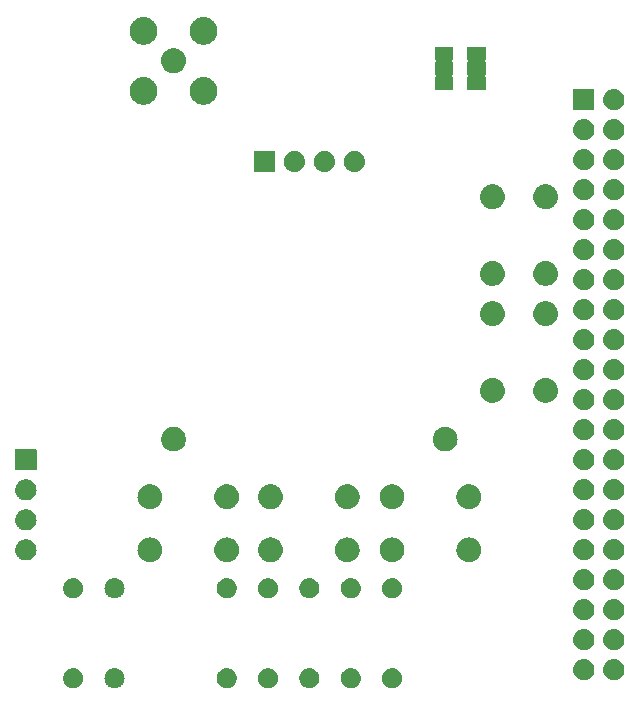
<source format=gts>
G04 #@! TF.GenerationSoftware,KiCad,Pcbnew,7.0.10*
G04 #@! TF.CreationDate,2024-02-01T09:42:11+01:00*
G04 #@! TF.ProjectId,LoRa-APRS-Gateway-RPI-RA01,4c6f5261-2d41-4505-9253-2d4761746577,rev?*
G04 #@! TF.SameCoordinates,Original*
G04 #@! TF.FileFunction,Soldermask,Top*
G04 #@! TF.FilePolarity,Negative*
%FSLAX46Y46*%
G04 Gerber Fmt 4.6, Leading zero omitted, Abs format (unit mm)*
G04 Created by KiCad (PCBNEW 7.0.10) date 2024-02-01 09:42:11*
%MOMM*%
%LPD*%
G01*
G04 APERTURE LIST*
G04 APERTURE END LIST*
G36*
X87491199Y-147714662D02*
G01*
X87538954Y-147714662D01*
X87580194Y-147723427D01*
X87615901Y-147726945D01*
X87660759Y-147740552D01*
X87712973Y-147751651D01*
X87746384Y-147766526D01*
X87775435Y-147775339D01*
X87821602Y-147800015D01*
X87875500Y-147824012D01*
X87900554Y-147842215D01*
X87922453Y-147853920D01*
X87967128Y-147890584D01*
X88019430Y-147928584D01*
X88036411Y-147947443D01*
X88051320Y-147959679D01*
X88091387Y-148008501D01*
X88138473Y-148060795D01*
X88148364Y-148077927D01*
X88157079Y-148088546D01*
X88189306Y-148148840D01*
X88227427Y-148214867D01*
X88231813Y-148228368D01*
X88235660Y-148235564D01*
X88256861Y-148305455D01*
X88282404Y-148384067D01*
X88283303Y-148392623D01*
X88284054Y-148395098D01*
X88291371Y-148469389D01*
X88301000Y-148561000D01*
X88291370Y-148652619D01*
X88284054Y-148726901D01*
X88283303Y-148729375D01*
X88282404Y-148737933D01*
X88256856Y-148816558D01*
X88235660Y-148886435D01*
X88231814Y-148893629D01*
X88227427Y-148907133D01*
X88189299Y-148973172D01*
X88157079Y-149033453D01*
X88148366Y-149044069D01*
X88138473Y-149061205D01*
X88091378Y-149113509D01*
X88051320Y-149162320D01*
X88036414Y-149174552D01*
X88019430Y-149193416D01*
X87967118Y-149231423D01*
X87922453Y-149268079D01*
X87900559Y-149279780D01*
X87875500Y-149297988D01*
X87821591Y-149321989D01*
X87775435Y-149346660D01*
X87746391Y-149355470D01*
X87712973Y-149370349D01*
X87660748Y-149381449D01*
X87615901Y-149395054D01*
X87580203Y-149398570D01*
X87538954Y-149407338D01*
X87491188Y-149407338D01*
X87450000Y-149411395D01*
X87408811Y-149407338D01*
X87361046Y-149407338D01*
X87319797Y-149398570D01*
X87284098Y-149395054D01*
X87239248Y-149381448D01*
X87187027Y-149370349D01*
X87153610Y-149355471D01*
X87124564Y-149346660D01*
X87078402Y-149321986D01*
X87024500Y-149297988D01*
X86999443Y-149279783D01*
X86977546Y-149268079D01*
X86932873Y-149231416D01*
X86880570Y-149193416D01*
X86863588Y-149174555D01*
X86848679Y-149162320D01*
X86808610Y-149113496D01*
X86761527Y-149061205D01*
X86751636Y-149044073D01*
X86742920Y-149033453D01*
X86710687Y-148973148D01*
X86672573Y-148907133D01*
X86668186Y-148893634D01*
X86664339Y-148886435D01*
X86643128Y-148816512D01*
X86617596Y-148737933D01*
X86616697Y-148729380D01*
X86615945Y-148726901D01*
X86608613Y-148652467D01*
X86599000Y-148561000D01*
X86608612Y-148469540D01*
X86615945Y-148395098D01*
X86616697Y-148392618D01*
X86617596Y-148384067D01*
X86643123Y-148305502D01*
X86664339Y-148235564D01*
X86668187Y-148228363D01*
X86672573Y-148214867D01*
X86710680Y-148148863D01*
X86742920Y-148088546D01*
X86751638Y-148077923D01*
X86761527Y-148060795D01*
X86808601Y-148008513D01*
X86848679Y-147959679D01*
X86863591Y-147947440D01*
X86880570Y-147928584D01*
X86932862Y-147890591D01*
X86977546Y-147853920D01*
X86999448Y-147842213D01*
X87024500Y-147824012D01*
X87078391Y-147800018D01*
X87124564Y-147775339D01*
X87153617Y-147766525D01*
X87187027Y-147751651D01*
X87239237Y-147740553D01*
X87284098Y-147726945D01*
X87319806Y-147723427D01*
X87361046Y-147714662D01*
X87408801Y-147714662D01*
X87450000Y-147710604D01*
X87491199Y-147714662D01*
G37*
G36*
X90991199Y-147714662D02*
G01*
X91038954Y-147714662D01*
X91080194Y-147723427D01*
X91115901Y-147726945D01*
X91160759Y-147740552D01*
X91212973Y-147751651D01*
X91246384Y-147766526D01*
X91275435Y-147775339D01*
X91321602Y-147800015D01*
X91375500Y-147824012D01*
X91400554Y-147842215D01*
X91422453Y-147853920D01*
X91467128Y-147890584D01*
X91519430Y-147928584D01*
X91536411Y-147947443D01*
X91551320Y-147959679D01*
X91591387Y-148008501D01*
X91638473Y-148060795D01*
X91648364Y-148077927D01*
X91657079Y-148088546D01*
X91689306Y-148148840D01*
X91727427Y-148214867D01*
X91731813Y-148228368D01*
X91735660Y-148235564D01*
X91756861Y-148305455D01*
X91782404Y-148384067D01*
X91783303Y-148392623D01*
X91784054Y-148395098D01*
X91791371Y-148469389D01*
X91801000Y-148561000D01*
X91791370Y-148652619D01*
X91784054Y-148726901D01*
X91783303Y-148729375D01*
X91782404Y-148737933D01*
X91756856Y-148816558D01*
X91735660Y-148886435D01*
X91731814Y-148893629D01*
X91727427Y-148907133D01*
X91689299Y-148973172D01*
X91657079Y-149033453D01*
X91648366Y-149044069D01*
X91638473Y-149061205D01*
X91591378Y-149113509D01*
X91551320Y-149162320D01*
X91536414Y-149174552D01*
X91519430Y-149193416D01*
X91467118Y-149231423D01*
X91422453Y-149268079D01*
X91400559Y-149279780D01*
X91375500Y-149297988D01*
X91321591Y-149321989D01*
X91275435Y-149346660D01*
X91246391Y-149355470D01*
X91212973Y-149370349D01*
X91160748Y-149381449D01*
X91115901Y-149395054D01*
X91080203Y-149398570D01*
X91038954Y-149407338D01*
X90991188Y-149407338D01*
X90950000Y-149411395D01*
X90908811Y-149407338D01*
X90861046Y-149407338D01*
X90819797Y-149398570D01*
X90784098Y-149395054D01*
X90739248Y-149381448D01*
X90687027Y-149370349D01*
X90653610Y-149355471D01*
X90624564Y-149346660D01*
X90578402Y-149321986D01*
X90524500Y-149297988D01*
X90499443Y-149279783D01*
X90477546Y-149268079D01*
X90432873Y-149231416D01*
X90380570Y-149193416D01*
X90363588Y-149174555D01*
X90348679Y-149162320D01*
X90308610Y-149113496D01*
X90261527Y-149061205D01*
X90251636Y-149044073D01*
X90242920Y-149033453D01*
X90210687Y-148973148D01*
X90172573Y-148907133D01*
X90168186Y-148893634D01*
X90164339Y-148886435D01*
X90143128Y-148816512D01*
X90117596Y-148737933D01*
X90116697Y-148729380D01*
X90115945Y-148726901D01*
X90108613Y-148652467D01*
X90099000Y-148561000D01*
X90108612Y-148469540D01*
X90115945Y-148395098D01*
X90116697Y-148392618D01*
X90117596Y-148384067D01*
X90143123Y-148305502D01*
X90164339Y-148235564D01*
X90168187Y-148228363D01*
X90172573Y-148214867D01*
X90210680Y-148148863D01*
X90242920Y-148088546D01*
X90251638Y-148077923D01*
X90261527Y-148060795D01*
X90308601Y-148008513D01*
X90348679Y-147959679D01*
X90363591Y-147947440D01*
X90380570Y-147928584D01*
X90432862Y-147890591D01*
X90477546Y-147853920D01*
X90499448Y-147842213D01*
X90524500Y-147824012D01*
X90578391Y-147800018D01*
X90624564Y-147775339D01*
X90653617Y-147766525D01*
X90687027Y-147751651D01*
X90739237Y-147740553D01*
X90784098Y-147726945D01*
X90819806Y-147723427D01*
X90861046Y-147714662D01*
X90908801Y-147714662D01*
X90950000Y-147710604D01*
X90991199Y-147714662D01*
G37*
G36*
X100491199Y-147714662D02*
G01*
X100538954Y-147714662D01*
X100580194Y-147723427D01*
X100615901Y-147726945D01*
X100660759Y-147740552D01*
X100712973Y-147751651D01*
X100746384Y-147766526D01*
X100775435Y-147775339D01*
X100821602Y-147800015D01*
X100875500Y-147824012D01*
X100900554Y-147842215D01*
X100922453Y-147853920D01*
X100967128Y-147890584D01*
X101019430Y-147928584D01*
X101036411Y-147947443D01*
X101051320Y-147959679D01*
X101091387Y-148008501D01*
X101138473Y-148060795D01*
X101148364Y-148077927D01*
X101157079Y-148088546D01*
X101189306Y-148148840D01*
X101227427Y-148214867D01*
X101231813Y-148228368D01*
X101235660Y-148235564D01*
X101256861Y-148305455D01*
X101282404Y-148384067D01*
X101283303Y-148392623D01*
X101284054Y-148395098D01*
X101291371Y-148469389D01*
X101301000Y-148561000D01*
X101291370Y-148652619D01*
X101284054Y-148726901D01*
X101283303Y-148729375D01*
X101282404Y-148737933D01*
X101256856Y-148816558D01*
X101235660Y-148886435D01*
X101231814Y-148893629D01*
X101227427Y-148907133D01*
X101189299Y-148973172D01*
X101157079Y-149033453D01*
X101148366Y-149044069D01*
X101138473Y-149061205D01*
X101091378Y-149113509D01*
X101051320Y-149162320D01*
X101036414Y-149174552D01*
X101019430Y-149193416D01*
X100967118Y-149231423D01*
X100922453Y-149268079D01*
X100900559Y-149279780D01*
X100875500Y-149297988D01*
X100821591Y-149321989D01*
X100775435Y-149346660D01*
X100746391Y-149355470D01*
X100712973Y-149370349D01*
X100660748Y-149381449D01*
X100615901Y-149395054D01*
X100580203Y-149398570D01*
X100538954Y-149407338D01*
X100491188Y-149407338D01*
X100450000Y-149411395D01*
X100408811Y-149407338D01*
X100361046Y-149407338D01*
X100319797Y-149398570D01*
X100284098Y-149395054D01*
X100239248Y-149381448D01*
X100187027Y-149370349D01*
X100153610Y-149355471D01*
X100124564Y-149346660D01*
X100078402Y-149321986D01*
X100024500Y-149297988D01*
X99999443Y-149279783D01*
X99977546Y-149268079D01*
X99932873Y-149231416D01*
X99880570Y-149193416D01*
X99863588Y-149174555D01*
X99848679Y-149162320D01*
X99808610Y-149113496D01*
X99761527Y-149061205D01*
X99751636Y-149044073D01*
X99742920Y-149033453D01*
X99710687Y-148973148D01*
X99672573Y-148907133D01*
X99668186Y-148893634D01*
X99664339Y-148886435D01*
X99643128Y-148816512D01*
X99617596Y-148737933D01*
X99616697Y-148729380D01*
X99615945Y-148726901D01*
X99608613Y-148652467D01*
X99599000Y-148561000D01*
X99608612Y-148469540D01*
X99615945Y-148395098D01*
X99616697Y-148392618D01*
X99617596Y-148384067D01*
X99643123Y-148305502D01*
X99664339Y-148235564D01*
X99668187Y-148228363D01*
X99672573Y-148214867D01*
X99710680Y-148148863D01*
X99742920Y-148088546D01*
X99751638Y-148077923D01*
X99761527Y-148060795D01*
X99808601Y-148008513D01*
X99848679Y-147959679D01*
X99863591Y-147947440D01*
X99880570Y-147928584D01*
X99932862Y-147890591D01*
X99977546Y-147853920D01*
X99999448Y-147842213D01*
X100024500Y-147824012D01*
X100078391Y-147800018D01*
X100124564Y-147775339D01*
X100153617Y-147766525D01*
X100187027Y-147751651D01*
X100239237Y-147740553D01*
X100284098Y-147726945D01*
X100319806Y-147723427D01*
X100361046Y-147714662D01*
X100408801Y-147714662D01*
X100450000Y-147710604D01*
X100491199Y-147714662D01*
G37*
G36*
X103991199Y-147714662D02*
G01*
X104038954Y-147714662D01*
X104080194Y-147723427D01*
X104115901Y-147726945D01*
X104160759Y-147740552D01*
X104212973Y-147751651D01*
X104246384Y-147766526D01*
X104275435Y-147775339D01*
X104321602Y-147800015D01*
X104375500Y-147824012D01*
X104400554Y-147842215D01*
X104422453Y-147853920D01*
X104467128Y-147890584D01*
X104519430Y-147928584D01*
X104536411Y-147947443D01*
X104551320Y-147959679D01*
X104591387Y-148008501D01*
X104638473Y-148060795D01*
X104648364Y-148077927D01*
X104657079Y-148088546D01*
X104689306Y-148148840D01*
X104727427Y-148214867D01*
X104731813Y-148228368D01*
X104735660Y-148235564D01*
X104756861Y-148305455D01*
X104782404Y-148384067D01*
X104783303Y-148392623D01*
X104784054Y-148395098D01*
X104791371Y-148469389D01*
X104801000Y-148561000D01*
X104791370Y-148652619D01*
X104784054Y-148726901D01*
X104783303Y-148729375D01*
X104782404Y-148737933D01*
X104756856Y-148816558D01*
X104735660Y-148886435D01*
X104731814Y-148893629D01*
X104727427Y-148907133D01*
X104689299Y-148973172D01*
X104657079Y-149033453D01*
X104648366Y-149044069D01*
X104638473Y-149061205D01*
X104591378Y-149113509D01*
X104551320Y-149162320D01*
X104536414Y-149174552D01*
X104519430Y-149193416D01*
X104467118Y-149231423D01*
X104422453Y-149268079D01*
X104400559Y-149279780D01*
X104375500Y-149297988D01*
X104321591Y-149321989D01*
X104275435Y-149346660D01*
X104246391Y-149355470D01*
X104212973Y-149370349D01*
X104160748Y-149381449D01*
X104115901Y-149395054D01*
X104080203Y-149398570D01*
X104038954Y-149407338D01*
X103991188Y-149407338D01*
X103950000Y-149411395D01*
X103908811Y-149407338D01*
X103861046Y-149407338D01*
X103819797Y-149398570D01*
X103784098Y-149395054D01*
X103739248Y-149381448D01*
X103687027Y-149370349D01*
X103653610Y-149355471D01*
X103624564Y-149346660D01*
X103578402Y-149321986D01*
X103524500Y-149297988D01*
X103499443Y-149279783D01*
X103477546Y-149268079D01*
X103432873Y-149231416D01*
X103380570Y-149193416D01*
X103363588Y-149174555D01*
X103348679Y-149162320D01*
X103308610Y-149113496D01*
X103261527Y-149061205D01*
X103251636Y-149044073D01*
X103242920Y-149033453D01*
X103210687Y-148973148D01*
X103172573Y-148907133D01*
X103168186Y-148893634D01*
X103164339Y-148886435D01*
X103143128Y-148816512D01*
X103117596Y-148737933D01*
X103116697Y-148729380D01*
X103115945Y-148726901D01*
X103108613Y-148652467D01*
X103099000Y-148561000D01*
X103108612Y-148469540D01*
X103115945Y-148395098D01*
X103116697Y-148392618D01*
X103117596Y-148384067D01*
X103143123Y-148305502D01*
X103164339Y-148235564D01*
X103168187Y-148228363D01*
X103172573Y-148214867D01*
X103210680Y-148148863D01*
X103242920Y-148088546D01*
X103251638Y-148077923D01*
X103261527Y-148060795D01*
X103308601Y-148008513D01*
X103348679Y-147959679D01*
X103363591Y-147947440D01*
X103380570Y-147928584D01*
X103432862Y-147890591D01*
X103477546Y-147853920D01*
X103499448Y-147842213D01*
X103524500Y-147824012D01*
X103578391Y-147800018D01*
X103624564Y-147775339D01*
X103653617Y-147766525D01*
X103687027Y-147751651D01*
X103739237Y-147740553D01*
X103784098Y-147726945D01*
X103819806Y-147723427D01*
X103861046Y-147714662D01*
X103908801Y-147714662D01*
X103950000Y-147710604D01*
X103991199Y-147714662D01*
G37*
G36*
X107491199Y-147714662D02*
G01*
X107538954Y-147714662D01*
X107580194Y-147723427D01*
X107615901Y-147726945D01*
X107660759Y-147740552D01*
X107712973Y-147751651D01*
X107746384Y-147766526D01*
X107775435Y-147775339D01*
X107821602Y-147800015D01*
X107875500Y-147824012D01*
X107900554Y-147842215D01*
X107922453Y-147853920D01*
X107967128Y-147890584D01*
X108019430Y-147928584D01*
X108036411Y-147947443D01*
X108051320Y-147959679D01*
X108091387Y-148008501D01*
X108138473Y-148060795D01*
X108148364Y-148077927D01*
X108157079Y-148088546D01*
X108189306Y-148148840D01*
X108227427Y-148214867D01*
X108231813Y-148228368D01*
X108235660Y-148235564D01*
X108256861Y-148305455D01*
X108282404Y-148384067D01*
X108283303Y-148392623D01*
X108284054Y-148395098D01*
X108291371Y-148469389D01*
X108301000Y-148561000D01*
X108291370Y-148652619D01*
X108284054Y-148726901D01*
X108283303Y-148729375D01*
X108282404Y-148737933D01*
X108256856Y-148816558D01*
X108235660Y-148886435D01*
X108231814Y-148893629D01*
X108227427Y-148907133D01*
X108189299Y-148973172D01*
X108157079Y-149033453D01*
X108148366Y-149044069D01*
X108138473Y-149061205D01*
X108091378Y-149113509D01*
X108051320Y-149162320D01*
X108036414Y-149174552D01*
X108019430Y-149193416D01*
X107967118Y-149231423D01*
X107922453Y-149268079D01*
X107900559Y-149279780D01*
X107875500Y-149297988D01*
X107821591Y-149321989D01*
X107775435Y-149346660D01*
X107746391Y-149355470D01*
X107712973Y-149370349D01*
X107660748Y-149381449D01*
X107615901Y-149395054D01*
X107580203Y-149398570D01*
X107538954Y-149407338D01*
X107491188Y-149407338D01*
X107450000Y-149411395D01*
X107408811Y-149407338D01*
X107361046Y-149407338D01*
X107319797Y-149398570D01*
X107284098Y-149395054D01*
X107239248Y-149381448D01*
X107187027Y-149370349D01*
X107153610Y-149355471D01*
X107124564Y-149346660D01*
X107078402Y-149321986D01*
X107024500Y-149297988D01*
X106999443Y-149279783D01*
X106977546Y-149268079D01*
X106932873Y-149231416D01*
X106880570Y-149193416D01*
X106863588Y-149174555D01*
X106848679Y-149162320D01*
X106808610Y-149113496D01*
X106761527Y-149061205D01*
X106751636Y-149044073D01*
X106742920Y-149033453D01*
X106710687Y-148973148D01*
X106672573Y-148907133D01*
X106668186Y-148893634D01*
X106664339Y-148886435D01*
X106643128Y-148816512D01*
X106617596Y-148737933D01*
X106616697Y-148729380D01*
X106615945Y-148726901D01*
X106608613Y-148652467D01*
X106599000Y-148561000D01*
X106608612Y-148469540D01*
X106615945Y-148395098D01*
X106616697Y-148392618D01*
X106617596Y-148384067D01*
X106643123Y-148305502D01*
X106664339Y-148235564D01*
X106668187Y-148228363D01*
X106672573Y-148214867D01*
X106710680Y-148148863D01*
X106742920Y-148088546D01*
X106751638Y-148077923D01*
X106761527Y-148060795D01*
X106808601Y-148008513D01*
X106848679Y-147959679D01*
X106863591Y-147947440D01*
X106880570Y-147928584D01*
X106932862Y-147890591D01*
X106977546Y-147853920D01*
X106999448Y-147842213D01*
X107024500Y-147824012D01*
X107078391Y-147800018D01*
X107124564Y-147775339D01*
X107153617Y-147766525D01*
X107187027Y-147751651D01*
X107239237Y-147740553D01*
X107284098Y-147726945D01*
X107319806Y-147723427D01*
X107361046Y-147714662D01*
X107408801Y-147714662D01*
X107450000Y-147710604D01*
X107491199Y-147714662D01*
G37*
G36*
X110991199Y-147714662D02*
G01*
X111038954Y-147714662D01*
X111080194Y-147723427D01*
X111115901Y-147726945D01*
X111160759Y-147740552D01*
X111212973Y-147751651D01*
X111246384Y-147766526D01*
X111275435Y-147775339D01*
X111321602Y-147800015D01*
X111375500Y-147824012D01*
X111400554Y-147842215D01*
X111422453Y-147853920D01*
X111467128Y-147890584D01*
X111519430Y-147928584D01*
X111536411Y-147947443D01*
X111551320Y-147959679D01*
X111591387Y-148008501D01*
X111638473Y-148060795D01*
X111648364Y-148077927D01*
X111657079Y-148088546D01*
X111689306Y-148148840D01*
X111727427Y-148214867D01*
X111731813Y-148228368D01*
X111735660Y-148235564D01*
X111756861Y-148305455D01*
X111782404Y-148384067D01*
X111783303Y-148392623D01*
X111784054Y-148395098D01*
X111791371Y-148469389D01*
X111801000Y-148561000D01*
X111791370Y-148652619D01*
X111784054Y-148726901D01*
X111783303Y-148729375D01*
X111782404Y-148737933D01*
X111756856Y-148816558D01*
X111735660Y-148886435D01*
X111731814Y-148893629D01*
X111727427Y-148907133D01*
X111689299Y-148973172D01*
X111657079Y-149033453D01*
X111648366Y-149044069D01*
X111638473Y-149061205D01*
X111591378Y-149113509D01*
X111551320Y-149162320D01*
X111536414Y-149174552D01*
X111519430Y-149193416D01*
X111467118Y-149231423D01*
X111422453Y-149268079D01*
X111400559Y-149279780D01*
X111375500Y-149297988D01*
X111321591Y-149321989D01*
X111275435Y-149346660D01*
X111246391Y-149355470D01*
X111212973Y-149370349D01*
X111160748Y-149381449D01*
X111115901Y-149395054D01*
X111080203Y-149398570D01*
X111038954Y-149407338D01*
X110991188Y-149407338D01*
X110950000Y-149411395D01*
X110908811Y-149407338D01*
X110861046Y-149407338D01*
X110819797Y-149398570D01*
X110784098Y-149395054D01*
X110739248Y-149381448D01*
X110687027Y-149370349D01*
X110653610Y-149355471D01*
X110624564Y-149346660D01*
X110578402Y-149321986D01*
X110524500Y-149297988D01*
X110499443Y-149279783D01*
X110477546Y-149268079D01*
X110432873Y-149231416D01*
X110380570Y-149193416D01*
X110363588Y-149174555D01*
X110348679Y-149162320D01*
X110308610Y-149113496D01*
X110261527Y-149061205D01*
X110251636Y-149044073D01*
X110242920Y-149033453D01*
X110210687Y-148973148D01*
X110172573Y-148907133D01*
X110168186Y-148893634D01*
X110164339Y-148886435D01*
X110143128Y-148816512D01*
X110117596Y-148737933D01*
X110116697Y-148729380D01*
X110115945Y-148726901D01*
X110108613Y-148652467D01*
X110099000Y-148561000D01*
X110108612Y-148469540D01*
X110115945Y-148395098D01*
X110116697Y-148392618D01*
X110117596Y-148384067D01*
X110143123Y-148305502D01*
X110164339Y-148235564D01*
X110168187Y-148228363D01*
X110172573Y-148214867D01*
X110210680Y-148148863D01*
X110242920Y-148088546D01*
X110251638Y-148077923D01*
X110261527Y-148060795D01*
X110308601Y-148008513D01*
X110348679Y-147959679D01*
X110363591Y-147947440D01*
X110380570Y-147928584D01*
X110432862Y-147890591D01*
X110477546Y-147853920D01*
X110499448Y-147842213D01*
X110524500Y-147824012D01*
X110578391Y-147800018D01*
X110624564Y-147775339D01*
X110653617Y-147766525D01*
X110687027Y-147751651D01*
X110739237Y-147740553D01*
X110784098Y-147726945D01*
X110819806Y-147723427D01*
X110861046Y-147714662D01*
X110908801Y-147714662D01*
X110950000Y-147710604D01*
X110991199Y-147714662D01*
G37*
G36*
X114491199Y-147714662D02*
G01*
X114538954Y-147714662D01*
X114580194Y-147723427D01*
X114615901Y-147726945D01*
X114660759Y-147740552D01*
X114712973Y-147751651D01*
X114746384Y-147766526D01*
X114775435Y-147775339D01*
X114821602Y-147800015D01*
X114875500Y-147824012D01*
X114900554Y-147842215D01*
X114922453Y-147853920D01*
X114967128Y-147890584D01*
X115019430Y-147928584D01*
X115036411Y-147947443D01*
X115051320Y-147959679D01*
X115091387Y-148008501D01*
X115138473Y-148060795D01*
X115148364Y-148077927D01*
X115157079Y-148088546D01*
X115189306Y-148148840D01*
X115227427Y-148214867D01*
X115231813Y-148228368D01*
X115235660Y-148235564D01*
X115256861Y-148305455D01*
X115282404Y-148384067D01*
X115283303Y-148392623D01*
X115284054Y-148395098D01*
X115291371Y-148469389D01*
X115301000Y-148561000D01*
X115291370Y-148652619D01*
X115284054Y-148726901D01*
X115283303Y-148729375D01*
X115282404Y-148737933D01*
X115256856Y-148816558D01*
X115235660Y-148886435D01*
X115231814Y-148893629D01*
X115227427Y-148907133D01*
X115189299Y-148973172D01*
X115157079Y-149033453D01*
X115148366Y-149044069D01*
X115138473Y-149061205D01*
X115091378Y-149113509D01*
X115051320Y-149162320D01*
X115036414Y-149174552D01*
X115019430Y-149193416D01*
X114967118Y-149231423D01*
X114922453Y-149268079D01*
X114900559Y-149279780D01*
X114875500Y-149297988D01*
X114821591Y-149321989D01*
X114775435Y-149346660D01*
X114746391Y-149355470D01*
X114712973Y-149370349D01*
X114660748Y-149381449D01*
X114615901Y-149395054D01*
X114580203Y-149398570D01*
X114538954Y-149407338D01*
X114491188Y-149407338D01*
X114450000Y-149411395D01*
X114408811Y-149407338D01*
X114361046Y-149407338D01*
X114319797Y-149398570D01*
X114284098Y-149395054D01*
X114239248Y-149381448D01*
X114187027Y-149370349D01*
X114153610Y-149355471D01*
X114124564Y-149346660D01*
X114078402Y-149321986D01*
X114024500Y-149297988D01*
X113999443Y-149279783D01*
X113977546Y-149268079D01*
X113932873Y-149231416D01*
X113880570Y-149193416D01*
X113863588Y-149174555D01*
X113848679Y-149162320D01*
X113808610Y-149113496D01*
X113761527Y-149061205D01*
X113751636Y-149044073D01*
X113742920Y-149033453D01*
X113710687Y-148973148D01*
X113672573Y-148907133D01*
X113668186Y-148893634D01*
X113664339Y-148886435D01*
X113643128Y-148816512D01*
X113617596Y-148737933D01*
X113616697Y-148729380D01*
X113615945Y-148726901D01*
X113608613Y-148652467D01*
X113599000Y-148561000D01*
X113608612Y-148469540D01*
X113615945Y-148395098D01*
X113616697Y-148392618D01*
X113617596Y-148384067D01*
X113643123Y-148305502D01*
X113664339Y-148235564D01*
X113668187Y-148228363D01*
X113672573Y-148214867D01*
X113710680Y-148148863D01*
X113742920Y-148088546D01*
X113751638Y-148077923D01*
X113761527Y-148060795D01*
X113808601Y-148008513D01*
X113848679Y-147959679D01*
X113863591Y-147947440D01*
X113880570Y-147928584D01*
X113932862Y-147890591D01*
X113977546Y-147853920D01*
X113999448Y-147842213D01*
X114024500Y-147824012D01*
X114078391Y-147800018D01*
X114124564Y-147775339D01*
X114153617Y-147766525D01*
X114187027Y-147751651D01*
X114239237Y-147740553D01*
X114284098Y-147726945D01*
X114319806Y-147723427D01*
X114361046Y-147714662D01*
X114408801Y-147714662D01*
X114450000Y-147710604D01*
X114491199Y-147714662D01*
G37*
G36*
X130731663Y-146937016D02*
G01*
X130781860Y-146937016D01*
X130825204Y-146946229D01*
X130863339Y-146949985D01*
X130911246Y-146964517D01*
X130966104Y-146976178D01*
X131001210Y-146991808D01*
X131032246Y-147001223D01*
X131081564Y-147027584D01*
X131138180Y-147052791D01*
X131164502Y-147071915D01*
X131187912Y-147084428D01*
X131235668Y-147123620D01*
X131290567Y-147163507D01*
X131308391Y-147183303D01*
X131324355Y-147196404D01*
X131367252Y-147248674D01*
X131416604Y-147303485D01*
X131426972Y-147321443D01*
X131436331Y-147332847D01*
X131470953Y-147397622D01*
X131510784Y-147466610D01*
X131515365Y-147480710D01*
X131519536Y-147488513D01*
X131542532Y-147564322D01*
X131568991Y-147645752D01*
X131569922Y-147654612D01*
X131570774Y-147657420D01*
X131579064Y-147741593D01*
X131588680Y-147833080D01*
X131579063Y-147924574D01*
X131570774Y-148008739D01*
X131569922Y-148011546D01*
X131568991Y-148020408D01*
X131542528Y-148101851D01*
X131519536Y-148177646D01*
X131515366Y-148185446D01*
X131510784Y-148199550D01*
X131470946Y-148268550D01*
X131436331Y-148333312D01*
X131426974Y-148344713D01*
X131416604Y-148362675D01*
X131367243Y-148417495D01*
X131324355Y-148469755D01*
X131308394Y-148482853D01*
X131290567Y-148502653D01*
X131235657Y-148542547D01*
X131187912Y-148581731D01*
X131164507Y-148594241D01*
X131138180Y-148613369D01*
X131081553Y-148638580D01*
X131032246Y-148664936D01*
X131001217Y-148674348D01*
X130966104Y-148689982D01*
X130911235Y-148701644D01*
X130863339Y-148716174D01*
X130825212Y-148719929D01*
X130781860Y-148729144D01*
X130731653Y-148729144D01*
X130687680Y-148733475D01*
X130643707Y-148729144D01*
X130593500Y-148729144D01*
X130550147Y-148719929D01*
X130512020Y-148716174D01*
X130464121Y-148701643D01*
X130409256Y-148689982D01*
X130374144Y-148674349D01*
X130343113Y-148664936D01*
X130293800Y-148638578D01*
X130237180Y-148613369D01*
X130210855Y-148594243D01*
X130187447Y-148581731D01*
X130139693Y-148542540D01*
X130084793Y-148502653D01*
X130066967Y-148482856D01*
X130051004Y-148469755D01*
X130008105Y-148417482D01*
X129958756Y-148362675D01*
X129948388Y-148344717D01*
X129939028Y-148333312D01*
X129904399Y-148268527D01*
X129864576Y-148199550D01*
X129859995Y-148185451D01*
X129855823Y-148177646D01*
X129832816Y-148101805D01*
X129806369Y-148020408D01*
X129805438Y-148011551D01*
X129804585Y-148008739D01*
X129796280Y-147924422D01*
X129786680Y-147833080D01*
X129796279Y-147741744D01*
X129804585Y-147657420D01*
X129805438Y-147654607D01*
X129806369Y-147645752D01*
X129832812Y-147564368D01*
X129855823Y-147488513D01*
X129859995Y-147480706D01*
X129864576Y-147466610D01*
X129904392Y-147397645D01*
X129939028Y-147332847D01*
X129948390Y-147321439D01*
X129958756Y-147303485D01*
X130008096Y-147248687D01*
X130051004Y-147196404D01*
X130066971Y-147183299D01*
X130084793Y-147163507D01*
X130139682Y-147123626D01*
X130187447Y-147084428D01*
X130210860Y-147071913D01*
X130237180Y-147052791D01*
X130293789Y-147027586D01*
X130343113Y-147001223D01*
X130374151Y-146991807D01*
X130409256Y-146976178D01*
X130464110Y-146964518D01*
X130512020Y-146949985D01*
X130550156Y-146946228D01*
X130593500Y-146937016D01*
X130643696Y-146937016D01*
X130687680Y-146932684D01*
X130731663Y-146937016D01*
G37*
G36*
X133271663Y-146937016D02*
G01*
X133321860Y-146937016D01*
X133365204Y-146946229D01*
X133403339Y-146949985D01*
X133451246Y-146964517D01*
X133506104Y-146976178D01*
X133541210Y-146991808D01*
X133572246Y-147001223D01*
X133621564Y-147027584D01*
X133678180Y-147052791D01*
X133704502Y-147071915D01*
X133727912Y-147084428D01*
X133775668Y-147123620D01*
X133830567Y-147163507D01*
X133848391Y-147183303D01*
X133864355Y-147196404D01*
X133907252Y-147248674D01*
X133956604Y-147303485D01*
X133966972Y-147321443D01*
X133976331Y-147332847D01*
X134010953Y-147397622D01*
X134050784Y-147466610D01*
X134055365Y-147480710D01*
X134059536Y-147488513D01*
X134082532Y-147564322D01*
X134108991Y-147645752D01*
X134109922Y-147654612D01*
X134110774Y-147657420D01*
X134119064Y-147741593D01*
X134128680Y-147833080D01*
X134119063Y-147924574D01*
X134110774Y-148008739D01*
X134109922Y-148011546D01*
X134108991Y-148020408D01*
X134082528Y-148101851D01*
X134059536Y-148177646D01*
X134055366Y-148185446D01*
X134050784Y-148199550D01*
X134010946Y-148268550D01*
X133976331Y-148333312D01*
X133966974Y-148344713D01*
X133956604Y-148362675D01*
X133907243Y-148417495D01*
X133864355Y-148469755D01*
X133848394Y-148482853D01*
X133830567Y-148502653D01*
X133775657Y-148542547D01*
X133727912Y-148581731D01*
X133704507Y-148594241D01*
X133678180Y-148613369D01*
X133621553Y-148638580D01*
X133572246Y-148664936D01*
X133541217Y-148674348D01*
X133506104Y-148689982D01*
X133451235Y-148701644D01*
X133403339Y-148716174D01*
X133365212Y-148719929D01*
X133321860Y-148729144D01*
X133271653Y-148729144D01*
X133227680Y-148733475D01*
X133183707Y-148729144D01*
X133133500Y-148729144D01*
X133090147Y-148719929D01*
X133052020Y-148716174D01*
X133004121Y-148701643D01*
X132949256Y-148689982D01*
X132914144Y-148674349D01*
X132883113Y-148664936D01*
X132833800Y-148638578D01*
X132777180Y-148613369D01*
X132750855Y-148594243D01*
X132727447Y-148581731D01*
X132679693Y-148542540D01*
X132624793Y-148502653D01*
X132606967Y-148482856D01*
X132591004Y-148469755D01*
X132548105Y-148417482D01*
X132498756Y-148362675D01*
X132488388Y-148344717D01*
X132479028Y-148333312D01*
X132444399Y-148268527D01*
X132404576Y-148199550D01*
X132399995Y-148185451D01*
X132395823Y-148177646D01*
X132372816Y-148101805D01*
X132346369Y-148020408D01*
X132345438Y-148011551D01*
X132344585Y-148008739D01*
X132336280Y-147924422D01*
X132326680Y-147833080D01*
X132336279Y-147741744D01*
X132344585Y-147657420D01*
X132345438Y-147654607D01*
X132346369Y-147645752D01*
X132372812Y-147564368D01*
X132395823Y-147488513D01*
X132399995Y-147480706D01*
X132404576Y-147466610D01*
X132444392Y-147397645D01*
X132479028Y-147332847D01*
X132488390Y-147321439D01*
X132498756Y-147303485D01*
X132548096Y-147248687D01*
X132591004Y-147196404D01*
X132606971Y-147183299D01*
X132624793Y-147163507D01*
X132679682Y-147123626D01*
X132727447Y-147084428D01*
X132750860Y-147071913D01*
X132777180Y-147052791D01*
X132833789Y-147027586D01*
X132883113Y-147001223D01*
X132914151Y-146991807D01*
X132949256Y-146976178D01*
X133004110Y-146964518D01*
X133052020Y-146949985D01*
X133090156Y-146946228D01*
X133133500Y-146937016D01*
X133183696Y-146937016D01*
X133227680Y-146932684D01*
X133271663Y-146937016D01*
G37*
G36*
X130731663Y-144397016D02*
G01*
X130781860Y-144397016D01*
X130825204Y-144406229D01*
X130863339Y-144409985D01*
X130911246Y-144424517D01*
X130966104Y-144436178D01*
X131001210Y-144451808D01*
X131032246Y-144461223D01*
X131081564Y-144487584D01*
X131138180Y-144512791D01*
X131164502Y-144531915D01*
X131187912Y-144544428D01*
X131235668Y-144583620D01*
X131290567Y-144623507D01*
X131308391Y-144643303D01*
X131324355Y-144656404D01*
X131367252Y-144708674D01*
X131416604Y-144763485D01*
X131426972Y-144781443D01*
X131436331Y-144792847D01*
X131470953Y-144857622D01*
X131510784Y-144926610D01*
X131515365Y-144940710D01*
X131519536Y-144948513D01*
X131542532Y-145024322D01*
X131568991Y-145105752D01*
X131569922Y-145114612D01*
X131570774Y-145117420D01*
X131579064Y-145201593D01*
X131588680Y-145293080D01*
X131579063Y-145384574D01*
X131570774Y-145468739D01*
X131569922Y-145471546D01*
X131568991Y-145480408D01*
X131542528Y-145561851D01*
X131519536Y-145637646D01*
X131515366Y-145645446D01*
X131510784Y-145659550D01*
X131470946Y-145728550D01*
X131436331Y-145793312D01*
X131426974Y-145804713D01*
X131416604Y-145822675D01*
X131367243Y-145877495D01*
X131324355Y-145929755D01*
X131308394Y-145942853D01*
X131290567Y-145962653D01*
X131235657Y-146002547D01*
X131187912Y-146041731D01*
X131164507Y-146054241D01*
X131138180Y-146073369D01*
X131081553Y-146098580D01*
X131032246Y-146124936D01*
X131001217Y-146134348D01*
X130966104Y-146149982D01*
X130911235Y-146161644D01*
X130863339Y-146176174D01*
X130825212Y-146179929D01*
X130781860Y-146189144D01*
X130731653Y-146189144D01*
X130687680Y-146193475D01*
X130643707Y-146189144D01*
X130593500Y-146189144D01*
X130550147Y-146179929D01*
X130512020Y-146176174D01*
X130464121Y-146161643D01*
X130409256Y-146149982D01*
X130374144Y-146134349D01*
X130343113Y-146124936D01*
X130293800Y-146098578D01*
X130237180Y-146073369D01*
X130210855Y-146054243D01*
X130187447Y-146041731D01*
X130139693Y-146002540D01*
X130084793Y-145962653D01*
X130066967Y-145942856D01*
X130051004Y-145929755D01*
X130008105Y-145877482D01*
X129958756Y-145822675D01*
X129948388Y-145804717D01*
X129939028Y-145793312D01*
X129904399Y-145728527D01*
X129864576Y-145659550D01*
X129859995Y-145645451D01*
X129855823Y-145637646D01*
X129832816Y-145561805D01*
X129806369Y-145480408D01*
X129805438Y-145471551D01*
X129804585Y-145468739D01*
X129796280Y-145384422D01*
X129786680Y-145293080D01*
X129796279Y-145201744D01*
X129804585Y-145117420D01*
X129805438Y-145114607D01*
X129806369Y-145105752D01*
X129832812Y-145024368D01*
X129855823Y-144948513D01*
X129859995Y-144940706D01*
X129864576Y-144926610D01*
X129904392Y-144857645D01*
X129939028Y-144792847D01*
X129948390Y-144781439D01*
X129958756Y-144763485D01*
X130008096Y-144708687D01*
X130051004Y-144656404D01*
X130066971Y-144643299D01*
X130084793Y-144623507D01*
X130139682Y-144583626D01*
X130187447Y-144544428D01*
X130210860Y-144531913D01*
X130237180Y-144512791D01*
X130293789Y-144487586D01*
X130343113Y-144461223D01*
X130374151Y-144451807D01*
X130409256Y-144436178D01*
X130464110Y-144424518D01*
X130512020Y-144409985D01*
X130550156Y-144406228D01*
X130593500Y-144397016D01*
X130643696Y-144397016D01*
X130687680Y-144392684D01*
X130731663Y-144397016D01*
G37*
G36*
X133271663Y-144397016D02*
G01*
X133321860Y-144397016D01*
X133365204Y-144406229D01*
X133403339Y-144409985D01*
X133451246Y-144424517D01*
X133506104Y-144436178D01*
X133541210Y-144451808D01*
X133572246Y-144461223D01*
X133621564Y-144487584D01*
X133678180Y-144512791D01*
X133704502Y-144531915D01*
X133727912Y-144544428D01*
X133775668Y-144583620D01*
X133830567Y-144623507D01*
X133848391Y-144643303D01*
X133864355Y-144656404D01*
X133907252Y-144708674D01*
X133956604Y-144763485D01*
X133966972Y-144781443D01*
X133976331Y-144792847D01*
X134010953Y-144857622D01*
X134050784Y-144926610D01*
X134055365Y-144940710D01*
X134059536Y-144948513D01*
X134082532Y-145024322D01*
X134108991Y-145105752D01*
X134109922Y-145114612D01*
X134110774Y-145117420D01*
X134119064Y-145201593D01*
X134128680Y-145293080D01*
X134119063Y-145384574D01*
X134110774Y-145468739D01*
X134109922Y-145471546D01*
X134108991Y-145480408D01*
X134082528Y-145561851D01*
X134059536Y-145637646D01*
X134055366Y-145645446D01*
X134050784Y-145659550D01*
X134010946Y-145728550D01*
X133976331Y-145793312D01*
X133966974Y-145804713D01*
X133956604Y-145822675D01*
X133907243Y-145877495D01*
X133864355Y-145929755D01*
X133848394Y-145942853D01*
X133830567Y-145962653D01*
X133775657Y-146002547D01*
X133727912Y-146041731D01*
X133704507Y-146054241D01*
X133678180Y-146073369D01*
X133621553Y-146098580D01*
X133572246Y-146124936D01*
X133541217Y-146134348D01*
X133506104Y-146149982D01*
X133451235Y-146161644D01*
X133403339Y-146176174D01*
X133365212Y-146179929D01*
X133321860Y-146189144D01*
X133271653Y-146189144D01*
X133227680Y-146193475D01*
X133183707Y-146189144D01*
X133133500Y-146189144D01*
X133090147Y-146179929D01*
X133052020Y-146176174D01*
X133004121Y-146161643D01*
X132949256Y-146149982D01*
X132914144Y-146134349D01*
X132883113Y-146124936D01*
X132833800Y-146098578D01*
X132777180Y-146073369D01*
X132750855Y-146054243D01*
X132727447Y-146041731D01*
X132679693Y-146002540D01*
X132624793Y-145962653D01*
X132606967Y-145942856D01*
X132591004Y-145929755D01*
X132548105Y-145877482D01*
X132498756Y-145822675D01*
X132488388Y-145804717D01*
X132479028Y-145793312D01*
X132444399Y-145728527D01*
X132404576Y-145659550D01*
X132399995Y-145645451D01*
X132395823Y-145637646D01*
X132372816Y-145561805D01*
X132346369Y-145480408D01*
X132345438Y-145471551D01*
X132344585Y-145468739D01*
X132336280Y-145384422D01*
X132326680Y-145293080D01*
X132336279Y-145201744D01*
X132344585Y-145117420D01*
X132345438Y-145114607D01*
X132346369Y-145105752D01*
X132372812Y-145024368D01*
X132395823Y-144948513D01*
X132399995Y-144940706D01*
X132404576Y-144926610D01*
X132444392Y-144857645D01*
X132479028Y-144792847D01*
X132488390Y-144781439D01*
X132498756Y-144763485D01*
X132548096Y-144708687D01*
X132591004Y-144656404D01*
X132606971Y-144643299D01*
X132624793Y-144623507D01*
X132679682Y-144583626D01*
X132727447Y-144544428D01*
X132750860Y-144531913D01*
X132777180Y-144512791D01*
X132833789Y-144487586D01*
X132883113Y-144461223D01*
X132914151Y-144451807D01*
X132949256Y-144436178D01*
X133004110Y-144424518D01*
X133052020Y-144409985D01*
X133090156Y-144406228D01*
X133133500Y-144397016D01*
X133183696Y-144397016D01*
X133227680Y-144392684D01*
X133271663Y-144397016D01*
G37*
G36*
X130731663Y-141857016D02*
G01*
X130781860Y-141857016D01*
X130825204Y-141866229D01*
X130863339Y-141869985D01*
X130911246Y-141884517D01*
X130966104Y-141896178D01*
X131001210Y-141911808D01*
X131032246Y-141921223D01*
X131081564Y-141947584D01*
X131138180Y-141972791D01*
X131164502Y-141991915D01*
X131187912Y-142004428D01*
X131235668Y-142043620D01*
X131290567Y-142083507D01*
X131308391Y-142103303D01*
X131324355Y-142116404D01*
X131367252Y-142168674D01*
X131416604Y-142223485D01*
X131426972Y-142241443D01*
X131436331Y-142252847D01*
X131470953Y-142317622D01*
X131510784Y-142386610D01*
X131515365Y-142400710D01*
X131519536Y-142408513D01*
X131542532Y-142484322D01*
X131568991Y-142565752D01*
X131569922Y-142574612D01*
X131570774Y-142577420D01*
X131579064Y-142661593D01*
X131588680Y-142753080D01*
X131579063Y-142844574D01*
X131570774Y-142928739D01*
X131569922Y-142931546D01*
X131568991Y-142940408D01*
X131542528Y-143021851D01*
X131519536Y-143097646D01*
X131515366Y-143105446D01*
X131510784Y-143119550D01*
X131470946Y-143188550D01*
X131436331Y-143253312D01*
X131426974Y-143264713D01*
X131416604Y-143282675D01*
X131367243Y-143337495D01*
X131324355Y-143389755D01*
X131308394Y-143402853D01*
X131290567Y-143422653D01*
X131235657Y-143462547D01*
X131187912Y-143501731D01*
X131164507Y-143514241D01*
X131138180Y-143533369D01*
X131081553Y-143558580D01*
X131032246Y-143584936D01*
X131001217Y-143594348D01*
X130966104Y-143609982D01*
X130911235Y-143621644D01*
X130863339Y-143636174D01*
X130825212Y-143639929D01*
X130781860Y-143649144D01*
X130731653Y-143649144D01*
X130687680Y-143653475D01*
X130643707Y-143649144D01*
X130593500Y-143649144D01*
X130550147Y-143639929D01*
X130512020Y-143636174D01*
X130464121Y-143621643D01*
X130409256Y-143609982D01*
X130374144Y-143594349D01*
X130343113Y-143584936D01*
X130293800Y-143558578D01*
X130237180Y-143533369D01*
X130210855Y-143514243D01*
X130187447Y-143501731D01*
X130139693Y-143462540D01*
X130084793Y-143422653D01*
X130066967Y-143402856D01*
X130051004Y-143389755D01*
X130008105Y-143337482D01*
X129958756Y-143282675D01*
X129948388Y-143264717D01*
X129939028Y-143253312D01*
X129904399Y-143188527D01*
X129864576Y-143119550D01*
X129859995Y-143105451D01*
X129855823Y-143097646D01*
X129832816Y-143021805D01*
X129806369Y-142940408D01*
X129805438Y-142931551D01*
X129804585Y-142928739D01*
X129796280Y-142844422D01*
X129786680Y-142753080D01*
X129796279Y-142661744D01*
X129804585Y-142577420D01*
X129805438Y-142574607D01*
X129806369Y-142565752D01*
X129832812Y-142484368D01*
X129855823Y-142408513D01*
X129859995Y-142400706D01*
X129864576Y-142386610D01*
X129904392Y-142317645D01*
X129939028Y-142252847D01*
X129948390Y-142241439D01*
X129958756Y-142223485D01*
X130008096Y-142168687D01*
X130051004Y-142116404D01*
X130066971Y-142103299D01*
X130084793Y-142083507D01*
X130139682Y-142043626D01*
X130187447Y-142004428D01*
X130210860Y-141991913D01*
X130237180Y-141972791D01*
X130293789Y-141947586D01*
X130343113Y-141921223D01*
X130374151Y-141911807D01*
X130409256Y-141896178D01*
X130464110Y-141884518D01*
X130512020Y-141869985D01*
X130550156Y-141866228D01*
X130593500Y-141857016D01*
X130643696Y-141857016D01*
X130687680Y-141852684D01*
X130731663Y-141857016D01*
G37*
G36*
X133271663Y-141857016D02*
G01*
X133321860Y-141857016D01*
X133365204Y-141866229D01*
X133403339Y-141869985D01*
X133451246Y-141884517D01*
X133506104Y-141896178D01*
X133541210Y-141911808D01*
X133572246Y-141921223D01*
X133621564Y-141947584D01*
X133678180Y-141972791D01*
X133704502Y-141991915D01*
X133727912Y-142004428D01*
X133775668Y-142043620D01*
X133830567Y-142083507D01*
X133848391Y-142103303D01*
X133864355Y-142116404D01*
X133907252Y-142168674D01*
X133956604Y-142223485D01*
X133966972Y-142241443D01*
X133976331Y-142252847D01*
X134010953Y-142317622D01*
X134050784Y-142386610D01*
X134055365Y-142400710D01*
X134059536Y-142408513D01*
X134082532Y-142484322D01*
X134108991Y-142565752D01*
X134109922Y-142574612D01*
X134110774Y-142577420D01*
X134119064Y-142661593D01*
X134128680Y-142753080D01*
X134119063Y-142844574D01*
X134110774Y-142928739D01*
X134109922Y-142931546D01*
X134108991Y-142940408D01*
X134082528Y-143021851D01*
X134059536Y-143097646D01*
X134055366Y-143105446D01*
X134050784Y-143119550D01*
X134010946Y-143188550D01*
X133976331Y-143253312D01*
X133966974Y-143264713D01*
X133956604Y-143282675D01*
X133907243Y-143337495D01*
X133864355Y-143389755D01*
X133848394Y-143402853D01*
X133830567Y-143422653D01*
X133775657Y-143462547D01*
X133727912Y-143501731D01*
X133704507Y-143514241D01*
X133678180Y-143533369D01*
X133621553Y-143558580D01*
X133572246Y-143584936D01*
X133541217Y-143594348D01*
X133506104Y-143609982D01*
X133451235Y-143621644D01*
X133403339Y-143636174D01*
X133365212Y-143639929D01*
X133321860Y-143649144D01*
X133271653Y-143649144D01*
X133227680Y-143653475D01*
X133183707Y-143649144D01*
X133133500Y-143649144D01*
X133090147Y-143639929D01*
X133052020Y-143636174D01*
X133004121Y-143621643D01*
X132949256Y-143609982D01*
X132914144Y-143594349D01*
X132883113Y-143584936D01*
X132833800Y-143558578D01*
X132777180Y-143533369D01*
X132750855Y-143514243D01*
X132727447Y-143501731D01*
X132679693Y-143462540D01*
X132624793Y-143422653D01*
X132606967Y-143402856D01*
X132591004Y-143389755D01*
X132548105Y-143337482D01*
X132498756Y-143282675D01*
X132488388Y-143264717D01*
X132479028Y-143253312D01*
X132444399Y-143188527D01*
X132404576Y-143119550D01*
X132399995Y-143105451D01*
X132395823Y-143097646D01*
X132372816Y-143021805D01*
X132346369Y-142940408D01*
X132345438Y-142931551D01*
X132344585Y-142928739D01*
X132336280Y-142844422D01*
X132326680Y-142753080D01*
X132336279Y-142661744D01*
X132344585Y-142577420D01*
X132345438Y-142574607D01*
X132346369Y-142565752D01*
X132372812Y-142484368D01*
X132395823Y-142408513D01*
X132399995Y-142400706D01*
X132404576Y-142386610D01*
X132444392Y-142317645D01*
X132479028Y-142252847D01*
X132488390Y-142241439D01*
X132498756Y-142223485D01*
X132548096Y-142168687D01*
X132591004Y-142116404D01*
X132606971Y-142103299D01*
X132624793Y-142083507D01*
X132679682Y-142043626D01*
X132727447Y-142004428D01*
X132750860Y-141991913D01*
X132777180Y-141972791D01*
X132833789Y-141947586D01*
X132883113Y-141921223D01*
X132914151Y-141911807D01*
X132949256Y-141896178D01*
X133004110Y-141884518D01*
X133052020Y-141869985D01*
X133090156Y-141866228D01*
X133133500Y-141857016D01*
X133183696Y-141857016D01*
X133227680Y-141852684D01*
X133271663Y-141857016D01*
G37*
G36*
X87491199Y-140094662D02*
G01*
X87538954Y-140094662D01*
X87580194Y-140103427D01*
X87615901Y-140106945D01*
X87660759Y-140120552D01*
X87712973Y-140131651D01*
X87746384Y-140146526D01*
X87775435Y-140155339D01*
X87821602Y-140180015D01*
X87875500Y-140204012D01*
X87900554Y-140222215D01*
X87922453Y-140233920D01*
X87967128Y-140270584D01*
X88019430Y-140308584D01*
X88036411Y-140327443D01*
X88051320Y-140339679D01*
X88091387Y-140388501D01*
X88138473Y-140440795D01*
X88148364Y-140457927D01*
X88157079Y-140468546D01*
X88189306Y-140528840D01*
X88227427Y-140594867D01*
X88231813Y-140608368D01*
X88235660Y-140615564D01*
X88256861Y-140685455D01*
X88282404Y-140764067D01*
X88283303Y-140772623D01*
X88284054Y-140775098D01*
X88291371Y-140849389D01*
X88301000Y-140941000D01*
X88291370Y-141032619D01*
X88284054Y-141106901D01*
X88283303Y-141109375D01*
X88282404Y-141117933D01*
X88256856Y-141196558D01*
X88235660Y-141266435D01*
X88231814Y-141273629D01*
X88227427Y-141287133D01*
X88189299Y-141353172D01*
X88157079Y-141413453D01*
X88148366Y-141424069D01*
X88138473Y-141441205D01*
X88091378Y-141493509D01*
X88051320Y-141542320D01*
X88036414Y-141554552D01*
X88019430Y-141573416D01*
X87967118Y-141611423D01*
X87922453Y-141648079D01*
X87900559Y-141659780D01*
X87875500Y-141677988D01*
X87821591Y-141701989D01*
X87775435Y-141726660D01*
X87746391Y-141735470D01*
X87712973Y-141750349D01*
X87660748Y-141761449D01*
X87615901Y-141775054D01*
X87580203Y-141778570D01*
X87538954Y-141787338D01*
X87491188Y-141787338D01*
X87450000Y-141791395D01*
X87408811Y-141787338D01*
X87361046Y-141787338D01*
X87319797Y-141778570D01*
X87284098Y-141775054D01*
X87239248Y-141761448D01*
X87187027Y-141750349D01*
X87153610Y-141735471D01*
X87124564Y-141726660D01*
X87078402Y-141701986D01*
X87024500Y-141677988D01*
X86999443Y-141659783D01*
X86977546Y-141648079D01*
X86932873Y-141611416D01*
X86880570Y-141573416D01*
X86863588Y-141554555D01*
X86848679Y-141542320D01*
X86808610Y-141493496D01*
X86761527Y-141441205D01*
X86751636Y-141424073D01*
X86742920Y-141413453D01*
X86710687Y-141353148D01*
X86672573Y-141287133D01*
X86668186Y-141273634D01*
X86664339Y-141266435D01*
X86643128Y-141196512D01*
X86617596Y-141117933D01*
X86616697Y-141109380D01*
X86615945Y-141106901D01*
X86608613Y-141032467D01*
X86599000Y-140941000D01*
X86608612Y-140849540D01*
X86615945Y-140775098D01*
X86616697Y-140772618D01*
X86617596Y-140764067D01*
X86643123Y-140685502D01*
X86664339Y-140615564D01*
X86668187Y-140608363D01*
X86672573Y-140594867D01*
X86710680Y-140528863D01*
X86742920Y-140468546D01*
X86751638Y-140457923D01*
X86761527Y-140440795D01*
X86808601Y-140388513D01*
X86848679Y-140339679D01*
X86863591Y-140327440D01*
X86880570Y-140308584D01*
X86932862Y-140270591D01*
X86977546Y-140233920D01*
X86999448Y-140222213D01*
X87024500Y-140204012D01*
X87078391Y-140180018D01*
X87124564Y-140155339D01*
X87153617Y-140146525D01*
X87187027Y-140131651D01*
X87239237Y-140120553D01*
X87284098Y-140106945D01*
X87319806Y-140103427D01*
X87361046Y-140094662D01*
X87408801Y-140094662D01*
X87450000Y-140090604D01*
X87491199Y-140094662D01*
G37*
G36*
X90991199Y-140094662D02*
G01*
X91038954Y-140094662D01*
X91080194Y-140103427D01*
X91115901Y-140106945D01*
X91160759Y-140120552D01*
X91212973Y-140131651D01*
X91246384Y-140146526D01*
X91275435Y-140155339D01*
X91321602Y-140180015D01*
X91375500Y-140204012D01*
X91400554Y-140222215D01*
X91422453Y-140233920D01*
X91467128Y-140270584D01*
X91519430Y-140308584D01*
X91536411Y-140327443D01*
X91551320Y-140339679D01*
X91591387Y-140388501D01*
X91638473Y-140440795D01*
X91648364Y-140457927D01*
X91657079Y-140468546D01*
X91689306Y-140528840D01*
X91727427Y-140594867D01*
X91731813Y-140608368D01*
X91735660Y-140615564D01*
X91756861Y-140685455D01*
X91782404Y-140764067D01*
X91783303Y-140772623D01*
X91784054Y-140775098D01*
X91791371Y-140849389D01*
X91801000Y-140941000D01*
X91791370Y-141032619D01*
X91784054Y-141106901D01*
X91783303Y-141109375D01*
X91782404Y-141117933D01*
X91756856Y-141196558D01*
X91735660Y-141266435D01*
X91731814Y-141273629D01*
X91727427Y-141287133D01*
X91689299Y-141353172D01*
X91657079Y-141413453D01*
X91648366Y-141424069D01*
X91638473Y-141441205D01*
X91591378Y-141493509D01*
X91551320Y-141542320D01*
X91536414Y-141554552D01*
X91519430Y-141573416D01*
X91467118Y-141611423D01*
X91422453Y-141648079D01*
X91400559Y-141659780D01*
X91375500Y-141677988D01*
X91321591Y-141701989D01*
X91275435Y-141726660D01*
X91246391Y-141735470D01*
X91212973Y-141750349D01*
X91160748Y-141761449D01*
X91115901Y-141775054D01*
X91080203Y-141778570D01*
X91038954Y-141787338D01*
X90991188Y-141787338D01*
X90950000Y-141791395D01*
X90908811Y-141787338D01*
X90861046Y-141787338D01*
X90819797Y-141778570D01*
X90784098Y-141775054D01*
X90739248Y-141761448D01*
X90687027Y-141750349D01*
X90653610Y-141735471D01*
X90624564Y-141726660D01*
X90578402Y-141701986D01*
X90524500Y-141677988D01*
X90499443Y-141659783D01*
X90477546Y-141648079D01*
X90432873Y-141611416D01*
X90380570Y-141573416D01*
X90363588Y-141554555D01*
X90348679Y-141542320D01*
X90308610Y-141493496D01*
X90261527Y-141441205D01*
X90251636Y-141424073D01*
X90242920Y-141413453D01*
X90210687Y-141353148D01*
X90172573Y-141287133D01*
X90168186Y-141273634D01*
X90164339Y-141266435D01*
X90143128Y-141196512D01*
X90117596Y-141117933D01*
X90116697Y-141109380D01*
X90115945Y-141106901D01*
X90108613Y-141032467D01*
X90099000Y-140941000D01*
X90108612Y-140849540D01*
X90115945Y-140775098D01*
X90116697Y-140772618D01*
X90117596Y-140764067D01*
X90143123Y-140685502D01*
X90164339Y-140615564D01*
X90168187Y-140608363D01*
X90172573Y-140594867D01*
X90210680Y-140528863D01*
X90242920Y-140468546D01*
X90251638Y-140457923D01*
X90261527Y-140440795D01*
X90308601Y-140388513D01*
X90348679Y-140339679D01*
X90363591Y-140327440D01*
X90380570Y-140308584D01*
X90432862Y-140270591D01*
X90477546Y-140233920D01*
X90499448Y-140222213D01*
X90524500Y-140204012D01*
X90578391Y-140180018D01*
X90624564Y-140155339D01*
X90653617Y-140146525D01*
X90687027Y-140131651D01*
X90739237Y-140120553D01*
X90784098Y-140106945D01*
X90819806Y-140103427D01*
X90861046Y-140094662D01*
X90908801Y-140094662D01*
X90950000Y-140090604D01*
X90991199Y-140094662D01*
G37*
G36*
X100491199Y-140094662D02*
G01*
X100538954Y-140094662D01*
X100580194Y-140103427D01*
X100615901Y-140106945D01*
X100660759Y-140120552D01*
X100712973Y-140131651D01*
X100746384Y-140146526D01*
X100775435Y-140155339D01*
X100821602Y-140180015D01*
X100875500Y-140204012D01*
X100900554Y-140222215D01*
X100922453Y-140233920D01*
X100967128Y-140270584D01*
X101019430Y-140308584D01*
X101036411Y-140327443D01*
X101051320Y-140339679D01*
X101091387Y-140388501D01*
X101138473Y-140440795D01*
X101148364Y-140457927D01*
X101157079Y-140468546D01*
X101189306Y-140528840D01*
X101227427Y-140594867D01*
X101231813Y-140608368D01*
X101235660Y-140615564D01*
X101256861Y-140685455D01*
X101282404Y-140764067D01*
X101283303Y-140772623D01*
X101284054Y-140775098D01*
X101291371Y-140849389D01*
X101301000Y-140941000D01*
X101291370Y-141032619D01*
X101284054Y-141106901D01*
X101283303Y-141109375D01*
X101282404Y-141117933D01*
X101256856Y-141196558D01*
X101235660Y-141266435D01*
X101231814Y-141273629D01*
X101227427Y-141287133D01*
X101189299Y-141353172D01*
X101157079Y-141413453D01*
X101148366Y-141424069D01*
X101138473Y-141441205D01*
X101091378Y-141493509D01*
X101051320Y-141542320D01*
X101036414Y-141554552D01*
X101019430Y-141573416D01*
X100967118Y-141611423D01*
X100922453Y-141648079D01*
X100900559Y-141659780D01*
X100875500Y-141677988D01*
X100821591Y-141701989D01*
X100775435Y-141726660D01*
X100746391Y-141735470D01*
X100712973Y-141750349D01*
X100660748Y-141761449D01*
X100615901Y-141775054D01*
X100580203Y-141778570D01*
X100538954Y-141787338D01*
X100491188Y-141787338D01*
X100450000Y-141791395D01*
X100408811Y-141787338D01*
X100361046Y-141787338D01*
X100319797Y-141778570D01*
X100284098Y-141775054D01*
X100239248Y-141761448D01*
X100187027Y-141750349D01*
X100153610Y-141735471D01*
X100124564Y-141726660D01*
X100078402Y-141701986D01*
X100024500Y-141677988D01*
X99999443Y-141659783D01*
X99977546Y-141648079D01*
X99932873Y-141611416D01*
X99880570Y-141573416D01*
X99863588Y-141554555D01*
X99848679Y-141542320D01*
X99808610Y-141493496D01*
X99761527Y-141441205D01*
X99751636Y-141424073D01*
X99742920Y-141413453D01*
X99710687Y-141353148D01*
X99672573Y-141287133D01*
X99668186Y-141273634D01*
X99664339Y-141266435D01*
X99643128Y-141196512D01*
X99617596Y-141117933D01*
X99616697Y-141109380D01*
X99615945Y-141106901D01*
X99608613Y-141032467D01*
X99599000Y-140941000D01*
X99608612Y-140849540D01*
X99615945Y-140775098D01*
X99616697Y-140772618D01*
X99617596Y-140764067D01*
X99643123Y-140685502D01*
X99664339Y-140615564D01*
X99668187Y-140608363D01*
X99672573Y-140594867D01*
X99710680Y-140528863D01*
X99742920Y-140468546D01*
X99751638Y-140457923D01*
X99761527Y-140440795D01*
X99808601Y-140388513D01*
X99848679Y-140339679D01*
X99863591Y-140327440D01*
X99880570Y-140308584D01*
X99932862Y-140270591D01*
X99977546Y-140233920D01*
X99999448Y-140222213D01*
X100024500Y-140204012D01*
X100078391Y-140180018D01*
X100124564Y-140155339D01*
X100153617Y-140146525D01*
X100187027Y-140131651D01*
X100239237Y-140120553D01*
X100284098Y-140106945D01*
X100319806Y-140103427D01*
X100361046Y-140094662D01*
X100408801Y-140094662D01*
X100450000Y-140090604D01*
X100491199Y-140094662D01*
G37*
G36*
X103991199Y-140094662D02*
G01*
X104038954Y-140094662D01*
X104080194Y-140103427D01*
X104115901Y-140106945D01*
X104160759Y-140120552D01*
X104212973Y-140131651D01*
X104246384Y-140146526D01*
X104275435Y-140155339D01*
X104321602Y-140180015D01*
X104375500Y-140204012D01*
X104400554Y-140222215D01*
X104422453Y-140233920D01*
X104467128Y-140270584D01*
X104519430Y-140308584D01*
X104536411Y-140327443D01*
X104551320Y-140339679D01*
X104591387Y-140388501D01*
X104638473Y-140440795D01*
X104648364Y-140457927D01*
X104657079Y-140468546D01*
X104689306Y-140528840D01*
X104727427Y-140594867D01*
X104731813Y-140608368D01*
X104735660Y-140615564D01*
X104756861Y-140685455D01*
X104782404Y-140764067D01*
X104783303Y-140772623D01*
X104784054Y-140775098D01*
X104791371Y-140849389D01*
X104801000Y-140941000D01*
X104791370Y-141032619D01*
X104784054Y-141106901D01*
X104783303Y-141109375D01*
X104782404Y-141117933D01*
X104756856Y-141196558D01*
X104735660Y-141266435D01*
X104731814Y-141273629D01*
X104727427Y-141287133D01*
X104689299Y-141353172D01*
X104657079Y-141413453D01*
X104648366Y-141424069D01*
X104638473Y-141441205D01*
X104591378Y-141493509D01*
X104551320Y-141542320D01*
X104536414Y-141554552D01*
X104519430Y-141573416D01*
X104467118Y-141611423D01*
X104422453Y-141648079D01*
X104400559Y-141659780D01*
X104375500Y-141677988D01*
X104321591Y-141701989D01*
X104275435Y-141726660D01*
X104246391Y-141735470D01*
X104212973Y-141750349D01*
X104160748Y-141761449D01*
X104115901Y-141775054D01*
X104080203Y-141778570D01*
X104038954Y-141787338D01*
X103991188Y-141787338D01*
X103950000Y-141791395D01*
X103908811Y-141787338D01*
X103861046Y-141787338D01*
X103819797Y-141778570D01*
X103784098Y-141775054D01*
X103739248Y-141761448D01*
X103687027Y-141750349D01*
X103653610Y-141735471D01*
X103624564Y-141726660D01*
X103578402Y-141701986D01*
X103524500Y-141677988D01*
X103499443Y-141659783D01*
X103477546Y-141648079D01*
X103432873Y-141611416D01*
X103380570Y-141573416D01*
X103363588Y-141554555D01*
X103348679Y-141542320D01*
X103308610Y-141493496D01*
X103261527Y-141441205D01*
X103251636Y-141424073D01*
X103242920Y-141413453D01*
X103210687Y-141353148D01*
X103172573Y-141287133D01*
X103168186Y-141273634D01*
X103164339Y-141266435D01*
X103143128Y-141196512D01*
X103117596Y-141117933D01*
X103116697Y-141109380D01*
X103115945Y-141106901D01*
X103108613Y-141032467D01*
X103099000Y-140941000D01*
X103108612Y-140849540D01*
X103115945Y-140775098D01*
X103116697Y-140772618D01*
X103117596Y-140764067D01*
X103143123Y-140685502D01*
X103164339Y-140615564D01*
X103168187Y-140608363D01*
X103172573Y-140594867D01*
X103210680Y-140528863D01*
X103242920Y-140468546D01*
X103251638Y-140457923D01*
X103261527Y-140440795D01*
X103308601Y-140388513D01*
X103348679Y-140339679D01*
X103363591Y-140327440D01*
X103380570Y-140308584D01*
X103432862Y-140270591D01*
X103477546Y-140233920D01*
X103499448Y-140222213D01*
X103524500Y-140204012D01*
X103578391Y-140180018D01*
X103624564Y-140155339D01*
X103653617Y-140146525D01*
X103687027Y-140131651D01*
X103739237Y-140120553D01*
X103784098Y-140106945D01*
X103819806Y-140103427D01*
X103861046Y-140094662D01*
X103908801Y-140094662D01*
X103950000Y-140090604D01*
X103991199Y-140094662D01*
G37*
G36*
X107491199Y-140094662D02*
G01*
X107538954Y-140094662D01*
X107580194Y-140103427D01*
X107615901Y-140106945D01*
X107660759Y-140120552D01*
X107712973Y-140131651D01*
X107746384Y-140146526D01*
X107775435Y-140155339D01*
X107821602Y-140180015D01*
X107875500Y-140204012D01*
X107900554Y-140222215D01*
X107922453Y-140233920D01*
X107967128Y-140270584D01*
X108019430Y-140308584D01*
X108036411Y-140327443D01*
X108051320Y-140339679D01*
X108091387Y-140388501D01*
X108138473Y-140440795D01*
X108148364Y-140457927D01*
X108157079Y-140468546D01*
X108189306Y-140528840D01*
X108227427Y-140594867D01*
X108231813Y-140608368D01*
X108235660Y-140615564D01*
X108256861Y-140685455D01*
X108282404Y-140764067D01*
X108283303Y-140772623D01*
X108284054Y-140775098D01*
X108291371Y-140849389D01*
X108301000Y-140941000D01*
X108291370Y-141032619D01*
X108284054Y-141106901D01*
X108283303Y-141109375D01*
X108282404Y-141117933D01*
X108256856Y-141196558D01*
X108235660Y-141266435D01*
X108231814Y-141273629D01*
X108227427Y-141287133D01*
X108189299Y-141353172D01*
X108157079Y-141413453D01*
X108148366Y-141424069D01*
X108138473Y-141441205D01*
X108091378Y-141493509D01*
X108051320Y-141542320D01*
X108036414Y-141554552D01*
X108019430Y-141573416D01*
X107967118Y-141611423D01*
X107922453Y-141648079D01*
X107900559Y-141659780D01*
X107875500Y-141677988D01*
X107821591Y-141701989D01*
X107775435Y-141726660D01*
X107746391Y-141735470D01*
X107712973Y-141750349D01*
X107660748Y-141761449D01*
X107615901Y-141775054D01*
X107580203Y-141778570D01*
X107538954Y-141787338D01*
X107491188Y-141787338D01*
X107450000Y-141791395D01*
X107408811Y-141787338D01*
X107361046Y-141787338D01*
X107319797Y-141778570D01*
X107284098Y-141775054D01*
X107239248Y-141761448D01*
X107187027Y-141750349D01*
X107153610Y-141735471D01*
X107124564Y-141726660D01*
X107078402Y-141701986D01*
X107024500Y-141677988D01*
X106999443Y-141659783D01*
X106977546Y-141648079D01*
X106932873Y-141611416D01*
X106880570Y-141573416D01*
X106863588Y-141554555D01*
X106848679Y-141542320D01*
X106808610Y-141493496D01*
X106761527Y-141441205D01*
X106751636Y-141424073D01*
X106742920Y-141413453D01*
X106710687Y-141353148D01*
X106672573Y-141287133D01*
X106668186Y-141273634D01*
X106664339Y-141266435D01*
X106643128Y-141196512D01*
X106617596Y-141117933D01*
X106616697Y-141109380D01*
X106615945Y-141106901D01*
X106608613Y-141032467D01*
X106599000Y-140941000D01*
X106608612Y-140849540D01*
X106615945Y-140775098D01*
X106616697Y-140772618D01*
X106617596Y-140764067D01*
X106643123Y-140685502D01*
X106664339Y-140615564D01*
X106668187Y-140608363D01*
X106672573Y-140594867D01*
X106710680Y-140528863D01*
X106742920Y-140468546D01*
X106751638Y-140457923D01*
X106761527Y-140440795D01*
X106808601Y-140388513D01*
X106848679Y-140339679D01*
X106863591Y-140327440D01*
X106880570Y-140308584D01*
X106932862Y-140270591D01*
X106977546Y-140233920D01*
X106999448Y-140222213D01*
X107024500Y-140204012D01*
X107078391Y-140180018D01*
X107124564Y-140155339D01*
X107153617Y-140146525D01*
X107187027Y-140131651D01*
X107239237Y-140120553D01*
X107284098Y-140106945D01*
X107319806Y-140103427D01*
X107361046Y-140094662D01*
X107408801Y-140094662D01*
X107450000Y-140090604D01*
X107491199Y-140094662D01*
G37*
G36*
X110991199Y-140094662D02*
G01*
X111038954Y-140094662D01*
X111080194Y-140103427D01*
X111115901Y-140106945D01*
X111160759Y-140120552D01*
X111212973Y-140131651D01*
X111246384Y-140146526D01*
X111275435Y-140155339D01*
X111321602Y-140180015D01*
X111375500Y-140204012D01*
X111400554Y-140222215D01*
X111422453Y-140233920D01*
X111467128Y-140270584D01*
X111519430Y-140308584D01*
X111536411Y-140327443D01*
X111551320Y-140339679D01*
X111591387Y-140388501D01*
X111638473Y-140440795D01*
X111648364Y-140457927D01*
X111657079Y-140468546D01*
X111689306Y-140528840D01*
X111727427Y-140594867D01*
X111731813Y-140608368D01*
X111735660Y-140615564D01*
X111756861Y-140685455D01*
X111782404Y-140764067D01*
X111783303Y-140772623D01*
X111784054Y-140775098D01*
X111791371Y-140849389D01*
X111801000Y-140941000D01*
X111791370Y-141032619D01*
X111784054Y-141106901D01*
X111783303Y-141109375D01*
X111782404Y-141117933D01*
X111756856Y-141196558D01*
X111735660Y-141266435D01*
X111731814Y-141273629D01*
X111727427Y-141287133D01*
X111689299Y-141353172D01*
X111657079Y-141413453D01*
X111648366Y-141424069D01*
X111638473Y-141441205D01*
X111591378Y-141493509D01*
X111551320Y-141542320D01*
X111536414Y-141554552D01*
X111519430Y-141573416D01*
X111467118Y-141611423D01*
X111422453Y-141648079D01*
X111400559Y-141659780D01*
X111375500Y-141677988D01*
X111321591Y-141701989D01*
X111275435Y-141726660D01*
X111246391Y-141735470D01*
X111212973Y-141750349D01*
X111160748Y-141761449D01*
X111115901Y-141775054D01*
X111080203Y-141778570D01*
X111038954Y-141787338D01*
X110991188Y-141787338D01*
X110950000Y-141791395D01*
X110908811Y-141787338D01*
X110861046Y-141787338D01*
X110819797Y-141778570D01*
X110784098Y-141775054D01*
X110739248Y-141761448D01*
X110687027Y-141750349D01*
X110653610Y-141735471D01*
X110624564Y-141726660D01*
X110578402Y-141701986D01*
X110524500Y-141677988D01*
X110499443Y-141659783D01*
X110477546Y-141648079D01*
X110432873Y-141611416D01*
X110380570Y-141573416D01*
X110363588Y-141554555D01*
X110348679Y-141542320D01*
X110308610Y-141493496D01*
X110261527Y-141441205D01*
X110251636Y-141424073D01*
X110242920Y-141413453D01*
X110210687Y-141353148D01*
X110172573Y-141287133D01*
X110168186Y-141273634D01*
X110164339Y-141266435D01*
X110143128Y-141196512D01*
X110117596Y-141117933D01*
X110116697Y-141109380D01*
X110115945Y-141106901D01*
X110108613Y-141032467D01*
X110099000Y-140941000D01*
X110108612Y-140849540D01*
X110115945Y-140775098D01*
X110116697Y-140772618D01*
X110117596Y-140764067D01*
X110143123Y-140685502D01*
X110164339Y-140615564D01*
X110168187Y-140608363D01*
X110172573Y-140594867D01*
X110210680Y-140528863D01*
X110242920Y-140468546D01*
X110251638Y-140457923D01*
X110261527Y-140440795D01*
X110308601Y-140388513D01*
X110348679Y-140339679D01*
X110363591Y-140327440D01*
X110380570Y-140308584D01*
X110432862Y-140270591D01*
X110477546Y-140233920D01*
X110499448Y-140222213D01*
X110524500Y-140204012D01*
X110578391Y-140180018D01*
X110624564Y-140155339D01*
X110653617Y-140146525D01*
X110687027Y-140131651D01*
X110739237Y-140120553D01*
X110784098Y-140106945D01*
X110819806Y-140103427D01*
X110861046Y-140094662D01*
X110908801Y-140094662D01*
X110950000Y-140090604D01*
X110991199Y-140094662D01*
G37*
G36*
X114491199Y-140094662D02*
G01*
X114538954Y-140094662D01*
X114580194Y-140103427D01*
X114615901Y-140106945D01*
X114660759Y-140120552D01*
X114712973Y-140131651D01*
X114746384Y-140146526D01*
X114775435Y-140155339D01*
X114821602Y-140180015D01*
X114875500Y-140204012D01*
X114900554Y-140222215D01*
X114922453Y-140233920D01*
X114967128Y-140270584D01*
X115019430Y-140308584D01*
X115036411Y-140327443D01*
X115051320Y-140339679D01*
X115091387Y-140388501D01*
X115138473Y-140440795D01*
X115148364Y-140457927D01*
X115157079Y-140468546D01*
X115189306Y-140528840D01*
X115227427Y-140594867D01*
X115231813Y-140608368D01*
X115235660Y-140615564D01*
X115256861Y-140685455D01*
X115282404Y-140764067D01*
X115283303Y-140772623D01*
X115284054Y-140775098D01*
X115291371Y-140849389D01*
X115301000Y-140941000D01*
X115291370Y-141032619D01*
X115284054Y-141106901D01*
X115283303Y-141109375D01*
X115282404Y-141117933D01*
X115256856Y-141196558D01*
X115235660Y-141266435D01*
X115231814Y-141273629D01*
X115227427Y-141287133D01*
X115189299Y-141353172D01*
X115157079Y-141413453D01*
X115148366Y-141424069D01*
X115138473Y-141441205D01*
X115091378Y-141493509D01*
X115051320Y-141542320D01*
X115036414Y-141554552D01*
X115019430Y-141573416D01*
X114967118Y-141611423D01*
X114922453Y-141648079D01*
X114900559Y-141659780D01*
X114875500Y-141677988D01*
X114821591Y-141701989D01*
X114775435Y-141726660D01*
X114746391Y-141735470D01*
X114712973Y-141750349D01*
X114660748Y-141761449D01*
X114615901Y-141775054D01*
X114580203Y-141778570D01*
X114538954Y-141787338D01*
X114491188Y-141787338D01*
X114450000Y-141791395D01*
X114408811Y-141787338D01*
X114361046Y-141787338D01*
X114319797Y-141778570D01*
X114284098Y-141775054D01*
X114239248Y-141761448D01*
X114187027Y-141750349D01*
X114153610Y-141735471D01*
X114124564Y-141726660D01*
X114078402Y-141701986D01*
X114024500Y-141677988D01*
X113999443Y-141659783D01*
X113977546Y-141648079D01*
X113932873Y-141611416D01*
X113880570Y-141573416D01*
X113863588Y-141554555D01*
X113848679Y-141542320D01*
X113808610Y-141493496D01*
X113761527Y-141441205D01*
X113751636Y-141424073D01*
X113742920Y-141413453D01*
X113710687Y-141353148D01*
X113672573Y-141287133D01*
X113668186Y-141273634D01*
X113664339Y-141266435D01*
X113643128Y-141196512D01*
X113617596Y-141117933D01*
X113616697Y-141109380D01*
X113615945Y-141106901D01*
X113608613Y-141032467D01*
X113599000Y-140941000D01*
X113608612Y-140849540D01*
X113615945Y-140775098D01*
X113616697Y-140772618D01*
X113617596Y-140764067D01*
X113643123Y-140685502D01*
X113664339Y-140615564D01*
X113668187Y-140608363D01*
X113672573Y-140594867D01*
X113710680Y-140528863D01*
X113742920Y-140468546D01*
X113751638Y-140457923D01*
X113761527Y-140440795D01*
X113808601Y-140388513D01*
X113848679Y-140339679D01*
X113863591Y-140327440D01*
X113880570Y-140308584D01*
X113932862Y-140270591D01*
X113977546Y-140233920D01*
X113999448Y-140222213D01*
X114024500Y-140204012D01*
X114078391Y-140180018D01*
X114124564Y-140155339D01*
X114153617Y-140146525D01*
X114187027Y-140131651D01*
X114239237Y-140120553D01*
X114284098Y-140106945D01*
X114319806Y-140103427D01*
X114361046Y-140094662D01*
X114408801Y-140094662D01*
X114450000Y-140090604D01*
X114491199Y-140094662D01*
G37*
G36*
X130731663Y-139317016D02*
G01*
X130781860Y-139317016D01*
X130825204Y-139326229D01*
X130863339Y-139329985D01*
X130911246Y-139344517D01*
X130966104Y-139356178D01*
X131001210Y-139371808D01*
X131032246Y-139381223D01*
X131081564Y-139407584D01*
X131138180Y-139432791D01*
X131164502Y-139451915D01*
X131187912Y-139464428D01*
X131235668Y-139503620D01*
X131290567Y-139543507D01*
X131308391Y-139563303D01*
X131324355Y-139576404D01*
X131367252Y-139628674D01*
X131416604Y-139683485D01*
X131426972Y-139701443D01*
X131436331Y-139712847D01*
X131470953Y-139777622D01*
X131510784Y-139846610D01*
X131515365Y-139860710D01*
X131519536Y-139868513D01*
X131542532Y-139944322D01*
X131568991Y-140025752D01*
X131569922Y-140034612D01*
X131570774Y-140037420D01*
X131579064Y-140121593D01*
X131588680Y-140213080D01*
X131579063Y-140304574D01*
X131570774Y-140388739D01*
X131569922Y-140391546D01*
X131568991Y-140400408D01*
X131542528Y-140481851D01*
X131519536Y-140557646D01*
X131515366Y-140565446D01*
X131510784Y-140579550D01*
X131470946Y-140648550D01*
X131436331Y-140713312D01*
X131426974Y-140724713D01*
X131416604Y-140742675D01*
X131367243Y-140797495D01*
X131324355Y-140849755D01*
X131308394Y-140862853D01*
X131290567Y-140882653D01*
X131235657Y-140922547D01*
X131187912Y-140961731D01*
X131164507Y-140974241D01*
X131138180Y-140993369D01*
X131081553Y-141018580D01*
X131032246Y-141044936D01*
X131001217Y-141054348D01*
X130966104Y-141069982D01*
X130911235Y-141081644D01*
X130863339Y-141096174D01*
X130825212Y-141099929D01*
X130781860Y-141109144D01*
X130731653Y-141109144D01*
X130687680Y-141113475D01*
X130643707Y-141109144D01*
X130593500Y-141109144D01*
X130550147Y-141099929D01*
X130512020Y-141096174D01*
X130464121Y-141081643D01*
X130409256Y-141069982D01*
X130374144Y-141054349D01*
X130343113Y-141044936D01*
X130293800Y-141018578D01*
X130237180Y-140993369D01*
X130210855Y-140974243D01*
X130187447Y-140961731D01*
X130139693Y-140922540D01*
X130084793Y-140882653D01*
X130066967Y-140862856D01*
X130051004Y-140849755D01*
X130008105Y-140797482D01*
X129958756Y-140742675D01*
X129948388Y-140724717D01*
X129939028Y-140713312D01*
X129904399Y-140648527D01*
X129864576Y-140579550D01*
X129859995Y-140565451D01*
X129855823Y-140557646D01*
X129832816Y-140481805D01*
X129806369Y-140400408D01*
X129805438Y-140391551D01*
X129804585Y-140388739D01*
X129796280Y-140304422D01*
X129786680Y-140213080D01*
X129796279Y-140121744D01*
X129804585Y-140037420D01*
X129805438Y-140034607D01*
X129806369Y-140025752D01*
X129832812Y-139944368D01*
X129855823Y-139868513D01*
X129859995Y-139860706D01*
X129864576Y-139846610D01*
X129904392Y-139777645D01*
X129939028Y-139712847D01*
X129948390Y-139701439D01*
X129958756Y-139683485D01*
X130008096Y-139628687D01*
X130051004Y-139576404D01*
X130066971Y-139563299D01*
X130084793Y-139543507D01*
X130139682Y-139503626D01*
X130187447Y-139464428D01*
X130210860Y-139451913D01*
X130237180Y-139432791D01*
X130293789Y-139407586D01*
X130343113Y-139381223D01*
X130374151Y-139371807D01*
X130409256Y-139356178D01*
X130464110Y-139344518D01*
X130512020Y-139329985D01*
X130550156Y-139326228D01*
X130593500Y-139317016D01*
X130643696Y-139317016D01*
X130687680Y-139312684D01*
X130731663Y-139317016D01*
G37*
G36*
X133271663Y-139317016D02*
G01*
X133321860Y-139317016D01*
X133365204Y-139326229D01*
X133403339Y-139329985D01*
X133451246Y-139344517D01*
X133506104Y-139356178D01*
X133541210Y-139371808D01*
X133572246Y-139381223D01*
X133621564Y-139407584D01*
X133678180Y-139432791D01*
X133704502Y-139451915D01*
X133727912Y-139464428D01*
X133775668Y-139503620D01*
X133830567Y-139543507D01*
X133848391Y-139563303D01*
X133864355Y-139576404D01*
X133907252Y-139628674D01*
X133956604Y-139683485D01*
X133966972Y-139701443D01*
X133976331Y-139712847D01*
X134010953Y-139777622D01*
X134050784Y-139846610D01*
X134055365Y-139860710D01*
X134059536Y-139868513D01*
X134082532Y-139944322D01*
X134108991Y-140025752D01*
X134109922Y-140034612D01*
X134110774Y-140037420D01*
X134119064Y-140121593D01*
X134128680Y-140213080D01*
X134119063Y-140304574D01*
X134110774Y-140388739D01*
X134109922Y-140391546D01*
X134108991Y-140400408D01*
X134082528Y-140481851D01*
X134059536Y-140557646D01*
X134055366Y-140565446D01*
X134050784Y-140579550D01*
X134010946Y-140648550D01*
X133976331Y-140713312D01*
X133966974Y-140724713D01*
X133956604Y-140742675D01*
X133907243Y-140797495D01*
X133864355Y-140849755D01*
X133848394Y-140862853D01*
X133830567Y-140882653D01*
X133775657Y-140922547D01*
X133727912Y-140961731D01*
X133704507Y-140974241D01*
X133678180Y-140993369D01*
X133621553Y-141018580D01*
X133572246Y-141044936D01*
X133541217Y-141054348D01*
X133506104Y-141069982D01*
X133451235Y-141081644D01*
X133403339Y-141096174D01*
X133365212Y-141099929D01*
X133321860Y-141109144D01*
X133271653Y-141109144D01*
X133227680Y-141113475D01*
X133183707Y-141109144D01*
X133133500Y-141109144D01*
X133090147Y-141099929D01*
X133052020Y-141096174D01*
X133004121Y-141081643D01*
X132949256Y-141069982D01*
X132914144Y-141054349D01*
X132883113Y-141044936D01*
X132833800Y-141018578D01*
X132777180Y-140993369D01*
X132750855Y-140974243D01*
X132727447Y-140961731D01*
X132679693Y-140922540D01*
X132624793Y-140882653D01*
X132606967Y-140862856D01*
X132591004Y-140849755D01*
X132548105Y-140797482D01*
X132498756Y-140742675D01*
X132488388Y-140724717D01*
X132479028Y-140713312D01*
X132444399Y-140648527D01*
X132404576Y-140579550D01*
X132399995Y-140565451D01*
X132395823Y-140557646D01*
X132372816Y-140481805D01*
X132346369Y-140400408D01*
X132345438Y-140391551D01*
X132344585Y-140388739D01*
X132336280Y-140304422D01*
X132326680Y-140213080D01*
X132336279Y-140121744D01*
X132344585Y-140037420D01*
X132345438Y-140034607D01*
X132346369Y-140025752D01*
X132372812Y-139944368D01*
X132395823Y-139868513D01*
X132399995Y-139860706D01*
X132404576Y-139846610D01*
X132444392Y-139777645D01*
X132479028Y-139712847D01*
X132488390Y-139701439D01*
X132498756Y-139683485D01*
X132548096Y-139628687D01*
X132591004Y-139576404D01*
X132606971Y-139563299D01*
X132624793Y-139543507D01*
X132679682Y-139503626D01*
X132727447Y-139464428D01*
X132750860Y-139451913D01*
X132777180Y-139432791D01*
X132833789Y-139407586D01*
X132883113Y-139381223D01*
X132914151Y-139371807D01*
X132949256Y-139356178D01*
X133004110Y-139344518D01*
X133052020Y-139329985D01*
X133090156Y-139326228D01*
X133133500Y-139317016D01*
X133183696Y-139317016D01*
X133227680Y-139312684D01*
X133271663Y-139317016D01*
G37*
G36*
X94000938Y-136645017D02*
G01*
X94046923Y-136645017D01*
X94098139Y-136654590D01*
X94155040Y-136660195D01*
X94198261Y-136673306D01*
X94237474Y-136680636D01*
X94291785Y-136701676D01*
X94352200Y-136720003D01*
X94386720Y-136738454D01*
X94418232Y-136750662D01*
X94472977Y-136784559D01*
X94533904Y-136817125D01*
X94559506Y-136838136D01*
X94583048Y-136852713D01*
X94635212Y-136900267D01*
X94693169Y-136947831D01*
X94710342Y-136968757D01*
X94726301Y-136983305D01*
X94772629Y-137044653D01*
X94823875Y-137107096D01*
X94833783Y-137125634D01*
X94843122Y-137138000D01*
X94880274Y-137212613D01*
X94920997Y-137288800D01*
X94925340Y-137303117D01*
X94929528Y-137311528D01*
X94954267Y-137398476D01*
X94980805Y-137485960D01*
X94981676Y-137494811D01*
X94982577Y-137497975D01*
X94991938Y-137599002D01*
X95001000Y-137691000D01*
X94991938Y-137783005D01*
X94982577Y-137884024D01*
X94981676Y-137887187D01*
X94980805Y-137896040D01*
X94954262Y-137983538D01*
X94929528Y-138070471D01*
X94925341Y-138078879D01*
X94920997Y-138093200D01*
X94880267Y-138169399D01*
X94843122Y-138243999D01*
X94833785Y-138256362D01*
X94823875Y-138274904D01*
X94772620Y-138337357D01*
X94726301Y-138398694D01*
X94710345Y-138413238D01*
X94693169Y-138434169D01*
X94635201Y-138481741D01*
X94583048Y-138529286D01*
X94559511Y-138543859D01*
X94533904Y-138564875D01*
X94472965Y-138597447D01*
X94418232Y-138631337D01*
X94386726Y-138643542D01*
X94352200Y-138661997D01*
X94291773Y-138680327D01*
X94237474Y-138701363D01*
X94198268Y-138708691D01*
X94155040Y-138721805D01*
X94098136Y-138727409D01*
X94046923Y-138736983D01*
X94000938Y-138736983D01*
X93950000Y-138742000D01*
X93899062Y-138736983D01*
X93853077Y-138736983D01*
X93801863Y-138727409D01*
X93744960Y-138721805D01*
X93701732Y-138708692D01*
X93662525Y-138701363D01*
X93608221Y-138680325D01*
X93547800Y-138661997D01*
X93513275Y-138643543D01*
X93481767Y-138631337D01*
X93427027Y-138597443D01*
X93366096Y-138564875D01*
X93340491Y-138543861D01*
X93316951Y-138529286D01*
X93264788Y-138481733D01*
X93206831Y-138434169D01*
X93189656Y-138413242D01*
X93173698Y-138398694D01*
X93127367Y-138337342D01*
X93076125Y-138274904D01*
X93066216Y-138256366D01*
X93056877Y-138243999D01*
X93019717Y-138169372D01*
X92979003Y-138093200D01*
X92974660Y-138078884D01*
X92970471Y-138070471D01*
X92945721Y-137983485D01*
X92919195Y-137896040D01*
X92918323Y-137887192D01*
X92917422Y-137884024D01*
X92908044Y-137782833D01*
X92899000Y-137691000D01*
X92908044Y-137599173D01*
X92917422Y-137497975D01*
X92918323Y-137494805D01*
X92919195Y-137485960D01*
X92945716Y-137398529D01*
X92970471Y-137311528D01*
X92974661Y-137303112D01*
X92979003Y-137288800D01*
X93019710Y-137212641D01*
X93056877Y-137138000D01*
X93066218Y-137125629D01*
X93076125Y-137107096D01*
X93127357Y-137044668D01*
X93173698Y-136983305D01*
X93189660Y-136968753D01*
X93206831Y-136947831D01*
X93264777Y-136900275D01*
X93316951Y-136852713D01*
X93340496Y-136838134D01*
X93366096Y-136817125D01*
X93427015Y-136784563D01*
X93481767Y-136750662D01*
X93513282Y-136738452D01*
X93547800Y-136720003D01*
X93608209Y-136701677D01*
X93662525Y-136680636D01*
X93701739Y-136673305D01*
X93744960Y-136660195D01*
X93801860Y-136654590D01*
X93853077Y-136645017D01*
X93899062Y-136645017D01*
X93950000Y-136640000D01*
X94000938Y-136645017D01*
G37*
G36*
X100500938Y-136645017D02*
G01*
X100546923Y-136645017D01*
X100598139Y-136654590D01*
X100655040Y-136660195D01*
X100698261Y-136673306D01*
X100737474Y-136680636D01*
X100791785Y-136701676D01*
X100852200Y-136720003D01*
X100886720Y-136738454D01*
X100918232Y-136750662D01*
X100972977Y-136784559D01*
X101033904Y-136817125D01*
X101059506Y-136838136D01*
X101083048Y-136852713D01*
X101135212Y-136900267D01*
X101193169Y-136947831D01*
X101210342Y-136968757D01*
X101226301Y-136983305D01*
X101272629Y-137044653D01*
X101323875Y-137107096D01*
X101333783Y-137125634D01*
X101343122Y-137138000D01*
X101380274Y-137212613D01*
X101420997Y-137288800D01*
X101425340Y-137303117D01*
X101429528Y-137311528D01*
X101454267Y-137398476D01*
X101480805Y-137485960D01*
X101481676Y-137494811D01*
X101482577Y-137497975D01*
X101491938Y-137599002D01*
X101501000Y-137691000D01*
X101491938Y-137783005D01*
X101482577Y-137884024D01*
X101481676Y-137887187D01*
X101480805Y-137896040D01*
X101454262Y-137983538D01*
X101429528Y-138070471D01*
X101425341Y-138078879D01*
X101420997Y-138093200D01*
X101380267Y-138169399D01*
X101343122Y-138243999D01*
X101333785Y-138256362D01*
X101323875Y-138274904D01*
X101272620Y-138337357D01*
X101226301Y-138398694D01*
X101210345Y-138413238D01*
X101193169Y-138434169D01*
X101135201Y-138481741D01*
X101083048Y-138529286D01*
X101059511Y-138543859D01*
X101033904Y-138564875D01*
X100972965Y-138597447D01*
X100918232Y-138631337D01*
X100886726Y-138643542D01*
X100852200Y-138661997D01*
X100791773Y-138680327D01*
X100737474Y-138701363D01*
X100698268Y-138708691D01*
X100655040Y-138721805D01*
X100598136Y-138727409D01*
X100546923Y-138736983D01*
X100500938Y-138736983D01*
X100450000Y-138742000D01*
X100399062Y-138736983D01*
X100353077Y-138736983D01*
X100301863Y-138727409D01*
X100244960Y-138721805D01*
X100201732Y-138708692D01*
X100162525Y-138701363D01*
X100108221Y-138680325D01*
X100047800Y-138661997D01*
X100013275Y-138643543D01*
X99981767Y-138631337D01*
X99927027Y-138597443D01*
X99866096Y-138564875D01*
X99840491Y-138543861D01*
X99816951Y-138529286D01*
X99764788Y-138481733D01*
X99706831Y-138434169D01*
X99689656Y-138413242D01*
X99673698Y-138398694D01*
X99627367Y-138337342D01*
X99576125Y-138274904D01*
X99566216Y-138256366D01*
X99556877Y-138243999D01*
X99519717Y-138169372D01*
X99479003Y-138093200D01*
X99474660Y-138078884D01*
X99470471Y-138070471D01*
X99445721Y-137983485D01*
X99419195Y-137896040D01*
X99418323Y-137887192D01*
X99417422Y-137884024D01*
X99408044Y-137782833D01*
X99399000Y-137691000D01*
X99408044Y-137599173D01*
X99417422Y-137497975D01*
X99418323Y-137494805D01*
X99419195Y-137485960D01*
X99445716Y-137398529D01*
X99470471Y-137311528D01*
X99474661Y-137303112D01*
X99479003Y-137288800D01*
X99519710Y-137212641D01*
X99556877Y-137138000D01*
X99566218Y-137125629D01*
X99576125Y-137107096D01*
X99627357Y-137044668D01*
X99673698Y-136983305D01*
X99689660Y-136968753D01*
X99706831Y-136947831D01*
X99764777Y-136900275D01*
X99816951Y-136852713D01*
X99840496Y-136838134D01*
X99866096Y-136817125D01*
X99927015Y-136784563D01*
X99981767Y-136750662D01*
X100013282Y-136738452D01*
X100047800Y-136720003D01*
X100108209Y-136701677D01*
X100162525Y-136680636D01*
X100201739Y-136673305D01*
X100244960Y-136660195D01*
X100301860Y-136654590D01*
X100353077Y-136645017D01*
X100399062Y-136645017D01*
X100450000Y-136640000D01*
X100500938Y-136645017D01*
G37*
G36*
X104210938Y-136645017D02*
G01*
X104256923Y-136645017D01*
X104308139Y-136654590D01*
X104365040Y-136660195D01*
X104408261Y-136673306D01*
X104447474Y-136680636D01*
X104501785Y-136701676D01*
X104562200Y-136720003D01*
X104596720Y-136738454D01*
X104628232Y-136750662D01*
X104682977Y-136784559D01*
X104743904Y-136817125D01*
X104769506Y-136838136D01*
X104793048Y-136852713D01*
X104845212Y-136900267D01*
X104903169Y-136947831D01*
X104920342Y-136968757D01*
X104936301Y-136983305D01*
X104982629Y-137044653D01*
X105033875Y-137107096D01*
X105043783Y-137125634D01*
X105053122Y-137138000D01*
X105090274Y-137212613D01*
X105130997Y-137288800D01*
X105135340Y-137303117D01*
X105139528Y-137311528D01*
X105164267Y-137398476D01*
X105190805Y-137485960D01*
X105191676Y-137494811D01*
X105192577Y-137497975D01*
X105201938Y-137599002D01*
X105211000Y-137691000D01*
X105201938Y-137783005D01*
X105192577Y-137884024D01*
X105191676Y-137887187D01*
X105190805Y-137896040D01*
X105164262Y-137983538D01*
X105139528Y-138070471D01*
X105135341Y-138078879D01*
X105130997Y-138093200D01*
X105090267Y-138169399D01*
X105053122Y-138243999D01*
X105043785Y-138256362D01*
X105033875Y-138274904D01*
X104982620Y-138337357D01*
X104936301Y-138398694D01*
X104920345Y-138413238D01*
X104903169Y-138434169D01*
X104845201Y-138481741D01*
X104793048Y-138529286D01*
X104769511Y-138543859D01*
X104743904Y-138564875D01*
X104682965Y-138597447D01*
X104628232Y-138631337D01*
X104596726Y-138643542D01*
X104562200Y-138661997D01*
X104501773Y-138680327D01*
X104447474Y-138701363D01*
X104408268Y-138708691D01*
X104365040Y-138721805D01*
X104308136Y-138727409D01*
X104256923Y-138736983D01*
X104210938Y-138736983D01*
X104160000Y-138742000D01*
X104109062Y-138736983D01*
X104063077Y-138736983D01*
X104011863Y-138727409D01*
X103954960Y-138721805D01*
X103911732Y-138708692D01*
X103872525Y-138701363D01*
X103818221Y-138680325D01*
X103757800Y-138661997D01*
X103723275Y-138643543D01*
X103691767Y-138631337D01*
X103637027Y-138597443D01*
X103576096Y-138564875D01*
X103550491Y-138543861D01*
X103526951Y-138529286D01*
X103474788Y-138481733D01*
X103416831Y-138434169D01*
X103399656Y-138413242D01*
X103383698Y-138398694D01*
X103337367Y-138337342D01*
X103286125Y-138274904D01*
X103276216Y-138256366D01*
X103266877Y-138243999D01*
X103229717Y-138169372D01*
X103189003Y-138093200D01*
X103184660Y-138078884D01*
X103180471Y-138070471D01*
X103155721Y-137983485D01*
X103129195Y-137896040D01*
X103128323Y-137887192D01*
X103127422Y-137884024D01*
X103118044Y-137782833D01*
X103109000Y-137691000D01*
X103118044Y-137599173D01*
X103127422Y-137497975D01*
X103128323Y-137494805D01*
X103129195Y-137485960D01*
X103155716Y-137398529D01*
X103180471Y-137311528D01*
X103184661Y-137303112D01*
X103189003Y-137288800D01*
X103229710Y-137212641D01*
X103266877Y-137138000D01*
X103276218Y-137125629D01*
X103286125Y-137107096D01*
X103337357Y-137044668D01*
X103383698Y-136983305D01*
X103399660Y-136968753D01*
X103416831Y-136947831D01*
X103474777Y-136900275D01*
X103526951Y-136852713D01*
X103550496Y-136838134D01*
X103576096Y-136817125D01*
X103637015Y-136784563D01*
X103691767Y-136750662D01*
X103723282Y-136738452D01*
X103757800Y-136720003D01*
X103818209Y-136701677D01*
X103872525Y-136680636D01*
X103911739Y-136673305D01*
X103954960Y-136660195D01*
X104011860Y-136654590D01*
X104063077Y-136645017D01*
X104109062Y-136645017D01*
X104160000Y-136640000D01*
X104210938Y-136645017D01*
G37*
G36*
X110710938Y-136645017D02*
G01*
X110756923Y-136645017D01*
X110808139Y-136654590D01*
X110865040Y-136660195D01*
X110908261Y-136673306D01*
X110947474Y-136680636D01*
X111001785Y-136701676D01*
X111062200Y-136720003D01*
X111096720Y-136738454D01*
X111128232Y-136750662D01*
X111182977Y-136784559D01*
X111243904Y-136817125D01*
X111269506Y-136838136D01*
X111293048Y-136852713D01*
X111345212Y-136900267D01*
X111403169Y-136947831D01*
X111420342Y-136968757D01*
X111436301Y-136983305D01*
X111482629Y-137044653D01*
X111533875Y-137107096D01*
X111543783Y-137125634D01*
X111553122Y-137138000D01*
X111590274Y-137212613D01*
X111630997Y-137288800D01*
X111635340Y-137303117D01*
X111639528Y-137311528D01*
X111664267Y-137398476D01*
X111690805Y-137485960D01*
X111691676Y-137494811D01*
X111692577Y-137497975D01*
X111701938Y-137599002D01*
X111711000Y-137691000D01*
X111701938Y-137783005D01*
X111692577Y-137884024D01*
X111691676Y-137887187D01*
X111690805Y-137896040D01*
X111664262Y-137983538D01*
X111639528Y-138070471D01*
X111635341Y-138078879D01*
X111630997Y-138093200D01*
X111590267Y-138169399D01*
X111553122Y-138243999D01*
X111543785Y-138256362D01*
X111533875Y-138274904D01*
X111482620Y-138337357D01*
X111436301Y-138398694D01*
X111420345Y-138413238D01*
X111403169Y-138434169D01*
X111345201Y-138481741D01*
X111293048Y-138529286D01*
X111269511Y-138543859D01*
X111243904Y-138564875D01*
X111182965Y-138597447D01*
X111128232Y-138631337D01*
X111096726Y-138643542D01*
X111062200Y-138661997D01*
X111001773Y-138680327D01*
X110947474Y-138701363D01*
X110908268Y-138708691D01*
X110865040Y-138721805D01*
X110808136Y-138727409D01*
X110756923Y-138736983D01*
X110710938Y-138736983D01*
X110660000Y-138742000D01*
X110609062Y-138736983D01*
X110563077Y-138736983D01*
X110511863Y-138727409D01*
X110454960Y-138721805D01*
X110411732Y-138708692D01*
X110372525Y-138701363D01*
X110318221Y-138680325D01*
X110257800Y-138661997D01*
X110223275Y-138643543D01*
X110191767Y-138631337D01*
X110137027Y-138597443D01*
X110076096Y-138564875D01*
X110050491Y-138543861D01*
X110026951Y-138529286D01*
X109974788Y-138481733D01*
X109916831Y-138434169D01*
X109899656Y-138413242D01*
X109883698Y-138398694D01*
X109837367Y-138337342D01*
X109786125Y-138274904D01*
X109776216Y-138256366D01*
X109766877Y-138243999D01*
X109729717Y-138169372D01*
X109689003Y-138093200D01*
X109684660Y-138078884D01*
X109680471Y-138070471D01*
X109655721Y-137983485D01*
X109629195Y-137896040D01*
X109628323Y-137887192D01*
X109627422Y-137884024D01*
X109618044Y-137782833D01*
X109609000Y-137691000D01*
X109618044Y-137599173D01*
X109627422Y-137497975D01*
X109628323Y-137494805D01*
X109629195Y-137485960D01*
X109655716Y-137398529D01*
X109680471Y-137311528D01*
X109684661Y-137303112D01*
X109689003Y-137288800D01*
X109729710Y-137212641D01*
X109766877Y-137138000D01*
X109776218Y-137125629D01*
X109786125Y-137107096D01*
X109837357Y-137044668D01*
X109883698Y-136983305D01*
X109899660Y-136968753D01*
X109916831Y-136947831D01*
X109974777Y-136900275D01*
X110026951Y-136852713D01*
X110050496Y-136838134D01*
X110076096Y-136817125D01*
X110137015Y-136784563D01*
X110191767Y-136750662D01*
X110223282Y-136738452D01*
X110257800Y-136720003D01*
X110318209Y-136701677D01*
X110372525Y-136680636D01*
X110411739Y-136673305D01*
X110454960Y-136660195D01*
X110511860Y-136654590D01*
X110563077Y-136645017D01*
X110609062Y-136645017D01*
X110660000Y-136640000D01*
X110710938Y-136645017D01*
G37*
G36*
X114500938Y-136645017D02*
G01*
X114546923Y-136645017D01*
X114598139Y-136654590D01*
X114655040Y-136660195D01*
X114698261Y-136673306D01*
X114737474Y-136680636D01*
X114791785Y-136701676D01*
X114852200Y-136720003D01*
X114886720Y-136738454D01*
X114918232Y-136750662D01*
X114972977Y-136784559D01*
X115033904Y-136817125D01*
X115059506Y-136838136D01*
X115083048Y-136852713D01*
X115135212Y-136900267D01*
X115193169Y-136947831D01*
X115210342Y-136968757D01*
X115226301Y-136983305D01*
X115272629Y-137044653D01*
X115323875Y-137107096D01*
X115333783Y-137125634D01*
X115343122Y-137138000D01*
X115380274Y-137212613D01*
X115420997Y-137288800D01*
X115425340Y-137303117D01*
X115429528Y-137311528D01*
X115454267Y-137398476D01*
X115480805Y-137485960D01*
X115481676Y-137494811D01*
X115482577Y-137497975D01*
X115491938Y-137599002D01*
X115501000Y-137691000D01*
X115491938Y-137783005D01*
X115482577Y-137884024D01*
X115481676Y-137887187D01*
X115480805Y-137896040D01*
X115454262Y-137983538D01*
X115429528Y-138070471D01*
X115425341Y-138078879D01*
X115420997Y-138093200D01*
X115380267Y-138169399D01*
X115343122Y-138243999D01*
X115333785Y-138256362D01*
X115323875Y-138274904D01*
X115272620Y-138337357D01*
X115226301Y-138398694D01*
X115210345Y-138413238D01*
X115193169Y-138434169D01*
X115135201Y-138481741D01*
X115083048Y-138529286D01*
X115059511Y-138543859D01*
X115033904Y-138564875D01*
X114972965Y-138597447D01*
X114918232Y-138631337D01*
X114886726Y-138643542D01*
X114852200Y-138661997D01*
X114791773Y-138680327D01*
X114737474Y-138701363D01*
X114698268Y-138708691D01*
X114655040Y-138721805D01*
X114598136Y-138727409D01*
X114546923Y-138736983D01*
X114500938Y-138736983D01*
X114450000Y-138742000D01*
X114399062Y-138736983D01*
X114353077Y-138736983D01*
X114301863Y-138727409D01*
X114244960Y-138721805D01*
X114201732Y-138708692D01*
X114162525Y-138701363D01*
X114108221Y-138680325D01*
X114047800Y-138661997D01*
X114013275Y-138643543D01*
X113981767Y-138631337D01*
X113927027Y-138597443D01*
X113866096Y-138564875D01*
X113840491Y-138543861D01*
X113816951Y-138529286D01*
X113764788Y-138481733D01*
X113706831Y-138434169D01*
X113689656Y-138413242D01*
X113673698Y-138398694D01*
X113627367Y-138337342D01*
X113576125Y-138274904D01*
X113566216Y-138256366D01*
X113556877Y-138243999D01*
X113519717Y-138169372D01*
X113479003Y-138093200D01*
X113474660Y-138078884D01*
X113470471Y-138070471D01*
X113445721Y-137983485D01*
X113419195Y-137896040D01*
X113418323Y-137887192D01*
X113417422Y-137884024D01*
X113408044Y-137782833D01*
X113399000Y-137691000D01*
X113408044Y-137599173D01*
X113417422Y-137497975D01*
X113418323Y-137494805D01*
X113419195Y-137485960D01*
X113445716Y-137398529D01*
X113470471Y-137311528D01*
X113474661Y-137303112D01*
X113479003Y-137288800D01*
X113519710Y-137212641D01*
X113556877Y-137138000D01*
X113566218Y-137125629D01*
X113576125Y-137107096D01*
X113627357Y-137044668D01*
X113673698Y-136983305D01*
X113689660Y-136968753D01*
X113706831Y-136947831D01*
X113764777Y-136900275D01*
X113816951Y-136852713D01*
X113840496Y-136838134D01*
X113866096Y-136817125D01*
X113927015Y-136784563D01*
X113981767Y-136750662D01*
X114013282Y-136738452D01*
X114047800Y-136720003D01*
X114108209Y-136701677D01*
X114162525Y-136680636D01*
X114201739Y-136673305D01*
X114244960Y-136660195D01*
X114301860Y-136654590D01*
X114353077Y-136645017D01*
X114399062Y-136645017D01*
X114450000Y-136640000D01*
X114500938Y-136645017D01*
G37*
G36*
X121000938Y-136645017D02*
G01*
X121046923Y-136645017D01*
X121098139Y-136654590D01*
X121155040Y-136660195D01*
X121198261Y-136673306D01*
X121237474Y-136680636D01*
X121291785Y-136701676D01*
X121352200Y-136720003D01*
X121386720Y-136738454D01*
X121418232Y-136750662D01*
X121472977Y-136784559D01*
X121533904Y-136817125D01*
X121559506Y-136838136D01*
X121583048Y-136852713D01*
X121635212Y-136900267D01*
X121693169Y-136947831D01*
X121710342Y-136968757D01*
X121726301Y-136983305D01*
X121772629Y-137044653D01*
X121823875Y-137107096D01*
X121833783Y-137125634D01*
X121843122Y-137138000D01*
X121880274Y-137212613D01*
X121920997Y-137288800D01*
X121925340Y-137303117D01*
X121929528Y-137311528D01*
X121954267Y-137398476D01*
X121980805Y-137485960D01*
X121981676Y-137494811D01*
X121982577Y-137497975D01*
X121991938Y-137599002D01*
X122001000Y-137691000D01*
X121991938Y-137783005D01*
X121982577Y-137884024D01*
X121981676Y-137887187D01*
X121980805Y-137896040D01*
X121954262Y-137983538D01*
X121929528Y-138070471D01*
X121925341Y-138078879D01*
X121920997Y-138093200D01*
X121880267Y-138169399D01*
X121843122Y-138243999D01*
X121833785Y-138256362D01*
X121823875Y-138274904D01*
X121772620Y-138337357D01*
X121726301Y-138398694D01*
X121710345Y-138413238D01*
X121693169Y-138434169D01*
X121635201Y-138481741D01*
X121583048Y-138529286D01*
X121559511Y-138543859D01*
X121533904Y-138564875D01*
X121472965Y-138597447D01*
X121418232Y-138631337D01*
X121386726Y-138643542D01*
X121352200Y-138661997D01*
X121291773Y-138680327D01*
X121237474Y-138701363D01*
X121198268Y-138708691D01*
X121155040Y-138721805D01*
X121098136Y-138727409D01*
X121046923Y-138736983D01*
X121000938Y-138736983D01*
X120950000Y-138742000D01*
X120899062Y-138736983D01*
X120853077Y-138736983D01*
X120801863Y-138727409D01*
X120744960Y-138721805D01*
X120701732Y-138708692D01*
X120662525Y-138701363D01*
X120608221Y-138680325D01*
X120547800Y-138661997D01*
X120513275Y-138643543D01*
X120481767Y-138631337D01*
X120427027Y-138597443D01*
X120366096Y-138564875D01*
X120340491Y-138543861D01*
X120316951Y-138529286D01*
X120264788Y-138481733D01*
X120206831Y-138434169D01*
X120189656Y-138413242D01*
X120173698Y-138398694D01*
X120127367Y-138337342D01*
X120076125Y-138274904D01*
X120066216Y-138256366D01*
X120056877Y-138243999D01*
X120019717Y-138169372D01*
X119979003Y-138093200D01*
X119974660Y-138078884D01*
X119970471Y-138070471D01*
X119945721Y-137983485D01*
X119919195Y-137896040D01*
X119918323Y-137887192D01*
X119917422Y-137884024D01*
X119908044Y-137782833D01*
X119899000Y-137691000D01*
X119908044Y-137599173D01*
X119917422Y-137497975D01*
X119918323Y-137494805D01*
X119919195Y-137485960D01*
X119945716Y-137398529D01*
X119970471Y-137311528D01*
X119974661Y-137303112D01*
X119979003Y-137288800D01*
X120019710Y-137212641D01*
X120056877Y-137138000D01*
X120066218Y-137125629D01*
X120076125Y-137107096D01*
X120127357Y-137044668D01*
X120173698Y-136983305D01*
X120189660Y-136968753D01*
X120206831Y-136947831D01*
X120264777Y-136900275D01*
X120316951Y-136852713D01*
X120340496Y-136838134D01*
X120366096Y-136817125D01*
X120427015Y-136784563D01*
X120481767Y-136750662D01*
X120513282Y-136738452D01*
X120547800Y-136720003D01*
X120608209Y-136701677D01*
X120662525Y-136680636D01*
X120701739Y-136673305D01*
X120744960Y-136660195D01*
X120801860Y-136654590D01*
X120853077Y-136645017D01*
X120899062Y-136645017D01*
X120950000Y-136640000D01*
X121000938Y-136645017D01*
G37*
G36*
X83493983Y-136794936D02*
G01*
X83544180Y-136794936D01*
X83587524Y-136804149D01*
X83625659Y-136807905D01*
X83673566Y-136822437D01*
X83728424Y-136834098D01*
X83763530Y-136849728D01*
X83794566Y-136859143D01*
X83843884Y-136885504D01*
X83900500Y-136910711D01*
X83926822Y-136929835D01*
X83950232Y-136942348D01*
X83997988Y-136981540D01*
X84052887Y-137021427D01*
X84070711Y-137041223D01*
X84086675Y-137054324D01*
X84129572Y-137106594D01*
X84178924Y-137161405D01*
X84189292Y-137179363D01*
X84198651Y-137190767D01*
X84233273Y-137255542D01*
X84273104Y-137324530D01*
X84277685Y-137338630D01*
X84281856Y-137346433D01*
X84304852Y-137422242D01*
X84331311Y-137503672D01*
X84332242Y-137512532D01*
X84333094Y-137515340D01*
X84341384Y-137599513D01*
X84351000Y-137691000D01*
X84341383Y-137782494D01*
X84333094Y-137866659D01*
X84332242Y-137869466D01*
X84331311Y-137878328D01*
X84304848Y-137959771D01*
X84281856Y-138035566D01*
X84277686Y-138043366D01*
X84273104Y-138057470D01*
X84233266Y-138126470D01*
X84198651Y-138191232D01*
X84189294Y-138202633D01*
X84178924Y-138220595D01*
X84129563Y-138275415D01*
X84086675Y-138327675D01*
X84070714Y-138340773D01*
X84052887Y-138360573D01*
X83997977Y-138400467D01*
X83950232Y-138439651D01*
X83926827Y-138452161D01*
X83900500Y-138471289D01*
X83843873Y-138496500D01*
X83794566Y-138522856D01*
X83763537Y-138532268D01*
X83728424Y-138547902D01*
X83673555Y-138559564D01*
X83625659Y-138574094D01*
X83587532Y-138577849D01*
X83544180Y-138587064D01*
X83493973Y-138587064D01*
X83450000Y-138591395D01*
X83406027Y-138587064D01*
X83355820Y-138587064D01*
X83312467Y-138577849D01*
X83274340Y-138574094D01*
X83226441Y-138559563D01*
X83171576Y-138547902D01*
X83136464Y-138532269D01*
X83105433Y-138522856D01*
X83056120Y-138496498D01*
X82999500Y-138471289D01*
X82973175Y-138452163D01*
X82949767Y-138439651D01*
X82902013Y-138400460D01*
X82847113Y-138360573D01*
X82829287Y-138340776D01*
X82813324Y-138327675D01*
X82770425Y-138275402D01*
X82721076Y-138220595D01*
X82710708Y-138202637D01*
X82701348Y-138191232D01*
X82666719Y-138126447D01*
X82626896Y-138057470D01*
X82622315Y-138043371D01*
X82618143Y-138035566D01*
X82595136Y-137959725D01*
X82568689Y-137878328D01*
X82567758Y-137869471D01*
X82566905Y-137866659D01*
X82558600Y-137782342D01*
X82549000Y-137691000D01*
X82558599Y-137599664D01*
X82566905Y-137515340D01*
X82567758Y-137512527D01*
X82568689Y-137503672D01*
X82595132Y-137422288D01*
X82618143Y-137346433D01*
X82622315Y-137338626D01*
X82626896Y-137324530D01*
X82666712Y-137255565D01*
X82701348Y-137190767D01*
X82710710Y-137179359D01*
X82721076Y-137161405D01*
X82770416Y-137106607D01*
X82813324Y-137054324D01*
X82829291Y-137041219D01*
X82847113Y-137021427D01*
X82902002Y-136981546D01*
X82949767Y-136942348D01*
X82973180Y-136929833D01*
X82999500Y-136910711D01*
X83056109Y-136885506D01*
X83105433Y-136859143D01*
X83136471Y-136849727D01*
X83171576Y-136834098D01*
X83226430Y-136822438D01*
X83274340Y-136807905D01*
X83312476Y-136804148D01*
X83355820Y-136794936D01*
X83406016Y-136794936D01*
X83450000Y-136790604D01*
X83493983Y-136794936D01*
G37*
G36*
X130731663Y-136777016D02*
G01*
X130781860Y-136777016D01*
X130825204Y-136786229D01*
X130863339Y-136789985D01*
X130911246Y-136804517D01*
X130966104Y-136816178D01*
X131001210Y-136831808D01*
X131032246Y-136841223D01*
X131081564Y-136867584D01*
X131138180Y-136892791D01*
X131164502Y-136911915D01*
X131187912Y-136924428D01*
X131235668Y-136963620D01*
X131290567Y-137003507D01*
X131308391Y-137023303D01*
X131324355Y-137036404D01*
X131367252Y-137088674D01*
X131416604Y-137143485D01*
X131426972Y-137161443D01*
X131436331Y-137172847D01*
X131470953Y-137237622D01*
X131510784Y-137306610D01*
X131515365Y-137320710D01*
X131519536Y-137328513D01*
X131542532Y-137404322D01*
X131568991Y-137485752D01*
X131569922Y-137494612D01*
X131570774Y-137497420D01*
X131579064Y-137581593D01*
X131588680Y-137673080D01*
X131579063Y-137764574D01*
X131570774Y-137848739D01*
X131569922Y-137851546D01*
X131568991Y-137860408D01*
X131542528Y-137941851D01*
X131519536Y-138017646D01*
X131515366Y-138025446D01*
X131510784Y-138039550D01*
X131470946Y-138108550D01*
X131436331Y-138173312D01*
X131426974Y-138184713D01*
X131416604Y-138202675D01*
X131367243Y-138257495D01*
X131324355Y-138309755D01*
X131308394Y-138322853D01*
X131290567Y-138342653D01*
X131235657Y-138382547D01*
X131187912Y-138421731D01*
X131164507Y-138434241D01*
X131138180Y-138453369D01*
X131081553Y-138478580D01*
X131032246Y-138504936D01*
X131001217Y-138514348D01*
X130966104Y-138529982D01*
X130911235Y-138541644D01*
X130863339Y-138556174D01*
X130825212Y-138559929D01*
X130781860Y-138569144D01*
X130731653Y-138569144D01*
X130687680Y-138573475D01*
X130643707Y-138569144D01*
X130593500Y-138569144D01*
X130550147Y-138559929D01*
X130512020Y-138556174D01*
X130464121Y-138541643D01*
X130409256Y-138529982D01*
X130374144Y-138514349D01*
X130343113Y-138504936D01*
X130293800Y-138478578D01*
X130237180Y-138453369D01*
X130210855Y-138434243D01*
X130187447Y-138421731D01*
X130139693Y-138382540D01*
X130084793Y-138342653D01*
X130066967Y-138322856D01*
X130051004Y-138309755D01*
X130008105Y-138257482D01*
X129958756Y-138202675D01*
X129948388Y-138184717D01*
X129939028Y-138173312D01*
X129904399Y-138108527D01*
X129864576Y-138039550D01*
X129859995Y-138025451D01*
X129855823Y-138017646D01*
X129832816Y-137941805D01*
X129806369Y-137860408D01*
X129805438Y-137851551D01*
X129804585Y-137848739D01*
X129796280Y-137764422D01*
X129786680Y-137673080D01*
X129796279Y-137581744D01*
X129804585Y-137497420D01*
X129805438Y-137494607D01*
X129806369Y-137485752D01*
X129832812Y-137404368D01*
X129855823Y-137328513D01*
X129859995Y-137320706D01*
X129864576Y-137306610D01*
X129904392Y-137237645D01*
X129939028Y-137172847D01*
X129948390Y-137161439D01*
X129958756Y-137143485D01*
X130008096Y-137088687D01*
X130051004Y-137036404D01*
X130066971Y-137023299D01*
X130084793Y-137003507D01*
X130139682Y-136963626D01*
X130187447Y-136924428D01*
X130210860Y-136911913D01*
X130237180Y-136892791D01*
X130293789Y-136867586D01*
X130343113Y-136841223D01*
X130374151Y-136831807D01*
X130409256Y-136816178D01*
X130464110Y-136804518D01*
X130512020Y-136789985D01*
X130550156Y-136786228D01*
X130593500Y-136777016D01*
X130643696Y-136777016D01*
X130687680Y-136772684D01*
X130731663Y-136777016D01*
G37*
G36*
X133271663Y-136777016D02*
G01*
X133321860Y-136777016D01*
X133365204Y-136786229D01*
X133403339Y-136789985D01*
X133451246Y-136804517D01*
X133506104Y-136816178D01*
X133541210Y-136831808D01*
X133572246Y-136841223D01*
X133621564Y-136867584D01*
X133678180Y-136892791D01*
X133704502Y-136911915D01*
X133727912Y-136924428D01*
X133775668Y-136963620D01*
X133830567Y-137003507D01*
X133848391Y-137023303D01*
X133864355Y-137036404D01*
X133907252Y-137088674D01*
X133956604Y-137143485D01*
X133966972Y-137161443D01*
X133976331Y-137172847D01*
X134010953Y-137237622D01*
X134050784Y-137306610D01*
X134055365Y-137320710D01*
X134059536Y-137328513D01*
X134082532Y-137404322D01*
X134108991Y-137485752D01*
X134109922Y-137494612D01*
X134110774Y-137497420D01*
X134119064Y-137581593D01*
X134128680Y-137673080D01*
X134119063Y-137764574D01*
X134110774Y-137848739D01*
X134109922Y-137851546D01*
X134108991Y-137860408D01*
X134082528Y-137941851D01*
X134059536Y-138017646D01*
X134055366Y-138025446D01*
X134050784Y-138039550D01*
X134010946Y-138108550D01*
X133976331Y-138173312D01*
X133966974Y-138184713D01*
X133956604Y-138202675D01*
X133907243Y-138257495D01*
X133864355Y-138309755D01*
X133848394Y-138322853D01*
X133830567Y-138342653D01*
X133775657Y-138382547D01*
X133727912Y-138421731D01*
X133704507Y-138434241D01*
X133678180Y-138453369D01*
X133621553Y-138478580D01*
X133572246Y-138504936D01*
X133541217Y-138514348D01*
X133506104Y-138529982D01*
X133451235Y-138541644D01*
X133403339Y-138556174D01*
X133365212Y-138559929D01*
X133321860Y-138569144D01*
X133271653Y-138569144D01*
X133227680Y-138573475D01*
X133183707Y-138569144D01*
X133133500Y-138569144D01*
X133090147Y-138559929D01*
X133052020Y-138556174D01*
X133004121Y-138541643D01*
X132949256Y-138529982D01*
X132914144Y-138514349D01*
X132883113Y-138504936D01*
X132833800Y-138478578D01*
X132777180Y-138453369D01*
X132750855Y-138434243D01*
X132727447Y-138421731D01*
X132679693Y-138382540D01*
X132624793Y-138342653D01*
X132606967Y-138322856D01*
X132591004Y-138309755D01*
X132548105Y-138257482D01*
X132498756Y-138202675D01*
X132488388Y-138184717D01*
X132479028Y-138173312D01*
X132444399Y-138108527D01*
X132404576Y-138039550D01*
X132399995Y-138025451D01*
X132395823Y-138017646D01*
X132372816Y-137941805D01*
X132346369Y-137860408D01*
X132345438Y-137851551D01*
X132344585Y-137848739D01*
X132336280Y-137764422D01*
X132326680Y-137673080D01*
X132336279Y-137581744D01*
X132344585Y-137497420D01*
X132345438Y-137494607D01*
X132346369Y-137485752D01*
X132372812Y-137404368D01*
X132395823Y-137328513D01*
X132399995Y-137320706D01*
X132404576Y-137306610D01*
X132444392Y-137237645D01*
X132479028Y-137172847D01*
X132488390Y-137161439D01*
X132498756Y-137143485D01*
X132548096Y-137088687D01*
X132591004Y-137036404D01*
X132606971Y-137023299D01*
X132624793Y-137003507D01*
X132679682Y-136963626D01*
X132727447Y-136924428D01*
X132750860Y-136911913D01*
X132777180Y-136892791D01*
X132833789Y-136867586D01*
X132883113Y-136841223D01*
X132914151Y-136831807D01*
X132949256Y-136816178D01*
X133004110Y-136804518D01*
X133052020Y-136789985D01*
X133090156Y-136786228D01*
X133133500Y-136777016D01*
X133183696Y-136777016D01*
X133227680Y-136772684D01*
X133271663Y-136777016D01*
G37*
G36*
X83493983Y-134254936D02*
G01*
X83544180Y-134254936D01*
X83587524Y-134264149D01*
X83625659Y-134267905D01*
X83673566Y-134282437D01*
X83728424Y-134294098D01*
X83763530Y-134309728D01*
X83794566Y-134319143D01*
X83843884Y-134345504D01*
X83900500Y-134370711D01*
X83926822Y-134389835D01*
X83950232Y-134402348D01*
X83997988Y-134441540D01*
X84052887Y-134481427D01*
X84070711Y-134501223D01*
X84086675Y-134514324D01*
X84129572Y-134566594D01*
X84178924Y-134621405D01*
X84189292Y-134639363D01*
X84198651Y-134650767D01*
X84233273Y-134715542D01*
X84273104Y-134784530D01*
X84277685Y-134798630D01*
X84281856Y-134806433D01*
X84304852Y-134882242D01*
X84331311Y-134963672D01*
X84332242Y-134972532D01*
X84333094Y-134975340D01*
X84341384Y-135059513D01*
X84351000Y-135151000D01*
X84341383Y-135242494D01*
X84333094Y-135326659D01*
X84332242Y-135329466D01*
X84331311Y-135338328D01*
X84304848Y-135419771D01*
X84281856Y-135495566D01*
X84277686Y-135503366D01*
X84273104Y-135517470D01*
X84233266Y-135586470D01*
X84198651Y-135651232D01*
X84189294Y-135662633D01*
X84178924Y-135680595D01*
X84129563Y-135735415D01*
X84086675Y-135787675D01*
X84070714Y-135800773D01*
X84052887Y-135820573D01*
X83997977Y-135860467D01*
X83950232Y-135899651D01*
X83926827Y-135912161D01*
X83900500Y-135931289D01*
X83843873Y-135956500D01*
X83794566Y-135982856D01*
X83763537Y-135992268D01*
X83728424Y-136007902D01*
X83673555Y-136019564D01*
X83625659Y-136034094D01*
X83587532Y-136037849D01*
X83544180Y-136047064D01*
X83493973Y-136047064D01*
X83450000Y-136051395D01*
X83406027Y-136047064D01*
X83355820Y-136047064D01*
X83312467Y-136037849D01*
X83274340Y-136034094D01*
X83226441Y-136019563D01*
X83171576Y-136007902D01*
X83136464Y-135992269D01*
X83105433Y-135982856D01*
X83056120Y-135956498D01*
X82999500Y-135931289D01*
X82973175Y-135912163D01*
X82949767Y-135899651D01*
X82902013Y-135860460D01*
X82847113Y-135820573D01*
X82829287Y-135800776D01*
X82813324Y-135787675D01*
X82770425Y-135735402D01*
X82721076Y-135680595D01*
X82710708Y-135662637D01*
X82701348Y-135651232D01*
X82666719Y-135586447D01*
X82626896Y-135517470D01*
X82622315Y-135503371D01*
X82618143Y-135495566D01*
X82595136Y-135419725D01*
X82568689Y-135338328D01*
X82567758Y-135329471D01*
X82566905Y-135326659D01*
X82558600Y-135242342D01*
X82549000Y-135151000D01*
X82558599Y-135059664D01*
X82566905Y-134975340D01*
X82567758Y-134972527D01*
X82568689Y-134963672D01*
X82595132Y-134882288D01*
X82618143Y-134806433D01*
X82622315Y-134798626D01*
X82626896Y-134784530D01*
X82666712Y-134715565D01*
X82701348Y-134650767D01*
X82710710Y-134639359D01*
X82721076Y-134621405D01*
X82770416Y-134566607D01*
X82813324Y-134514324D01*
X82829291Y-134501219D01*
X82847113Y-134481427D01*
X82902002Y-134441546D01*
X82949767Y-134402348D01*
X82973180Y-134389833D01*
X82999500Y-134370711D01*
X83056109Y-134345506D01*
X83105433Y-134319143D01*
X83136471Y-134309727D01*
X83171576Y-134294098D01*
X83226430Y-134282438D01*
X83274340Y-134267905D01*
X83312476Y-134264148D01*
X83355820Y-134254936D01*
X83406016Y-134254936D01*
X83450000Y-134250604D01*
X83493983Y-134254936D01*
G37*
G36*
X130731663Y-134237016D02*
G01*
X130781860Y-134237016D01*
X130825204Y-134246229D01*
X130863339Y-134249985D01*
X130911246Y-134264517D01*
X130966104Y-134276178D01*
X131001210Y-134291808D01*
X131032246Y-134301223D01*
X131081564Y-134327584D01*
X131138180Y-134352791D01*
X131164502Y-134371915D01*
X131187912Y-134384428D01*
X131235668Y-134423620D01*
X131290567Y-134463507D01*
X131308391Y-134483303D01*
X131324355Y-134496404D01*
X131367252Y-134548674D01*
X131416604Y-134603485D01*
X131426972Y-134621443D01*
X131436331Y-134632847D01*
X131470953Y-134697622D01*
X131510784Y-134766610D01*
X131515365Y-134780710D01*
X131519536Y-134788513D01*
X131542532Y-134864322D01*
X131568991Y-134945752D01*
X131569922Y-134954612D01*
X131570774Y-134957420D01*
X131579064Y-135041593D01*
X131588680Y-135133080D01*
X131579063Y-135224574D01*
X131570774Y-135308739D01*
X131569922Y-135311546D01*
X131568991Y-135320408D01*
X131542528Y-135401851D01*
X131519536Y-135477646D01*
X131515366Y-135485446D01*
X131510784Y-135499550D01*
X131470946Y-135568550D01*
X131436331Y-135633312D01*
X131426974Y-135644713D01*
X131416604Y-135662675D01*
X131367243Y-135717495D01*
X131324355Y-135769755D01*
X131308394Y-135782853D01*
X131290567Y-135802653D01*
X131235657Y-135842547D01*
X131187912Y-135881731D01*
X131164507Y-135894241D01*
X131138180Y-135913369D01*
X131081553Y-135938580D01*
X131032246Y-135964936D01*
X131001217Y-135974348D01*
X130966104Y-135989982D01*
X130911235Y-136001644D01*
X130863339Y-136016174D01*
X130825212Y-136019929D01*
X130781860Y-136029144D01*
X130731653Y-136029144D01*
X130687680Y-136033475D01*
X130643707Y-136029144D01*
X130593500Y-136029144D01*
X130550147Y-136019929D01*
X130512020Y-136016174D01*
X130464121Y-136001643D01*
X130409256Y-135989982D01*
X130374144Y-135974349D01*
X130343113Y-135964936D01*
X130293800Y-135938578D01*
X130237180Y-135913369D01*
X130210855Y-135894243D01*
X130187447Y-135881731D01*
X130139693Y-135842540D01*
X130084793Y-135802653D01*
X130066967Y-135782856D01*
X130051004Y-135769755D01*
X130008105Y-135717482D01*
X129958756Y-135662675D01*
X129948388Y-135644717D01*
X129939028Y-135633312D01*
X129904399Y-135568527D01*
X129864576Y-135499550D01*
X129859995Y-135485451D01*
X129855823Y-135477646D01*
X129832816Y-135401805D01*
X129806369Y-135320408D01*
X129805438Y-135311551D01*
X129804585Y-135308739D01*
X129796280Y-135224422D01*
X129786680Y-135133080D01*
X129796279Y-135041744D01*
X129804585Y-134957420D01*
X129805438Y-134954607D01*
X129806369Y-134945752D01*
X129832812Y-134864368D01*
X129855823Y-134788513D01*
X129859995Y-134780706D01*
X129864576Y-134766610D01*
X129904392Y-134697645D01*
X129939028Y-134632847D01*
X129948390Y-134621439D01*
X129958756Y-134603485D01*
X130008096Y-134548687D01*
X130051004Y-134496404D01*
X130066971Y-134483299D01*
X130084793Y-134463507D01*
X130139682Y-134423626D01*
X130187447Y-134384428D01*
X130210860Y-134371913D01*
X130237180Y-134352791D01*
X130293789Y-134327586D01*
X130343113Y-134301223D01*
X130374151Y-134291807D01*
X130409256Y-134276178D01*
X130464110Y-134264518D01*
X130512020Y-134249985D01*
X130550156Y-134246228D01*
X130593500Y-134237016D01*
X130643696Y-134237016D01*
X130687680Y-134232684D01*
X130731663Y-134237016D01*
G37*
G36*
X133271663Y-134237016D02*
G01*
X133321860Y-134237016D01*
X133365204Y-134246229D01*
X133403339Y-134249985D01*
X133451246Y-134264517D01*
X133506104Y-134276178D01*
X133541210Y-134291808D01*
X133572246Y-134301223D01*
X133621564Y-134327584D01*
X133678180Y-134352791D01*
X133704502Y-134371915D01*
X133727912Y-134384428D01*
X133775668Y-134423620D01*
X133830567Y-134463507D01*
X133848391Y-134483303D01*
X133864355Y-134496404D01*
X133907252Y-134548674D01*
X133956604Y-134603485D01*
X133966972Y-134621443D01*
X133976331Y-134632847D01*
X134010953Y-134697622D01*
X134050784Y-134766610D01*
X134055365Y-134780710D01*
X134059536Y-134788513D01*
X134082532Y-134864322D01*
X134108991Y-134945752D01*
X134109922Y-134954612D01*
X134110774Y-134957420D01*
X134119064Y-135041593D01*
X134128680Y-135133080D01*
X134119063Y-135224574D01*
X134110774Y-135308739D01*
X134109922Y-135311546D01*
X134108991Y-135320408D01*
X134082528Y-135401851D01*
X134059536Y-135477646D01*
X134055366Y-135485446D01*
X134050784Y-135499550D01*
X134010946Y-135568550D01*
X133976331Y-135633312D01*
X133966974Y-135644713D01*
X133956604Y-135662675D01*
X133907243Y-135717495D01*
X133864355Y-135769755D01*
X133848394Y-135782853D01*
X133830567Y-135802653D01*
X133775657Y-135842547D01*
X133727912Y-135881731D01*
X133704507Y-135894241D01*
X133678180Y-135913369D01*
X133621553Y-135938580D01*
X133572246Y-135964936D01*
X133541217Y-135974348D01*
X133506104Y-135989982D01*
X133451235Y-136001644D01*
X133403339Y-136016174D01*
X133365212Y-136019929D01*
X133321860Y-136029144D01*
X133271653Y-136029144D01*
X133227680Y-136033475D01*
X133183707Y-136029144D01*
X133133500Y-136029144D01*
X133090147Y-136019929D01*
X133052020Y-136016174D01*
X133004121Y-136001643D01*
X132949256Y-135989982D01*
X132914144Y-135974349D01*
X132883113Y-135964936D01*
X132833800Y-135938578D01*
X132777180Y-135913369D01*
X132750855Y-135894243D01*
X132727447Y-135881731D01*
X132679693Y-135842540D01*
X132624793Y-135802653D01*
X132606967Y-135782856D01*
X132591004Y-135769755D01*
X132548105Y-135717482D01*
X132498756Y-135662675D01*
X132488388Y-135644717D01*
X132479028Y-135633312D01*
X132444399Y-135568527D01*
X132404576Y-135499550D01*
X132399995Y-135485451D01*
X132395823Y-135477646D01*
X132372816Y-135401805D01*
X132346369Y-135320408D01*
X132345438Y-135311551D01*
X132344585Y-135308739D01*
X132336280Y-135224422D01*
X132326680Y-135133080D01*
X132336279Y-135041744D01*
X132344585Y-134957420D01*
X132345438Y-134954607D01*
X132346369Y-134945752D01*
X132372812Y-134864368D01*
X132395823Y-134788513D01*
X132399995Y-134780706D01*
X132404576Y-134766610D01*
X132444392Y-134697645D01*
X132479028Y-134632847D01*
X132488390Y-134621439D01*
X132498756Y-134603485D01*
X132548096Y-134548687D01*
X132591004Y-134496404D01*
X132606971Y-134483299D01*
X132624793Y-134463507D01*
X132679682Y-134423626D01*
X132727447Y-134384428D01*
X132750860Y-134371913D01*
X132777180Y-134352791D01*
X132833789Y-134327586D01*
X132883113Y-134301223D01*
X132914151Y-134291807D01*
X132949256Y-134276178D01*
X133004110Y-134264518D01*
X133052020Y-134249985D01*
X133090156Y-134246228D01*
X133133500Y-134237016D01*
X133183696Y-134237016D01*
X133227680Y-134232684D01*
X133271663Y-134237016D01*
G37*
G36*
X94000938Y-132145017D02*
G01*
X94046923Y-132145017D01*
X94098139Y-132154590D01*
X94155040Y-132160195D01*
X94198261Y-132173306D01*
X94237474Y-132180636D01*
X94291785Y-132201676D01*
X94352200Y-132220003D01*
X94386720Y-132238454D01*
X94418232Y-132250662D01*
X94472977Y-132284559D01*
X94533904Y-132317125D01*
X94559506Y-132338136D01*
X94583048Y-132352713D01*
X94635212Y-132400267D01*
X94693169Y-132447831D01*
X94710342Y-132468757D01*
X94726301Y-132483305D01*
X94772629Y-132544653D01*
X94823875Y-132607096D01*
X94833783Y-132625634D01*
X94843122Y-132638000D01*
X94880274Y-132712613D01*
X94920997Y-132788800D01*
X94925340Y-132803117D01*
X94929528Y-132811528D01*
X94954267Y-132898476D01*
X94980805Y-132985960D01*
X94981676Y-132994811D01*
X94982577Y-132997975D01*
X94991938Y-133099002D01*
X95001000Y-133191000D01*
X94991938Y-133283005D01*
X94982577Y-133384024D01*
X94981676Y-133387187D01*
X94980805Y-133396040D01*
X94954262Y-133483538D01*
X94929528Y-133570471D01*
X94925341Y-133578879D01*
X94920997Y-133593200D01*
X94880267Y-133669399D01*
X94843122Y-133743999D01*
X94833785Y-133756362D01*
X94823875Y-133774904D01*
X94772620Y-133837357D01*
X94726301Y-133898694D01*
X94710345Y-133913238D01*
X94693169Y-133934169D01*
X94635201Y-133981741D01*
X94583048Y-134029286D01*
X94559511Y-134043859D01*
X94533904Y-134064875D01*
X94472965Y-134097447D01*
X94418232Y-134131337D01*
X94386726Y-134143542D01*
X94352200Y-134161997D01*
X94291773Y-134180327D01*
X94237474Y-134201363D01*
X94198268Y-134208691D01*
X94155040Y-134221805D01*
X94098136Y-134227409D01*
X94046923Y-134236983D01*
X94000938Y-134236983D01*
X93950000Y-134242000D01*
X93899062Y-134236983D01*
X93853077Y-134236983D01*
X93801863Y-134227409D01*
X93744960Y-134221805D01*
X93701732Y-134208692D01*
X93662525Y-134201363D01*
X93608221Y-134180325D01*
X93547800Y-134161997D01*
X93513275Y-134143543D01*
X93481767Y-134131337D01*
X93427027Y-134097443D01*
X93366096Y-134064875D01*
X93340491Y-134043861D01*
X93316951Y-134029286D01*
X93264788Y-133981733D01*
X93206831Y-133934169D01*
X93189656Y-133913242D01*
X93173698Y-133898694D01*
X93127367Y-133837342D01*
X93076125Y-133774904D01*
X93066216Y-133756366D01*
X93056877Y-133743999D01*
X93019717Y-133669372D01*
X92979003Y-133593200D01*
X92974660Y-133578884D01*
X92970471Y-133570471D01*
X92945721Y-133483485D01*
X92919195Y-133396040D01*
X92918323Y-133387192D01*
X92917422Y-133384024D01*
X92908044Y-133282833D01*
X92899000Y-133191000D01*
X92908044Y-133099173D01*
X92917422Y-132997975D01*
X92918323Y-132994805D01*
X92919195Y-132985960D01*
X92945716Y-132898529D01*
X92970471Y-132811528D01*
X92974661Y-132803112D01*
X92979003Y-132788800D01*
X93019710Y-132712641D01*
X93056877Y-132638000D01*
X93066218Y-132625629D01*
X93076125Y-132607096D01*
X93127357Y-132544668D01*
X93173698Y-132483305D01*
X93189660Y-132468753D01*
X93206831Y-132447831D01*
X93264777Y-132400275D01*
X93316951Y-132352713D01*
X93340496Y-132338134D01*
X93366096Y-132317125D01*
X93427015Y-132284563D01*
X93481767Y-132250662D01*
X93513282Y-132238452D01*
X93547800Y-132220003D01*
X93608209Y-132201677D01*
X93662525Y-132180636D01*
X93701739Y-132173305D01*
X93744960Y-132160195D01*
X93801860Y-132154590D01*
X93853077Y-132145017D01*
X93899062Y-132145017D01*
X93950000Y-132140000D01*
X94000938Y-132145017D01*
G37*
G36*
X100500938Y-132145017D02*
G01*
X100546923Y-132145017D01*
X100598139Y-132154590D01*
X100655040Y-132160195D01*
X100698261Y-132173306D01*
X100737474Y-132180636D01*
X100791785Y-132201676D01*
X100852200Y-132220003D01*
X100886720Y-132238454D01*
X100918232Y-132250662D01*
X100972977Y-132284559D01*
X101033904Y-132317125D01*
X101059506Y-132338136D01*
X101083048Y-132352713D01*
X101135212Y-132400267D01*
X101193169Y-132447831D01*
X101210342Y-132468757D01*
X101226301Y-132483305D01*
X101272629Y-132544653D01*
X101323875Y-132607096D01*
X101333783Y-132625634D01*
X101343122Y-132638000D01*
X101380274Y-132712613D01*
X101420997Y-132788800D01*
X101425340Y-132803117D01*
X101429528Y-132811528D01*
X101454267Y-132898476D01*
X101480805Y-132985960D01*
X101481676Y-132994811D01*
X101482577Y-132997975D01*
X101491938Y-133099002D01*
X101501000Y-133191000D01*
X101491938Y-133283005D01*
X101482577Y-133384024D01*
X101481676Y-133387187D01*
X101480805Y-133396040D01*
X101454262Y-133483538D01*
X101429528Y-133570471D01*
X101425341Y-133578879D01*
X101420997Y-133593200D01*
X101380267Y-133669399D01*
X101343122Y-133743999D01*
X101333785Y-133756362D01*
X101323875Y-133774904D01*
X101272620Y-133837357D01*
X101226301Y-133898694D01*
X101210345Y-133913238D01*
X101193169Y-133934169D01*
X101135201Y-133981741D01*
X101083048Y-134029286D01*
X101059511Y-134043859D01*
X101033904Y-134064875D01*
X100972965Y-134097447D01*
X100918232Y-134131337D01*
X100886726Y-134143542D01*
X100852200Y-134161997D01*
X100791773Y-134180327D01*
X100737474Y-134201363D01*
X100698268Y-134208691D01*
X100655040Y-134221805D01*
X100598136Y-134227409D01*
X100546923Y-134236983D01*
X100500938Y-134236983D01*
X100450000Y-134242000D01*
X100399062Y-134236983D01*
X100353077Y-134236983D01*
X100301863Y-134227409D01*
X100244960Y-134221805D01*
X100201732Y-134208692D01*
X100162525Y-134201363D01*
X100108221Y-134180325D01*
X100047800Y-134161997D01*
X100013275Y-134143543D01*
X99981767Y-134131337D01*
X99927027Y-134097443D01*
X99866096Y-134064875D01*
X99840491Y-134043861D01*
X99816951Y-134029286D01*
X99764788Y-133981733D01*
X99706831Y-133934169D01*
X99689656Y-133913242D01*
X99673698Y-133898694D01*
X99627367Y-133837342D01*
X99576125Y-133774904D01*
X99566216Y-133756366D01*
X99556877Y-133743999D01*
X99519717Y-133669372D01*
X99479003Y-133593200D01*
X99474660Y-133578884D01*
X99470471Y-133570471D01*
X99445721Y-133483485D01*
X99419195Y-133396040D01*
X99418323Y-133387192D01*
X99417422Y-133384024D01*
X99408044Y-133282833D01*
X99399000Y-133191000D01*
X99408044Y-133099173D01*
X99417422Y-132997975D01*
X99418323Y-132994805D01*
X99419195Y-132985960D01*
X99445716Y-132898529D01*
X99470471Y-132811528D01*
X99474661Y-132803112D01*
X99479003Y-132788800D01*
X99519710Y-132712641D01*
X99556877Y-132638000D01*
X99566218Y-132625629D01*
X99576125Y-132607096D01*
X99627357Y-132544668D01*
X99673698Y-132483305D01*
X99689660Y-132468753D01*
X99706831Y-132447831D01*
X99764777Y-132400275D01*
X99816951Y-132352713D01*
X99840496Y-132338134D01*
X99866096Y-132317125D01*
X99927015Y-132284563D01*
X99981767Y-132250662D01*
X100013282Y-132238452D01*
X100047800Y-132220003D01*
X100108209Y-132201677D01*
X100162525Y-132180636D01*
X100201739Y-132173305D01*
X100244960Y-132160195D01*
X100301860Y-132154590D01*
X100353077Y-132145017D01*
X100399062Y-132145017D01*
X100450000Y-132140000D01*
X100500938Y-132145017D01*
G37*
G36*
X104210938Y-132145017D02*
G01*
X104256923Y-132145017D01*
X104308139Y-132154590D01*
X104365040Y-132160195D01*
X104408261Y-132173306D01*
X104447474Y-132180636D01*
X104501785Y-132201676D01*
X104562200Y-132220003D01*
X104596720Y-132238454D01*
X104628232Y-132250662D01*
X104682977Y-132284559D01*
X104743904Y-132317125D01*
X104769506Y-132338136D01*
X104793048Y-132352713D01*
X104845212Y-132400267D01*
X104903169Y-132447831D01*
X104920342Y-132468757D01*
X104936301Y-132483305D01*
X104982629Y-132544653D01*
X105033875Y-132607096D01*
X105043783Y-132625634D01*
X105053122Y-132638000D01*
X105090274Y-132712613D01*
X105130997Y-132788800D01*
X105135340Y-132803117D01*
X105139528Y-132811528D01*
X105164267Y-132898476D01*
X105190805Y-132985960D01*
X105191676Y-132994811D01*
X105192577Y-132997975D01*
X105201938Y-133099002D01*
X105211000Y-133191000D01*
X105201938Y-133283005D01*
X105192577Y-133384024D01*
X105191676Y-133387187D01*
X105190805Y-133396040D01*
X105164262Y-133483538D01*
X105139528Y-133570471D01*
X105135341Y-133578879D01*
X105130997Y-133593200D01*
X105090267Y-133669399D01*
X105053122Y-133743999D01*
X105043785Y-133756362D01*
X105033875Y-133774904D01*
X104982620Y-133837357D01*
X104936301Y-133898694D01*
X104920345Y-133913238D01*
X104903169Y-133934169D01*
X104845201Y-133981741D01*
X104793048Y-134029286D01*
X104769511Y-134043859D01*
X104743904Y-134064875D01*
X104682965Y-134097447D01*
X104628232Y-134131337D01*
X104596726Y-134143542D01*
X104562200Y-134161997D01*
X104501773Y-134180327D01*
X104447474Y-134201363D01*
X104408268Y-134208691D01*
X104365040Y-134221805D01*
X104308136Y-134227409D01*
X104256923Y-134236983D01*
X104210938Y-134236983D01*
X104160000Y-134242000D01*
X104109062Y-134236983D01*
X104063077Y-134236983D01*
X104011863Y-134227409D01*
X103954960Y-134221805D01*
X103911732Y-134208692D01*
X103872525Y-134201363D01*
X103818221Y-134180325D01*
X103757800Y-134161997D01*
X103723275Y-134143543D01*
X103691767Y-134131337D01*
X103637027Y-134097443D01*
X103576096Y-134064875D01*
X103550491Y-134043861D01*
X103526951Y-134029286D01*
X103474788Y-133981733D01*
X103416831Y-133934169D01*
X103399656Y-133913242D01*
X103383698Y-133898694D01*
X103337367Y-133837342D01*
X103286125Y-133774904D01*
X103276216Y-133756366D01*
X103266877Y-133743999D01*
X103229717Y-133669372D01*
X103189003Y-133593200D01*
X103184660Y-133578884D01*
X103180471Y-133570471D01*
X103155721Y-133483485D01*
X103129195Y-133396040D01*
X103128323Y-133387192D01*
X103127422Y-133384024D01*
X103118044Y-133282833D01*
X103109000Y-133191000D01*
X103118044Y-133099173D01*
X103127422Y-132997975D01*
X103128323Y-132994805D01*
X103129195Y-132985960D01*
X103155716Y-132898529D01*
X103180471Y-132811528D01*
X103184661Y-132803112D01*
X103189003Y-132788800D01*
X103229710Y-132712641D01*
X103266877Y-132638000D01*
X103276218Y-132625629D01*
X103286125Y-132607096D01*
X103337357Y-132544668D01*
X103383698Y-132483305D01*
X103399660Y-132468753D01*
X103416831Y-132447831D01*
X103474777Y-132400275D01*
X103526951Y-132352713D01*
X103550496Y-132338134D01*
X103576096Y-132317125D01*
X103637015Y-132284563D01*
X103691767Y-132250662D01*
X103723282Y-132238452D01*
X103757800Y-132220003D01*
X103818209Y-132201677D01*
X103872525Y-132180636D01*
X103911739Y-132173305D01*
X103954960Y-132160195D01*
X104011860Y-132154590D01*
X104063077Y-132145017D01*
X104109062Y-132145017D01*
X104160000Y-132140000D01*
X104210938Y-132145017D01*
G37*
G36*
X110710938Y-132145017D02*
G01*
X110756923Y-132145017D01*
X110808139Y-132154590D01*
X110865040Y-132160195D01*
X110908261Y-132173306D01*
X110947474Y-132180636D01*
X111001785Y-132201676D01*
X111062200Y-132220003D01*
X111096720Y-132238454D01*
X111128232Y-132250662D01*
X111182977Y-132284559D01*
X111243904Y-132317125D01*
X111269506Y-132338136D01*
X111293048Y-132352713D01*
X111345212Y-132400267D01*
X111403169Y-132447831D01*
X111420342Y-132468757D01*
X111436301Y-132483305D01*
X111482629Y-132544653D01*
X111533875Y-132607096D01*
X111543783Y-132625634D01*
X111553122Y-132638000D01*
X111590274Y-132712613D01*
X111630997Y-132788800D01*
X111635340Y-132803117D01*
X111639528Y-132811528D01*
X111664267Y-132898476D01*
X111690805Y-132985960D01*
X111691676Y-132994811D01*
X111692577Y-132997975D01*
X111701938Y-133099002D01*
X111711000Y-133191000D01*
X111701938Y-133283005D01*
X111692577Y-133384024D01*
X111691676Y-133387187D01*
X111690805Y-133396040D01*
X111664262Y-133483538D01*
X111639528Y-133570471D01*
X111635341Y-133578879D01*
X111630997Y-133593200D01*
X111590267Y-133669399D01*
X111553122Y-133743999D01*
X111543785Y-133756362D01*
X111533875Y-133774904D01*
X111482620Y-133837357D01*
X111436301Y-133898694D01*
X111420345Y-133913238D01*
X111403169Y-133934169D01*
X111345201Y-133981741D01*
X111293048Y-134029286D01*
X111269511Y-134043859D01*
X111243904Y-134064875D01*
X111182965Y-134097447D01*
X111128232Y-134131337D01*
X111096726Y-134143542D01*
X111062200Y-134161997D01*
X111001773Y-134180327D01*
X110947474Y-134201363D01*
X110908268Y-134208691D01*
X110865040Y-134221805D01*
X110808136Y-134227409D01*
X110756923Y-134236983D01*
X110710938Y-134236983D01*
X110660000Y-134242000D01*
X110609062Y-134236983D01*
X110563077Y-134236983D01*
X110511863Y-134227409D01*
X110454960Y-134221805D01*
X110411732Y-134208692D01*
X110372525Y-134201363D01*
X110318221Y-134180325D01*
X110257800Y-134161997D01*
X110223275Y-134143543D01*
X110191767Y-134131337D01*
X110137027Y-134097443D01*
X110076096Y-134064875D01*
X110050491Y-134043861D01*
X110026951Y-134029286D01*
X109974788Y-133981733D01*
X109916831Y-133934169D01*
X109899656Y-133913242D01*
X109883698Y-133898694D01*
X109837367Y-133837342D01*
X109786125Y-133774904D01*
X109776216Y-133756366D01*
X109766877Y-133743999D01*
X109729717Y-133669372D01*
X109689003Y-133593200D01*
X109684660Y-133578884D01*
X109680471Y-133570471D01*
X109655721Y-133483485D01*
X109629195Y-133396040D01*
X109628323Y-133387192D01*
X109627422Y-133384024D01*
X109618044Y-133282833D01*
X109609000Y-133191000D01*
X109618044Y-133099173D01*
X109627422Y-132997975D01*
X109628323Y-132994805D01*
X109629195Y-132985960D01*
X109655716Y-132898529D01*
X109680471Y-132811528D01*
X109684661Y-132803112D01*
X109689003Y-132788800D01*
X109729710Y-132712641D01*
X109766877Y-132638000D01*
X109776218Y-132625629D01*
X109786125Y-132607096D01*
X109837357Y-132544668D01*
X109883698Y-132483305D01*
X109899660Y-132468753D01*
X109916831Y-132447831D01*
X109974777Y-132400275D01*
X110026951Y-132352713D01*
X110050496Y-132338134D01*
X110076096Y-132317125D01*
X110137015Y-132284563D01*
X110191767Y-132250662D01*
X110223282Y-132238452D01*
X110257800Y-132220003D01*
X110318209Y-132201677D01*
X110372525Y-132180636D01*
X110411739Y-132173305D01*
X110454960Y-132160195D01*
X110511860Y-132154590D01*
X110563077Y-132145017D01*
X110609062Y-132145017D01*
X110660000Y-132140000D01*
X110710938Y-132145017D01*
G37*
G36*
X114500938Y-132145017D02*
G01*
X114546923Y-132145017D01*
X114598139Y-132154590D01*
X114655040Y-132160195D01*
X114698261Y-132173306D01*
X114737474Y-132180636D01*
X114791785Y-132201676D01*
X114852200Y-132220003D01*
X114886720Y-132238454D01*
X114918232Y-132250662D01*
X114972977Y-132284559D01*
X115033904Y-132317125D01*
X115059506Y-132338136D01*
X115083048Y-132352713D01*
X115135212Y-132400267D01*
X115193169Y-132447831D01*
X115210342Y-132468757D01*
X115226301Y-132483305D01*
X115272629Y-132544653D01*
X115323875Y-132607096D01*
X115333783Y-132625634D01*
X115343122Y-132638000D01*
X115380274Y-132712613D01*
X115420997Y-132788800D01*
X115425340Y-132803117D01*
X115429528Y-132811528D01*
X115454267Y-132898476D01*
X115480805Y-132985960D01*
X115481676Y-132994811D01*
X115482577Y-132997975D01*
X115491938Y-133099002D01*
X115501000Y-133191000D01*
X115491938Y-133283005D01*
X115482577Y-133384024D01*
X115481676Y-133387187D01*
X115480805Y-133396040D01*
X115454262Y-133483538D01*
X115429528Y-133570471D01*
X115425341Y-133578879D01*
X115420997Y-133593200D01*
X115380267Y-133669399D01*
X115343122Y-133743999D01*
X115333785Y-133756362D01*
X115323875Y-133774904D01*
X115272620Y-133837357D01*
X115226301Y-133898694D01*
X115210345Y-133913238D01*
X115193169Y-133934169D01*
X115135201Y-133981741D01*
X115083048Y-134029286D01*
X115059511Y-134043859D01*
X115033904Y-134064875D01*
X114972965Y-134097447D01*
X114918232Y-134131337D01*
X114886726Y-134143542D01*
X114852200Y-134161997D01*
X114791773Y-134180327D01*
X114737474Y-134201363D01*
X114698268Y-134208691D01*
X114655040Y-134221805D01*
X114598136Y-134227409D01*
X114546923Y-134236983D01*
X114500938Y-134236983D01*
X114450000Y-134242000D01*
X114399062Y-134236983D01*
X114353077Y-134236983D01*
X114301863Y-134227409D01*
X114244960Y-134221805D01*
X114201732Y-134208692D01*
X114162525Y-134201363D01*
X114108221Y-134180325D01*
X114047800Y-134161997D01*
X114013275Y-134143543D01*
X113981767Y-134131337D01*
X113927027Y-134097443D01*
X113866096Y-134064875D01*
X113840491Y-134043861D01*
X113816951Y-134029286D01*
X113764788Y-133981733D01*
X113706831Y-133934169D01*
X113689656Y-133913242D01*
X113673698Y-133898694D01*
X113627367Y-133837342D01*
X113576125Y-133774904D01*
X113566216Y-133756366D01*
X113556877Y-133743999D01*
X113519717Y-133669372D01*
X113479003Y-133593200D01*
X113474660Y-133578884D01*
X113470471Y-133570471D01*
X113445721Y-133483485D01*
X113419195Y-133396040D01*
X113418323Y-133387192D01*
X113417422Y-133384024D01*
X113408044Y-133282833D01*
X113399000Y-133191000D01*
X113408044Y-133099173D01*
X113417422Y-132997975D01*
X113418323Y-132994805D01*
X113419195Y-132985960D01*
X113445716Y-132898529D01*
X113470471Y-132811528D01*
X113474661Y-132803112D01*
X113479003Y-132788800D01*
X113519710Y-132712641D01*
X113556877Y-132638000D01*
X113566218Y-132625629D01*
X113576125Y-132607096D01*
X113627357Y-132544668D01*
X113673698Y-132483305D01*
X113689660Y-132468753D01*
X113706831Y-132447831D01*
X113764777Y-132400275D01*
X113816951Y-132352713D01*
X113840496Y-132338134D01*
X113866096Y-132317125D01*
X113927015Y-132284563D01*
X113981767Y-132250662D01*
X114013282Y-132238452D01*
X114047800Y-132220003D01*
X114108209Y-132201677D01*
X114162525Y-132180636D01*
X114201739Y-132173305D01*
X114244960Y-132160195D01*
X114301860Y-132154590D01*
X114353077Y-132145017D01*
X114399062Y-132145017D01*
X114450000Y-132140000D01*
X114500938Y-132145017D01*
G37*
G36*
X121000938Y-132145017D02*
G01*
X121046923Y-132145017D01*
X121098139Y-132154590D01*
X121155040Y-132160195D01*
X121198261Y-132173306D01*
X121237474Y-132180636D01*
X121291785Y-132201676D01*
X121352200Y-132220003D01*
X121386720Y-132238454D01*
X121418232Y-132250662D01*
X121472977Y-132284559D01*
X121533904Y-132317125D01*
X121559506Y-132338136D01*
X121583048Y-132352713D01*
X121635212Y-132400267D01*
X121693169Y-132447831D01*
X121710342Y-132468757D01*
X121726301Y-132483305D01*
X121772629Y-132544653D01*
X121823875Y-132607096D01*
X121833783Y-132625634D01*
X121843122Y-132638000D01*
X121880274Y-132712613D01*
X121920997Y-132788800D01*
X121925340Y-132803117D01*
X121929528Y-132811528D01*
X121954267Y-132898476D01*
X121980805Y-132985960D01*
X121981676Y-132994811D01*
X121982577Y-132997975D01*
X121991938Y-133099002D01*
X122001000Y-133191000D01*
X121991938Y-133283005D01*
X121982577Y-133384024D01*
X121981676Y-133387187D01*
X121980805Y-133396040D01*
X121954262Y-133483538D01*
X121929528Y-133570471D01*
X121925341Y-133578879D01*
X121920997Y-133593200D01*
X121880267Y-133669399D01*
X121843122Y-133743999D01*
X121833785Y-133756362D01*
X121823875Y-133774904D01*
X121772620Y-133837357D01*
X121726301Y-133898694D01*
X121710345Y-133913238D01*
X121693169Y-133934169D01*
X121635201Y-133981741D01*
X121583048Y-134029286D01*
X121559511Y-134043859D01*
X121533904Y-134064875D01*
X121472965Y-134097447D01*
X121418232Y-134131337D01*
X121386726Y-134143542D01*
X121352200Y-134161997D01*
X121291773Y-134180327D01*
X121237474Y-134201363D01*
X121198268Y-134208691D01*
X121155040Y-134221805D01*
X121098136Y-134227409D01*
X121046923Y-134236983D01*
X121000938Y-134236983D01*
X120950000Y-134242000D01*
X120899062Y-134236983D01*
X120853077Y-134236983D01*
X120801863Y-134227409D01*
X120744960Y-134221805D01*
X120701732Y-134208692D01*
X120662525Y-134201363D01*
X120608221Y-134180325D01*
X120547800Y-134161997D01*
X120513275Y-134143543D01*
X120481767Y-134131337D01*
X120427027Y-134097443D01*
X120366096Y-134064875D01*
X120340491Y-134043861D01*
X120316951Y-134029286D01*
X120264788Y-133981733D01*
X120206831Y-133934169D01*
X120189656Y-133913242D01*
X120173698Y-133898694D01*
X120127367Y-133837342D01*
X120076125Y-133774904D01*
X120066216Y-133756366D01*
X120056877Y-133743999D01*
X120019717Y-133669372D01*
X119979003Y-133593200D01*
X119974660Y-133578884D01*
X119970471Y-133570471D01*
X119945721Y-133483485D01*
X119919195Y-133396040D01*
X119918323Y-133387192D01*
X119917422Y-133384024D01*
X119908044Y-133282833D01*
X119899000Y-133191000D01*
X119908044Y-133099173D01*
X119917422Y-132997975D01*
X119918323Y-132994805D01*
X119919195Y-132985960D01*
X119945716Y-132898529D01*
X119970471Y-132811528D01*
X119974661Y-132803112D01*
X119979003Y-132788800D01*
X120019710Y-132712641D01*
X120056877Y-132638000D01*
X120066218Y-132625629D01*
X120076125Y-132607096D01*
X120127357Y-132544668D01*
X120173698Y-132483305D01*
X120189660Y-132468753D01*
X120206831Y-132447831D01*
X120264777Y-132400275D01*
X120316951Y-132352713D01*
X120340496Y-132338134D01*
X120366096Y-132317125D01*
X120427015Y-132284563D01*
X120481767Y-132250662D01*
X120513282Y-132238452D01*
X120547800Y-132220003D01*
X120608209Y-132201677D01*
X120662525Y-132180636D01*
X120701739Y-132173305D01*
X120744960Y-132160195D01*
X120801860Y-132154590D01*
X120853077Y-132145017D01*
X120899062Y-132145017D01*
X120950000Y-132140000D01*
X121000938Y-132145017D01*
G37*
G36*
X83493983Y-131714936D02*
G01*
X83544180Y-131714936D01*
X83587524Y-131724149D01*
X83625659Y-131727905D01*
X83673566Y-131742437D01*
X83728424Y-131754098D01*
X83763530Y-131769728D01*
X83794566Y-131779143D01*
X83843884Y-131805504D01*
X83900500Y-131830711D01*
X83926822Y-131849835D01*
X83950232Y-131862348D01*
X83997988Y-131901540D01*
X84052887Y-131941427D01*
X84070711Y-131961223D01*
X84086675Y-131974324D01*
X84129572Y-132026594D01*
X84178924Y-132081405D01*
X84189292Y-132099363D01*
X84198651Y-132110767D01*
X84233273Y-132175542D01*
X84273104Y-132244530D01*
X84277685Y-132258630D01*
X84281856Y-132266433D01*
X84304852Y-132342242D01*
X84331311Y-132423672D01*
X84332242Y-132432532D01*
X84333094Y-132435340D01*
X84341384Y-132519513D01*
X84351000Y-132611000D01*
X84341383Y-132702494D01*
X84333094Y-132786659D01*
X84332242Y-132789466D01*
X84331311Y-132798328D01*
X84304848Y-132879771D01*
X84281856Y-132955566D01*
X84277686Y-132963366D01*
X84273104Y-132977470D01*
X84233266Y-133046470D01*
X84198651Y-133111232D01*
X84189294Y-133122633D01*
X84178924Y-133140595D01*
X84129563Y-133195415D01*
X84086675Y-133247675D01*
X84070714Y-133260773D01*
X84052887Y-133280573D01*
X83997977Y-133320467D01*
X83950232Y-133359651D01*
X83926827Y-133372161D01*
X83900500Y-133391289D01*
X83843873Y-133416500D01*
X83794566Y-133442856D01*
X83763537Y-133452268D01*
X83728424Y-133467902D01*
X83673555Y-133479564D01*
X83625659Y-133494094D01*
X83587532Y-133497849D01*
X83544180Y-133507064D01*
X83493973Y-133507064D01*
X83450000Y-133511395D01*
X83406027Y-133507064D01*
X83355820Y-133507064D01*
X83312467Y-133497849D01*
X83274340Y-133494094D01*
X83226441Y-133479563D01*
X83171576Y-133467902D01*
X83136464Y-133452269D01*
X83105433Y-133442856D01*
X83056120Y-133416498D01*
X82999500Y-133391289D01*
X82973175Y-133372163D01*
X82949767Y-133359651D01*
X82902013Y-133320460D01*
X82847113Y-133280573D01*
X82829287Y-133260776D01*
X82813324Y-133247675D01*
X82770425Y-133195402D01*
X82721076Y-133140595D01*
X82710708Y-133122637D01*
X82701348Y-133111232D01*
X82666719Y-133046447D01*
X82626896Y-132977470D01*
X82622315Y-132963371D01*
X82618143Y-132955566D01*
X82595136Y-132879725D01*
X82568689Y-132798328D01*
X82567758Y-132789471D01*
X82566905Y-132786659D01*
X82558600Y-132702342D01*
X82549000Y-132611000D01*
X82558599Y-132519664D01*
X82566905Y-132435340D01*
X82567758Y-132432527D01*
X82568689Y-132423672D01*
X82595132Y-132342288D01*
X82618143Y-132266433D01*
X82622315Y-132258626D01*
X82626896Y-132244530D01*
X82666712Y-132175565D01*
X82701348Y-132110767D01*
X82710710Y-132099359D01*
X82721076Y-132081405D01*
X82770416Y-132026607D01*
X82813324Y-131974324D01*
X82829291Y-131961219D01*
X82847113Y-131941427D01*
X82902002Y-131901546D01*
X82949767Y-131862348D01*
X82973180Y-131849833D01*
X82999500Y-131830711D01*
X83056109Y-131805506D01*
X83105433Y-131779143D01*
X83136471Y-131769727D01*
X83171576Y-131754098D01*
X83226430Y-131742438D01*
X83274340Y-131727905D01*
X83312476Y-131724148D01*
X83355820Y-131714936D01*
X83406016Y-131714936D01*
X83450000Y-131710604D01*
X83493983Y-131714936D01*
G37*
G36*
X130731663Y-131697016D02*
G01*
X130781860Y-131697016D01*
X130825204Y-131706229D01*
X130863339Y-131709985D01*
X130911246Y-131724517D01*
X130966104Y-131736178D01*
X131001210Y-131751808D01*
X131032246Y-131761223D01*
X131081564Y-131787584D01*
X131138180Y-131812791D01*
X131164502Y-131831915D01*
X131187912Y-131844428D01*
X131235668Y-131883620D01*
X131290567Y-131923507D01*
X131308391Y-131943303D01*
X131324355Y-131956404D01*
X131367252Y-132008674D01*
X131416604Y-132063485D01*
X131426972Y-132081443D01*
X131436331Y-132092847D01*
X131470953Y-132157622D01*
X131510784Y-132226610D01*
X131515365Y-132240710D01*
X131519536Y-132248513D01*
X131542532Y-132324322D01*
X131568991Y-132405752D01*
X131569922Y-132414612D01*
X131570774Y-132417420D01*
X131579064Y-132501593D01*
X131588680Y-132593080D01*
X131579063Y-132684574D01*
X131570774Y-132768739D01*
X131569922Y-132771546D01*
X131568991Y-132780408D01*
X131542528Y-132861851D01*
X131519536Y-132937646D01*
X131515366Y-132945446D01*
X131510784Y-132959550D01*
X131470946Y-133028550D01*
X131436331Y-133093312D01*
X131426974Y-133104713D01*
X131416604Y-133122675D01*
X131367243Y-133177495D01*
X131324355Y-133229755D01*
X131308394Y-133242853D01*
X131290567Y-133262653D01*
X131235657Y-133302547D01*
X131187912Y-133341731D01*
X131164507Y-133354241D01*
X131138180Y-133373369D01*
X131081553Y-133398580D01*
X131032246Y-133424936D01*
X131001217Y-133434348D01*
X130966104Y-133449982D01*
X130911235Y-133461644D01*
X130863339Y-133476174D01*
X130825212Y-133479929D01*
X130781860Y-133489144D01*
X130731653Y-133489144D01*
X130687680Y-133493475D01*
X130643707Y-133489144D01*
X130593500Y-133489144D01*
X130550147Y-133479929D01*
X130512020Y-133476174D01*
X130464121Y-133461643D01*
X130409256Y-133449982D01*
X130374144Y-133434349D01*
X130343113Y-133424936D01*
X130293800Y-133398578D01*
X130237180Y-133373369D01*
X130210855Y-133354243D01*
X130187447Y-133341731D01*
X130139693Y-133302540D01*
X130084793Y-133262653D01*
X130066967Y-133242856D01*
X130051004Y-133229755D01*
X130008105Y-133177482D01*
X129958756Y-133122675D01*
X129948388Y-133104717D01*
X129939028Y-133093312D01*
X129904399Y-133028527D01*
X129864576Y-132959550D01*
X129859995Y-132945451D01*
X129855823Y-132937646D01*
X129832816Y-132861805D01*
X129806369Y-132780408D01*
X129805438Y-132771551D01*
X129804585Y-132768739D01*
X129796280Y-132684422D01*
X129786680Y-132593080D01*
X129796279Y-132501744D01*
X129804585Y-132417420D01*
X129805438Y-132414607D01*
X129806369Y-132405752D01*
X129832812Y-132324368D01*
X129855823Y-132248513D01*
X129859995Y-132240706D01*
X129864576Y-132226610D01*
X129904392Y-132157645D01*
X129939028Y-132092847D01*
X129948390Y-132081439D01*
X129958756Y-132063485D01*
X130008096Y-132008687D01*
X130051004Y-131956404D01*
X130066971Y-131943299D01*
X130084793Y-131923507D01*
X130139682Y-131883626D01*
X130187447Y-131844428D01*
X130210860Y-131831913D01*
X130237180Y-131812791D01*
X130293789Y-131787586D01*
X130343113Y-131761223D01*
X130374151Y-131751807D01*
X130409256Y-131736178D01*
X130464110Y-131724518D01*
X130512020Y-131709985D01*
X130550156Y-131706228D01*
X130593500Y-131697016D01*
X130643696Y-131697016D01*
X130687680Y-131692684D01*
X130731663Y-131697016D01*
G37*
G36*
X133271663Y-131697016D02*
G01*
X133321860Y-131697016D01*
X133365204Y-131706229D01*
X133403339Y-131709985D01*
X133451246Y-131724517D01*
X133506104Y-131736178D01*
X133541210Y-131751808D01*
X133572246Y-131761223D01*
X133621564Y-131787584D01*
X133678180Y-131812791D01*
X133704502Y-131831915D01*
X133727912Y-131844428D01*
X133775668Y-131883620D01*
X133830567Y-131923507D01*
X133848391Y-131943303D01*
X133864355Y-131956404D01*
X133907252Y-132008674D01*
X133956604Y-132063485D01*
X133966972Y-132081443D01*
X133976331Y-132092847D01*
X134010953Y-132157622D01*
X134050784Y-132226610D01*
X134055365Y-132240710D01*
X134059536Y-132248513D01*
X134082532Y-132324322D01*
X134108991Y-132405752D01*
X134109922Y-132414612D01*
X134110774Y-132417420D01*
X134119064Y-132501593D01*
X134128680Y-132593080D01*
X134119063Y-132684574D01*
X134110774Y-132768739D01*
X134109922Y-132771546D01*
X134108991Y-132780408D01*
X134082528Y-132861851D01*
X134059536Y-132937646D01*
X134055366Y-132945446D01*
X134050784Y-132959550D01*
X134010946Y-133028550D01*
X133976331Y-133093312D01*
X133966974Y-133104713D01*
X133956604Y-133122675D01*
X133907243Y-133177495D01*
X133864355Y-133229755D01*
X133848394Y-133242853D01*
X133830567Y-133262653D01*
X133775657Y-133302547D01*
X133727912Y-133341731D01*
X133704507Y-133354241D01*
X133678180Y-133373369D01*
X133621553Y-133398580D01*
X133572246Y-133424936D01*
X133541217Y-133434348D01*
X133506104Y-133449982D01*
X133451235Y-133461644D01*
X133403339Y-133476174D01*
X133365212Y-133479929D01*
X133321860Y-133489144D01*
X133271653Y-133489144D01*
X133227680Y-133493475D01*
X133183707Y-133489144D01*
X133133500Y-133489144D01*
X133090147Y-133479929D01*
X133052020Y-133476174D01*
X133004121Y-133461643D01*
X132949256Y-133449982D01*
X132914144Y-133434349D01*
X132883113Y-133424936D01*
X132833800Y-133398578D01*
X132777180Y-133373369D01*
X132750855Y-133354243D01*
X132727447Y-133341731D01*
X132679693Y-133302540D01*
X132624793Y-133262653D01*
X132606967Y-133242856D01*
X132591004Y-133229755D01*
X132548105Y-133177482D01*
X132498756Y-133122675D01*
X132488388Y-133104717D01*
X132479028Y-133093312D01*
X132444399Y-133028527D01*
X132404576Y-132959550D01*
X132399995Y-132945451D01*
X132395823Y-132937646D01*
X132372816Y-132861805D01*
X132346369Y-132780408D01*
X132345438Y-132771551D01*
X132344585Y-132768739D01*
X132336280Y-132684422D01*
X132326680Y-132593080D01*
X132336279Y-132501744D01*
X132344585Y-132417420D01*
X132345438Y-132414607D01*
X132346369Y-132405752D01*
X132372812Y-132324368D01*
X132395823Y-132248513D01*
X132399995Y-132240706D01*
X132404576Y-132226610D01*
X132444392Y-132157645D01*
X132479028Y-132092847D01*
X132488390Y-132081439D01*
X132498756Y-132063485D01*
X132548096Y-132008687D01*
X132591004Y-131956404D01*
X132606971Y-131943299D01*
X132624793Y-131923507D01*
X132679682Y-131883626D01*
X132727447Y-131844428D01*
X132750860Y-131831913D01*
X132777180Y-131812791D01*
X132833789Y-131787586D01*
X132883113Y-131761223D01*
X132914151Y-131751807D01*
X132949256Y-131736178D01*
X133004110Y-131724518D01*
X133052020Y-131709985D01*
X133090156Y-131706228D01*
X133133500Y-131697016D01*
X133183696Y-131697016D01*
X133227680Y-131692684D01*
X133271663Y-131697016D01*
G37*
G36*
X84319517Y-129173882D02*
G01*
X84336062Y-129184938D01*
X84347118Y-129201483D01*
X84351000Y-129221000D01*
X84351000Y-130921000D01*
X84347118Y-130940517D01*
X84336062Y-130957062D01*
X84319517Y-130968118D01*
X84300000Y-130972000D01*
X82600000Y-130972000D01*
X82580483Y-130968118D01*
X82563938Y-130957062D01*
X82552882Y-130940517D01*
X82549000Y-130921000D01*
X82549000Y-129221000D01*
X82552882Y-129201483D01*
X82563938Y-129184938D01*
X82580483Y-129173882D01*
X82600000Y-129170000D01*
X84300000Y-129170000D01*
X84319517Y-129173882D01*
G37*
G36*
X130731663Y-129157016D02*
G01*
X130781860Y-129157016D01*
X130825204Y-129166229D01*
X130863339Y-129169985D01*
X130911246Y-129184517D01*
X130966104Y-129196178D01*
X131001210Y-129211808D01*
X131032246Y-129221223D01*
X131081564Y-129247584D01*
X131138180Y-129272791D01*
X131164502Y-129291915D01*
X131187912Y-129304428D01*
X131235668Y-129343620D01*
X131290567Y-129383507D01*
X131308391Y-129403303D01*
X131324355Y-129416404D01*
X131367252Y-129468674D01*
X131416604Y-129523485D01*
X131426972Y-129541443D01*
X131436331Y-129552847D01*
X131470953Y-129617622D01*
X131510784Y-129686610D01*
X131515365Y-129700710D01*
X131519536Y-129708513D01*
X131542532Y-129784322D01*
X131568991Y-129865752D01*
X131569922Y-129874612D01*
X131570774Y-129877420D01*
X131579064Y-129961593D01*
X131588680Y-130053080D01*
X131579063Y-130144574D01*
X131570774Y-130228739D01*
X131569922Y-130231546D01*
X131568991Y-130240408D01*
X131542528Y-130321851D01*
X131519536Y-130397646D01*
X131515366Y-130405446D01*
X131510784Y-130419550D01*
X131470946Y-130488550D01*
X131436331Y-130553312D01*
X131426974Y-130564713D01*
X131416604Y-130582675D01*
X131367243Y-130637495D01*
X131324355Y-130689755D01*
X131308394Y-130702853D01*
X131290567Y-130722653D01*
X131235657Y-130762547D01*
X131187912Y-130801731D01*
X131164507Y-130814241D01*
X131138180Y-130833369D01*
X131081553Y-130858580D01*
X131032246Y-130884936D01*
X131001217Y-130894348D01*
X130966104Y-130909982D01*
X130911235Y-130921644D01*
X130863339Y-130936174D01*
X130825212Y-130939929D01*
X130781860Y-130949144D01*
X130731653Y-130949144D01*
X130687680Y-130953475D01*
X130643707Y-130949144D01*
X130593500Y-130949144D01*
X130550147Y-130939929D01*
X130512020Y-130936174D01*
X130464121Y-130921643D01*
X130409256Y-130909982D01*
X130374144Y-130894349D01*
X130343113Y-130884936D01*
X130293800Y-130858578D01*
X130237180Y-130833369D01*
X130210855Y-130814243D01*
X130187447Y-130801731D01*
X130139693Y-130762540D01*
X130084793Y-130722653D01*
X130066967Y-130702856D01*
X130051004Y-130689755D01*
X130008105Y-130637482D01*
X129958756Y-130582675D01*
X129948388Y-130564717D01*
X129939028Y-130553312D01*
X129904399Y-130488527D01*
X129864576Y-130419550D01*
X129859995Y-130405451D01*
X129855823Y-130397646D01*
X129832816Y-130321805D01*
X129806369Y-130240408D01*
X129805438Y-130231551D01*
X129804585Y-130228739D01*
X129796280Y-130144422D01*
X129786680Y-130053080D01*
X129796279Y-129961744D01*
X129804585Y-129877420D01*
X129805438Y-129874607D01*
X129806369Y-129865752D01*
X129832812Y-129784368D01*
X129855823Y-129708513D01*
X129859995Y-129700706D01*
X129864576Y-129686610D01*
X129904392Y-129617645D01*
X129939028Y-129552847D01*
X129948390Y-129541439D01*
X129958756Y-129523485D01*
X130008096Y-129468687D01*
X130051004Y-129416404D01*
X130066971Y-129403299D01*
X130084793Y-129383507D01*
X130139682Y-129343626D01*
X130187447Y-129304428D01*
X130210860Y-129291913D01*
X130237180Y-129272791D01*
X130293789Y-129247586D01*
X130343113Y-129221223D01*
X130374151Y-129211807D01*
X130409256Y-129196178D01*
X130464110Y-129184518D01*
X130512020Y-129169985D01*
X130550156Y-129166228D01*
X130593500Y-129157016D01*
X130643696Y-129157016D01*
X130687680Y-129152684D01*
X130731663Y-129157016D01*
G37*
G36*
X133271663Y-129157016D02*
G01*
X133321860Y-129157016D01*
X133365204Y-129166229D01*
X133403339Y-129169985D01*
X133451246Y-129184517D01*
X133506104Y-129196178D01*
X133541210Y-129211808D01*
X133572246Y-129221223D01*
X133621564Y-129247584D01*
X133678180Y-129272791D01*
X133704502Y-129291915D01*
X133727912Y-129304428D01*
X133775668Y-129343620D01*
X133830567Y-129383507D01*
X133848391Y-129403303D01*
X133864355Y-129416404D01*
X133907252Y-129468674D01*
X133956604Y-129523485D01*
X133966972Y-129541443D01*
X133976331Y-129552847D01*
X134010953Y-129617622D01*
X134050784Y-129686610D01*
X134055365Y-129700710D01*
X134059536Y-129708513D01*
X134082532Y-129784322D01*
X134108991Y-129865752D01*
X134109922Y-129874612D01*
X134110774Y-129877420D01*
X134119064Y-129961593D01*
X134128680Y-130053080D01*
X134119063Y-130144574D01*
X134110774Y-130228739D01*
X134109922Y-130231546D01*
X134108991Y-130240408D01*
X134082528Y-130321851D01*
X134059536Y-130397646D01*
X134055366Y-130405446D01*
X134050784Y-130419550D01*
X134010946Y-130488550D01*
X133976331Y-130553312D01*
X133966974Y-130564713D01*
X133956604Y-130582675D01*
X133907243Y-130637495D01*
X133864355Y-130689755D01*
X133848394Y-130702853D01*
X133830567Y-130722653D01*
X133775657Y-130762547D01*
X133727912Y-130801731D01*
X133704507Y-130814241D01*
X133678180Y-130833369D01*
X133621553Y-130858580D01*
X133572246Y-130884936D01*
X133541217Y-130894348D01*
X133506104Y-130909982D01*
X133451235Y-130921644D01*
X133403339Y-130936174D01*
X133365212Y-130939929D01*
X133321860Y-130949144D01*
X133271653Y-130949144D01*
X133227680Y-130953475D01*
X133183707Y-130949144D01*
X133133500Y-130949144D01*
X133090147Y-130939929D01*
X133052020Y-130936174D01*
X133004121Y-130921643D01*
X132949256Y-130909982D01*
X132914144Y-130894349D01*
X132883113Y-130884936D01*
X132833800Y-130858578D01*
X132777180Y-130833369D01*
X132750855Y-130814243D01*
X132727447Y-130801731D01*
X132679693Y-130762540D01*
X132624793Y-130722653D01*
X132606967Y-130702856D01*
X132591004Y-130689755D01*
X132548105Y-130637482D01*
X132498756Y-130582675D01*
X132488388Y-130564717D01*
X132479028Y-130553312D01*
X132444399Y-130488527D01*
X132404576Y-130419550D01*
X132399995Y-130405451D01*
X132395823Y-130397646D01*
X132372816Y-130321805D01*
X132346369Y-130240408D01*
X132345438Y-130231551D01*
X132344585Y-130228739D01*
X132336280Y-130144422D01*
X132326680Y-130053080D01*
X132336279Y-129961744D01*
X132344585Y-129877420D01*
X132345438Y-129874607D01*
X132346369Y-129865752D01*
X132372812Y-129784368D01*
X132395823Y-129708513D01*
X132399995Y-129700706D01*
X132404576Y-129686610D01*
X132444392Y-129617645D01*
X132479028Y-129552847D01*
X132488390Y-129541439D01*
X132498756Y-129523485D01*
X132548096Y-129468687D01*
X132591004Y-129416404D01*
X132606971Y-129403299D01*
X132624793Y-129383507D01*
X132679682Y-129343626D01*
X132727447Y-129304428D01*
X132750860Y-129291913D01*
X132777180Y-129272791D01*
X132833789Y-129247586D01*
X132883113Y-129221223D01*
X132914151Y-129211807D01*
X132949256Y-129196178D01*
X133004110Y-129184518D01*
X133052020Y-129169985D01*
X133090156Y-129166228D01*
X133133500Y-129157016D01*
X133183696Y-129157016D01*
X133227680Y-129152684D01*
X133271663Y-129157016D01*
G37*
G36*
X96000938Y-127266874D02*
G01*
X96046923Y-127266874D01*
X96098139Y-127276447D01*
X96155040Y-127282052D01*
X96198261Y-127295163D01*
X96237474Y-127302493D01*
X96291785Y-127323533D01*
X96352200Y-127341860D01*
X96386720Y-127360311D01*
X96418232Y-127372519D01*
X96472977Y-127406416D01*
X96533904Y-127438982D01*
X96559506Y-127459993D01*
X96583048Y-127474570D01*
X96635212Y-127522124D01*
X96693169Y-127569688D01*
X96710342Y-127590614D01*
X96726301Y-127605162D01*
X96772629Y-127666510D01*
X96823875Y-127728953D01*
X96833783Y-127747491D01*
X96843122Y-127759857D01*
X96880274Y-127834470D01*
X96920997Y-127910657D01*
X96925340Y-127924974D01*
X96929528Y-127933385D01*
X96954267Y-128020333D01*
X96980805Y-128107817D01*
X96981676Y-128116668D01*
X96982577Y-128119832D01*
X96991938Y-128220859D01*
X97001000Y-128312857D01*
X96991938Y-128404862D01*
X96982577Y-128505881D01*
X96981676Y-128509044D01*
X96980805Y-128517897D01*
X96954262Y-128605395D01*
X96929528Y-128692328D01*
X96925341Y-128700736D01*
X96920997Y-128715057D01*
X96880267Y-128791256D01*
X96843122Y-128865856D01*
X96833785Y-128878219D01*
X96823875Y-128896761D01*
X96772620Y-128959214D01*
X96726301Y-129020551D01*
X96710345Y-129035095D01*
X96693169Y-129056026D01*
X96635201Y-129103598D01*
X96583048Y-129151143D01*
X96559511Y-129165716D01*
X96533904Y-129186732D01*
X96472965Y-129219304D01*
X96418232Y-129253194D01*
X96386726Y-129265399D01*
X96352200Y-129283854D01*
X96291773Y-129302184D01*
X96237474Y-129323220D01*
X96198268Y-129330548D01*
X96155040Y-129343662D01*
X96098136Y-129349266D01*
X96046923Y-129358840D01*
X96000938Y-129358840D01*
X95950000Y-129363857D01*
X95899062Y-129358840D01*
X95853077Y-129358840D01*
X95801863Y-129349266D01*
X95744960Y-129343662D01*
X95701732Y-129330549D01*
X95662525Y-129323220D01*
X95608221Y-129302182D01*
X95547800Y-129283854D01*
X95513275Y-129265400D01*
X95481767Y-129253194D01*
X95427027Y-129219300D01*
X95366096Y-129186732D01*
X95340491Y-129165718D01*
X95316951Y-129151143D01*
X95264788Y-129103590D01*
X95206831Y-129056026D01*
X95189656Y-129035099D01*
X95173698Y-129020551D01*
X95127367Y-128959199D01*
X95076125Y-128896761D01*
X95066216Y-128878223D01*
X95056877Y-128865856D01*
X95019717Y-128791229D01*
X94979003Y-128715057D01*
X94974660Y-128700741D01*
X94970471Y-128692328D01*
X94945721Y-128605342D01*
X94919195Y-128517897D01*
X94918323Y-128509049D01*
X94917422Y-128505881D01*
X94908044Y-128404690D01*
X94899000Y-128312857D01*
X94908044Y-128221030D01*
X94917422Y-128119832D01*
X94918323Y-128116662D01*
X94919195Y-128107817D01*
X94945716Y-128020386D01*
X94970471Y-127933385D01*
X94974661Y-127924969D01*
X94979003Y-127910657D01*
X95019710Y-127834498D01*
X95056877Y-127759857D01*
X95066218Y-127747486D01*
X95076125Y-127728953D01*
X95127357Y-127666525D01*
X95173698Y-127605162D01*
X95189660Y-127590610D01*
X95206831Y-127569688D01*
X95264777Y-127522132D01*
X95316951Y-127474570D01*
X95340496Y-127459991D01*
X95366096Y-127438982D01*
X95427015Y-127406420D01*
X95481767Y-127372519D01*
X95513282Y-127360309D01*
X95547800Y-127341860D01*
X95608209Y-127323534D01*
X95662525Y-127302493D01*
X95701739Y-127295162D01*
X95744960Y-127282052D01*
X95801860Y-127276447D01*
X95853077Y-127266874D01*
X95899062Y-127266874D01*
X95950000Y-127261857D01*
X96000938Y-127266874D01*
G37*
G36*
X119000938Y-127266874D02*
G01*
X119046923Y-127266874D01*
X119098139Y-127276447D01*
X119155040Y-127282052D01*
X119198261Y-127295163D01*
X119237474Y-127302493D01*
X119291785Y-127323533D01*
X119352200Y-127341860D01*
X119386720Y-127360311D01*
X119418232Y-127372519D01*
X119472977Y-127406416D01*
X119533904Y-127438982D01*
X119559506Y-127459993D01*
X119583048Y-127474570D01*
X119635212Y-127522124D01*
X119693169Y-127569688D01*
X119710342Y-127590614D01*
X119726301Y-127605162D01*
X119772629Y-127666510D01*
X119823875Y-127728953D01*
X119833783Y-127747491D01*
X119843122Y-127759857D01*
X119880274Y-127834470D01*
X119920997Y-127910657D01*
X119925340Y-127924974D01*
X119929528Y-127933385D01*
X119954267Y-128020333D01*
X119980805Y-128107817D01*
X119981676Y-128116668D01*
X119982577Y-128119832D01*
X119991938Y-128220859D01*
X120001000Y-128312857D01*
X119991938Y-128404862D01*
X119982577Y-128505881D01*
X119981676Y-128509044D01*
X119980805Y-128517897D01*
X119954262Y-128605395D01*
X119929528Y-128692328D01*
X119925341Y-128700736D01*
X119920997Y-128715057D01*
X119880267Y-128791256D01*
X119843122Y-128865856D01*
X119833785Y-128878219D01*
X119823875Y-128896761D01*
X119772620Y-128959214D01*
X119726301Y-129020551D01*
X119710345Y-129035095D01*
X119693169Y-129056026D01*
X119635201Y-129103598D01*
X119583048Y-129151143D01*
X119559511Y-129165716D01*
X119533904Y-129186732D01*
X119472965Y-129219304D01*
X119418232Y-129253194D01*
X119386726Y-129265399D01*
X119352200Y-129283854D01*
X119291773Y-129302184D01*
X119237474Y-129323220D01*
X119198268Y-129330548D01*
X119155040Y-129343662D01*
X119098136Y-129349266D01*
X119046923Y-129358840D01*
X119000938Y-129358840D01*
X118950000Y-129363857D01*
X118899062Y-129358840D01*
X118853077Y-129358840D01*
X118801863Y-129349266D01*
X118744960Y-129343662D01*
X118701732Y-129330549D01*
X118662525Y-129323220D01*
X118608221Y-129302182D01*
X118547800Y-129283854D01*
X118513275Y-129265400D01*
X118481767Y-129253194D01*
X118427027Y-129219300D01*
X118366096Y-129186732D01*
X118340491Y-129165718D01*
X118316951Y-129151143D01*
X118264788Y-129103590D01*
X118206831Y-129056026D01*
X118189656Y-129035099D01*
X118173698Y-129020551D01*
X118127367Y-128959199D01*
X118076125Y-128896761D01*
X118066216Y-128878223D01*
X118056877Y-128865856D01*
X118019717Y-128791229D01*
X117979003Y-128715057D01*
X117974660Y-128700741D01*
X117970471Y-128692328D01*
X117945721Y-128605342D01*
X117919195Y-128517897D01*
X117918323Y-128509049D01*
X117917422Y-128505881D01*
X117908044Y-128404690D01*
X117899000Y-128312857D01*
X117908044Y-128221030D01*
X117917422Y-128119832D01*
X117918323Y-128116662D01*
X117919195Y-128107817D01*
X117945716Y-128020386D01*
X117970471Y-127933385D01*
X117974661Y-127924969D01*
X117979003Y-127910657D01*
X118019710Y-127834498D01*
X118056877Y-127759857D01*
X118066218Y-127747486D01*
X118076125Y-127728953D01*
X118127357Y-127666525D01*
X118173698Y-127605162D01*
X118189660Y-127590610D01*
X118206831Y-127569688D01*
X118264777Y-127522132D01*
X118316951Y-127474570D01*
X118340496Y-127459991D01*
X118366096Y-127438982D01*
X118427015Y-127406420D01*
X118481767Y-127372519D01*
X118513282Y-127360309D01*
X118547800Y-127341860D01*
X118608209Y-127323534D01*
X118662525Y-127302493D01*
X118701739Y-127295162D01*
X118744960Y-127282052D01*
X118801860Y-127276447D01*
X118853077Y-127266874D01*
X118899062Y-127266874D01*
X118950000Y-127261857D01*
X119000938Y-127266874D01*
G37*
G36*
X130731663Y-126617016D02*
G01*
X130781860Y-126617016D01*
X130825204Y-126626229D01*
X130863339Y-126629985D01*
X130911246Y-126644517D01*
X130966104Y-126656178D01*
X131001210Y-126671808D01*
X131032246Y-126681223D01*
X131081564Y-126707584D01*
X131138180Y-126732791D01*
X131164502Y-126751915D01*
X131187912Y-126764428D01*
X131235668Y-126803620D01*
X131290567Y-126843507D01*
X131308391Y-126863303D01*
X131324355Y-126876404D01*
X131367252Y-126928674D01*
X131416604Y-126983485D01*
X131426972Y-127001443D01*
X131436331Y-127012847D01*
X131470953Y-127077622D01*
X131510784Y-127146610D01*
X131515365Y-127160710D01*
X131519536Y-127168513D01*
X131542532Y-127244322D01*
X131568991Y-127325752D01*
X131569922Y-127334612D01*
X131570774Y-127337420D01*
X131579064Y-127421593D01*
X131588680Y-127513080D01*
X131579063Y-127604574D01*
X131570774Y-127688739D01*
X131569922Y-127691546D01*
X131568991Y-127700408D01*
X131542528Y-127781851D01*
X131519536Y-127857646D01*
X131515366Y-127865446D01*
X131510784Y-127879550D01*
X131470946Y-127948550D01*
X131436331Y-128013312D01*
X131426974Y-128024713D01*
X131416604Y-128042675D01*
X131367243Y-128097495D01*
X131324355Y-128149755D01*
X131308394Y-128162853D01*
X131290567Y-128182653D01*
X131235657Y-128222547D01*
X131187912Y-128261731D01*
X131164507Y-128274241D01*
X131138180Y-128293369D01*
X131081553Y-128318580D01*
X131032246Y-128344936D01*
X131001217Y-128354348D01*
X130966104Y-128369982D01*
X130911235Y-128381644D01*
X130863339Y-128396174D01*
X130825212Y-128399929D01*
X130781860Y-128409144D01*
X130731653Y-128409144D01*
X130687680Y-128413475D01*
X130643707Y-128409144D01*
X130593500Y-128409144D01*
X130550147Y-128399929D01*
X130512020Y-128396174D01*
X130464121Y-128381643D01*
X130409256Y-128369982D01*
X130374144Y-128354349D01*
X130343113Y-128344936D01*
X130293800Y-128318578D01*
X130237180Y-128293369D01*
X130210855Y-128274243D01*
X130187447Y-128261731D01*
X130139693Y-128222540D01*
X130084793Y-128182653D01*
X130066967Y-128162856D01*
X130051004Y-128149755D01*
X130008105Y-128097482D01*
X129958756Y-128042675D01*
X129948388Y-128024717D01*
X129939028Y-128013312D01*
X129904399Y-127948527D01*
X129864576Y-127879550D01*
X129859995Y-127865451D01*
X129855823Y-127857646D01*
X129832816Y-127781805D01*
X129806369Y-127700408D01*
X129805438Y-127691551D01*
X129804585Y-127688739D01*
X129796280Y-127604422D01*
X129786680Y-127513080D01*
X129796279Y-127421744D01*
X129804585Y-127337420D01*
X129805438Y-127334607D01*
X129806369Y-127325752D01*
X129832812Y-127244368D01*
X129855823Y-127168513D01*
X129859995Y-127160706D01*
X129864576Y-127146610D01*
X129904392Y-127077645D01*
X129939028Y-127012847D01*
X129948390Y-127001439D01*
X129958756Y-126983485D01*
X130008096Y-126928687D01*
X130051004Y-126876404D01*
X130066971Y-126863299D01*
X130084793Y-126843507D01*
X130139682Y-126803626D01*
X130187447Y-126764428D01*
X130210860Y-126751913D01*
X130237180Y-126732791D01*
X130293789Y-126707586D01*
X130343113Y-126681223D01*
X130374151Y-126671807D01*
X130409256Y-126656178D01*
X130464110Y-126644518D01*
X130512020Y-126629985D01*
X130550156Y-126626228D01*
X130593500Y-126617016D01*
X130643696Y-126617016D01*
X130687680Y-126612684D01*
X130731663Y-126617016D01*
G37*
G36*
X133271663Y-126617016D02*
G01*
X133321860Y-126617016D01*
X133365204Y-126626229D01*
X133403339Y-126629985D01*
X133451246Y-126644517D01*
X133506104Y-126656178D01*
X133541210Y-126671808D01*
X133572246Y-126681223D01*
X133621564Y-126707584D01*
X133678180Y-126732791D01*
X133704502Y-126751915D01*
X133727912Y-126764428D01*
X133775668Y-126803620D01*
X133830567Y-126843507D01*
X133848391Y-126863303D01*
X133864355Y-126876404D01*
X133907252Y-126928674D01*
X133956604Y-126983485D01*
X133966972Y-127001443D01*
X133976331Y-127012847D01*
X134010953Y-127077622D01*
X134050784Y-127146610D01*
X134055365Y-127160710D01*
X134059536Y-127168513D01*
X134082532Y-127244322D01*
X134108991Y-127325752D01*
X134109922Y-127334612D01*
X134110774Y-127337420D01*
X134119064Y-127421593D01*
X134128680Y-127513080D01*
X134119063Y-127604574D01*
X134110774Y-127688739D01*
X134109922Y-127691546D01*
X134108991Y-127700408D01*
X134082528Y-127781851D01*
X134059536Y-127857646D01*
X134055366Y-127865446D01*
X134050784Y-127879550D01*
X134010946Y-127948550D01*
X133976331Y-128013312D01*
X133966974Y-128024713D01*
X133956604Y-128042675D01*
X133907243Y-128097495D01*
X133864355Y-128149755D01*
X133848394Y-128162853D01*
X133830567Y-128182653D01*
X133775657Y-128222547D01*
X133727912Y-128261731D01*
X133704507Y-128274241D01*
X133678180Y-128293369D01*
X133621553Y-128318580D01*
X133572246Y-128344936D01*
X133541217Y-128354348D01*
X133506104Y-128369982D01*
X133451235Y-128381644D01*
X133403339Y-128396174D01*
X133365212Y-128399929D01*
X133321860Y-128409144D01*
X133271653Y-128409144D01*
X133227680Y-128413475D01*
X133183707Y-128409144D01*
X133133500Y-128409144D01*
X133090147Y-128399929D01*
X133052020Y-128396174D01*
X133004121Y-128381643D01*
X132949256Y-128369982D01*
X132914144Y-128354349D01*
X132883113Y-128344936D01*
X132833800Y-128318578D01*
X132777180Y-128293369D01*
X132750855Y-128274243D01*
X132727447Y-128261731D01*
X132679693Y-128222540D01*
X132624793Y-128182653D01*
X132606967Y-128162856D01*
X132591004Y-128149755D01*
X132548105Y-128097482D01*
X132498756Y-128042675D01*
X132488388Y-128024717D01*
X132479028Y-128013312D01*
X132444399Y-127948527D01*
X132404576Y-127879550D01*
X132399995Y-127865451D01*
X132395823Y-127857646D01*
X132372816Y-127781805D01*
X132346369Y-127700408D01*
X132345438Y-127691551D01*
X132344585Y-127688739D01*
X132336280Y-127604422D01*
X132326680Y-127513080D01*
X132336279Y-127421744D01*
X132344585Y-127337420D01*
X132345438Y-127334607D01*
X132346369Y-127325752D01*
X132372812Y-127244368D01*
X132395823Y-127168513D01*
X132399995Y-127160706D01*
X132404576Y-127146610D01*
X132444392Y-127077645D01*
X132479028Y-127012847D01*
X132488390Y-127001439D01*
X132498756Y-126983485D01*
X132548096Y-126928687D01*
X132591004Y-126876404D01*
X132606971Y-126863299D01*
X132624793Y-126843507D01*
X132679682Y-126803626D01*
X132727447Y-126764428D01*
X132750860Y-126751913D01*
X132777180Y-126732791D01*
X132833789Y-126707586D01*
X132883113Y-126681223D01*
X132914151Y-126671807D01*
X132949256Y-126656178D01*
X133004110Y-126644518D01*
X133052020Y-126629985D01*
X133090156Y-126626228D01*
X133133500Y-126617016D01*
X133183696Y-126617016D01*
X133227680Y-126612684D01*
X133271663Y-126617016D01*
G37*
G36*
X130731663Y-124077016D02*
G01*
X130781860Y-124077016D01*
X130825204Y-124086229D01*
X130863339Y-124089985D01*
X130911246Y-124104517D01*
X130966104Y-124116178D01*
X131001210Y-124131808D01*
X131032246Y-124141223D01*
X131081564Y-124167584D01*
X131138180Y-124192791D01*
X131164502Y-124211915D01*
X131187912Y-124224428D01*
X131235668Y-124263620D01*
X131290567Y-124303507D01*
X131308391Y-124323303D01*
X131324355Y-124336404D01*
X131367252Y-124388674D01*
X131416604Y-124443485D01*
X131426972Y-124461443D01*
X131436331Y-124472847D01*
X131470953Y-124537622D01*
X131510784Y-124606610D01*
X131515365Y-124620710D01*
X131519536Y-124628513D01*
X131542532Y-124704322D01*
X131568991Y-124785752D01*
X131569922Y-124794612D01*
X131570774Y-124797420D01*
X131579064Y-124881593D01*
X131588680Y-124973080D01*
X131579063Y-125064574D01*
X131570774Y-125148739D01*
X131569922Y-125151546D01*
X131568991Y-125160408D01*
X131542528Y-125241851D01*
X131519536Y-125317646D01*
X131515366Y-125325446D01*
X131510784Y-125339550D01*
X131470946Y-125408550D01*
X131436331Y-125473312D01*
X131426974Y-125484713D01*
X131416604Y-125502675D01*
X131367243Y-125557495D01*
X131324355Y-125609755D01*
X131308394Y-125622853D01*
X131290567Y-125642653D01*
X131235657Y-125682547D01*
X131187912Y-125721731D01*
X131164507Y-125734241D01*
X131138180Y-125753369D01*
X131081553Y-125778580D01*
X131032246Y-125804936D01*
X131001217Y-125814348D01*
X130966104Y-125829982D01*
X130911235Y-125841644D01*
X130863339Y-125856174D01*
X130825212Y-125859929D01*
X130781860Y-125869144D01*
X130731653Y-125869144D01*
X130687680Y-125873475D01*
X130643707Y-125869144D01*
X130593500Y-125869144D01*
X130550147Y-125859929D01*
X130512020Y-125856174D01*
X130464121Y-125841643D01*
X130409256Y-125829982D01*
X130374144Y-125814349D01*
X130343113Y-125804936D01*
X130293800Y-125778578D01*
X130237180Y-125753369D01*
X130210855Y-125734243D01*
X130187447Y-125721731D01*
X130139693Y-125682540D01*
X130084793Y-125642653D01*
X130066967Y-125622856D01*
X130051004Y-125609755D01*
X130008105Y-125557482D01*
X129958756Y-125502675D01*
X129948388Y-125484717D01*
X129939028Y-125473312D01*
X129904399Y-125408527D01*
X129864576Y-125339550D01*
X129859995Y-125325451D01*
X129855823Y-125317646D01*
X129832816Y-125241805D01*
X129806369Y-125160408D01*
X129805438Y-125151551D01*
X129804585Y-125148739D01*
X129796280Y-125064422D01*
X129786680Y-124973080D01*
X129796279Y-124881744D01*
X129804585Y-124797420D01*
X129805438Y-124794607D01*
X129806369Y-124785752D01*
X129832812Y-124704368D01*
X129855823Y-124628513D01*
X129859995Y-124620706D01*
X129864576Y-124606610D01*
X129904392Y-124537645D01*
X129939028Y-124472847D01*
X129948390Y-124461439D01*
X129958756Y-124443485D01*
X130008096Y-124388687D01*
X130051004Y-124336404D01*
X130066971Y-124323299D01*
X130084793Y-124303507D01*
X130139682Y-124263626D01*
X130187447Y-124224428D01*
X130210860Y-124211913D01*
X130237180Y-124192791D01*
X130293789Y-124167586D01*
X130343113Y-124141223D01*
X130374151Y-124131807D01*
X130409256Y-124116178D01*
X130464110Y-124104518D01*
X130512020Y-124089985D01*
X130550156Y-124086228D01*
X130593500Y-124077016D01*
X130643696Y-124077016D01*
X130687680Y-124072684D01*
X130731663Y-124077016D01*
G37*
G36*
X133271663Y-124077016D02*
G01*
X133321860Y-124077016D01*
X133365204Y-124086229D01*
X133403339Y-124089985D01*
X133451246Y-124104517D01*
X133506104Y-124116178D01*
X133541210Y-124131808D01*
X133572246Y-124141223D01*
X133621564Y-124167584D01*
X133678180Y-124192791D01*
X133704502Y-124211915D01*
X133727912Y-124224428D01*
X133775668Y-124263620D01*
X133830567Y-124303507D01*
X133848391Y-124323303D01*
X133864355Y-124336404D01*
X133907252Y-124388674D01*
X133956604Y-124443485D01*
X133966972Y-124461443D01*
X133976331Y-124472847D01*
X134010953Y-124537622D01*
X134050784Y-124606610D01*
X134055365Y-124620710D01*
X134059536Y-124628513D01*
X134082532Y-124704322D01*
X134108991Y-124785752D01*
X134109922Y-124794612D01*
X134110774Y-124797420D01*
X134119064Y-124881593D01*
X134128680Y-124973080D01*
X134119063Y-125064574D01*
X134110774Y-125148739D01*
X134109922Y-125151546D01*
X134108991Y-125160408D01*
X134082528Y-125241851D01*
X134059536Y-125317646D01*
X134055366Y-125325446D01*
X134050784Y-125339550D01*
X134010946Y-125408550D01*
X133976331Y-125473312D01*
X133966974Y-125484713D01*
X133956604Y-125502675D01*
X133907243Y-125557495D01*
X133864355Y-125609755D01*
X133848394Y-125622853D01*
X133830567Y-125642653D01*
X133775657Y-125682547D01*
X133727912Y-125721731D01*
X133704507Y-125734241D01*
X133678180Y-125753369D01*
X133621553Y-125778580D01*
X133572246Y-125804936D01*
X133541217Y-125814348D01*
X133506104Y-125829982D01*
X133451235Y-125841644D01*
X133403339Y-125856174D01*
X133365212Y-125859929D01*
X133321860Y-125869144D01*
X133271653Y-125869144D01*
X133227680Y-125873475D01*
X133183707Y-125869144D01*
X133133500Y-125869144D01*
X133090147Y-125859929D01*
X133052020Y-125856174D01*
X133004121Y-125841643D01*
X132949256Y-125829982D01*
X132914144Y-125814349D01*
X132883113Y-125804936D01*
X132833800Y-125778578D01*
X132777180Y-125753369D01*
X132750855Y-125734243D01*
X132727447Y-125721731D01*
X132679693Y-125682540D01*
X132624793Y-125642653D01*
X132606967Y-125622856D01*
X132591004Y-125609755D01*
X132548105Y-125557482D01*
X132498756Y-125502675D01*
X132488388Y-125484717D01*
X132479028Y-125473312D01*
X132444399Y-125408527D01*
X132404576Y-125339550D01*
X132399995Y-125325451D01*
X132395823Y-125317646D01*
X132372816Y-125241805D01*
X132346369Y-125160408D01*
X132345438Y-125151551D01*
X132344585Y-125148739D01*
X132336280Y-125064422D01*
X132326680Y-124973080D01*
X132336279Y-124881744D01*
X132344585Y-124797420D01*
X132345438Y-124794607D01*
X132346369Y-124785752D01*
X132372812Y-124704368D01*
X132395823Y-124628513D01*
X132399995Y-124620706D01*
X132404576Y-124606610D01*
X132444392Y-124537645D01*
X132479028Y-124472847D01*
X132488390Y-124461439D01*
X132498756Y-124443485D01*
X132548096Y-124388687D01*
X132591004Y-124336404D01*
X132606971Y-124323299D01*
X132624793Y-124303507D01*
X132679682Y-124263626D01*
X132727447Y-124224428D01*
X132750860Y-124211913D01*
X132777180Y-124192791D01*
X132833789Y-124167586D01*
X132883113Y-124141223D01*
X132914151Y-124131807D01*
X132949256Y-124116178D01*
X133004110Y-124104518D01*
X133052020Y-124089985D01*
X133090156Y-124086228D01*
X133133500Y-124077016D01*
X133183696Y-124077016D01*
X133227680Y-124072684D01*
X133271663Y-124077016D01*
G37*
G36*
X123000938Y-123145017D02*
G01*
X123046923Y-123145017D01*
X123098139Y-123154590D01*
X123155040Y-123160195D01*
X123198261Y-123173306D01*
X123237474Y-123180636D01*
X123291785Y-123201676D01*
X123352200Y-123220003D01*
X123386720Y-123238454D01*
X123418232Y-123250662D01*
X123472977Y-123284559D01*
X123533904Y-123317125D01*
X123559506Y-123338136D01*
X123583048Y-123352713D01*
X123635212Y-123400267D01*
X123693169Y-123447831D01*
X123710342Y-123468757D01*
X123726301Y-123483305D01*
X123772629Y-123544653D01*
X123823875Y-123607096D01*
X123833783Y-123625634D01*
X123843122Y-123638000D01*
X123880274Y-123712613D01*
X123920997Y-123788800D01*
X123925340Y-123803117D01*
X123929528Y-123811528D01*
X123954267Y-123898476D01*
X123980805Y-123985960D01*
X123981676Y-123994811D01*
X123982577Y-123997975D01*
X123991938Y-124099002D01*
X124001000Y-124191000D01*
X123991938Y-124283005D01*
X123982577Y-124384024D01*
X123981676Y-124387187D01*
X123980805Y-124396040D01*
X123954262Y-124483538D01*
X123929528Y-124570471D01*
X123925341Y-124578879D01*
X123920997Y-124593200D01*
X123880267Y-124669399D01*
X123843122Y-124743999D01*
X123833785Y-124756362D01*
X123823875Y-124774904D01*
X123772620Y-124837357D01*
X123726301Y-124898694D01*
X123710345Y-124913238D01*
X123693169Y-124934169D01*
X123635201Y-124981741D01*
X123583048Y-125029286D01*
X123559511Y-125043859D01*
X123533904Y-125064875D01*
X123472965Y-125097447D01*
X123418232Y-125131337D01*
X123386726Y-125143542D01*
X123352200Y-125161997D01*
X123291773Y-125180327D01*
X123237474Y-125201363D01*
X123198268Y-125208691D01*
X123155040Y-125221805D01*
X123098136Y-125227409D01*
X123046923Y-125236983D01*
X123000938Y-125236983D01*
X122950000Y-125242000D01*
X122899062Y-125236983D01*
X122853077Y-125236983D01*
X122801863Y-125227409D01*
X122744960Y-125221805D01*
X122701732Y-125208692D01*
X122662525Y-125201363D01*
X122608221Y-125180325D01*
X122547800Y-125161997D01*
X122513275Y-125143543D01*
X122481767Y-125131337D01*
X122427027Y-125097443D01*
X122366096Y-125064875D01*
X122340491Y-125043861D01*
X122316951Y-125029286D01*
X122264788Y-124981733D01*
X122206831Y-124934169D01*
X122189656Y-124913242D01*
X122173698Y-124898694D01*
X122127367Y-124837342D01*
X122076125Y-124774904D01*
X122066216Y-124756366D01*
X122056877Y-124743999D01*
X122019717Y-124669372D01*
X121979003Y-124593200D01*
X121974660Y-124578884D01*
X121970471Y-124570471D01*
X121945721Y-124483485D01*
X121919195Y-124396040D01*
X121918323Y-124387192D01*
X121917422Y-124384024D01*
X121908044Y-124282833D01*
X121899000Y-124191000D01*
X121908044Y-124099173D01*
X121917422Y-123997975D01*
X121918323Y-123994805D01*
X121919195Y-123985960D01*
X121945716Y-123898529D01*
X121970471Y-123811528D01*
X121974661Y-123803112D01*
X121979003Y-123788800D01*
X122019710Y-123712641D01*
X122056877Y-123638000D01*
X122066218Y-123625629D01*
X122076125Y-123607096D01*
X122127357Y-123544668D01*
X122173698Y-123483305D01*
X122189660Y-123468753D01*
X122206831Y-123447831D01*
X122264777Y-123400275D01*
X122316951Y-123352713D01*
X122340496Y-123338134D01*
X122366096Y-123317125D01*
X122427015Y-123284563D01*
X122481767Y-123250662D01*
X122513282Y-123238452D01*
X122547800Y-123220003D01*
X122608209Y-123201677D01*
X122662525Y-123180636D01*
X122701739Y-123173305D01*
X122744960Y-123160195D01*
X122801860Y-123154590D01*
X122853077Y-123145017D01*
X122899062Y-123145017D01*
X122950000Y-123140000D01*
X123000938Y-123145017D01*
G37*
G36*
X127500938Y-123145017D02*
G01*
X127546923Y-123145017D01*
X127598139Y-123154590D01*
X127655040Y-123160195D01*
X127698261Y-123173306D01*
X127737474Y-123180636D01*
X127791785Y-123201676D01*
X127852200Y-123220003D01*
X127886720Y-123238454D01*
X127918232Y-123250662D01*
X127972977Y-123284559D01*
X128033904Y-123317125D01*
X128059506Y-123338136D01*
X128083048Y-123352713D01*
X128135212Y-123400267D01*
X128193169Y-123447831D01*
X128210342Y-123468757D01*
X128226301Y-123483305D01*
X128272629Y-123544653D01*
X128323875Y-123607096D01*
X128333783Y-123625634D01*
X128343122Y-123638000D01*
X128380274Y-123712613D01*
X128420997Y-123788800D01*
X128425340Y-123803117D01*
X128429528Y-123811528D01*
X128454267Y-123898476D01*
X128480805Y-123985960D01*
X128481676Y-123994811D01*
X128482577Y-123997975D01*
X128491938Y-124099002D01*
X128501000Y-124191000D01*
X128491938Y-124283005D01*
X128482577Y-124384024D01*
X128481676Y-124387187D01*
X128480805Y-124396040D01*
X128454262Y-124483538D01*
X128429528Y-124570471D01*
X128425341Y-124578879D01*
X128420997Y-124593200D01*
X128380267Y-124669399D01*
X128343122Y-124743999D01*
X128333785Y-124756362D01*
X128323875Y-124774904D01*
X128272620Y-124837357D01*
X128226301Y-124898694D01*
X128210345Y-124913238D01*
X128193169Y-124934169D01*
X128135201Y-124981741D01*
X128083048Y-125029286D01*
X128059511Y-125043859D01*
X128033904Y-125064875D01*
X127972965Y-125097447D01*
X127918232Y-125131337D01*
X127886726Y-125143542D01*
X127852200Y-125161997D01*
X127791773Y-125180327D01*
X127737474Y-125201363D01*
X127698268Y-125208691D01*
X127655040Y-125221805D01*
X127598136Y-125227409D01*
X127546923Y-125236983D01*
X127500938Y-125236983D01*
X127450000Y-125242000D01*
X127399062Y-125236983D01*
X127353077Y-125236983D01*
X127301863Y-125227409D01*
X127244960Y-125221805D01*
X127201732Y-125208692D01*
X127162525Y-125201363D01*
X127108221Y-125180325D01*
X127047800Y-125161997D01*
X127013275Y-125143543D01*
X126981767Y-125131337D01*
X126927027Y-125097443D01*
X126866096Y-125064875D01*
X126840491Y-125043861D01*
X126816951Y-125029286D01*
X126764788Y-124981733D01*
X126706831Y-124934169D01*
X126689656Y-124913242D01*
X126673698Y-124898694D01*
X126627367Y-124837342D01*
X126576125Y-124774904D01*
X126566216Y-124756366D01*
X126556877Y-124743999D01*
X126519717Y-124669372D01*
X126479003Y-124593200D01*
X126474660Y-124578884D01*
X126470471Y-124570471D01*
X126445721Y-124483485D01*
X126419195Y-124396040D01*
X126418323Y-124387192D01*
X126417422Y-124384024D01*
X126408044Y-124282833D01*
X126399000Y-124191000D01*
X126408044Y-124099173D01*
X126417422Y-123997975D01*
X126418323Y-123994805D01*
X126419195Y-123985960D01*
X126445716Y-123898529D01*
X126470471Y-123811528D01*
X126474661Y-123803112D01*
X126479003Y-123788800D01*
X126519710Y-123712641D01*
X126556877Y-123638000D01*
X126566218Y-123625629D01*
X126576125Y-123607096D01*
X126627357Y-123544668D01*
X126673698Y-123483305D01*
X126689660Y-123468753D01*
X126706831Y-123447831D01*
X126764777Y-123400275D01*
X126816951Y-123352713D01*
X126840496Y-123338134D01*
X126866096Y-123317125D01*
X126927015Y-123284563D01*
X126981767Y-123250662D01*
X127013282Y-123238452D01*
X127047800Y-123220003D01*
X127108209Y-123201677D01*
X127162525Y-123180636D01*
X127201739Y-123173305D01*
X127244960Y-123160195D01*
X127301860Y-123154590D01*
X127353077Y-123145017D01*
X127399062Y-123145017D01*
X127450000Y-123140000D01*
X127500938Y-123145017D01*
G37*
G36*
X130731663Y-121537016D02*
G01*
X130781860Y-121537016D01*
X130825204Y-121546229D01*
X130863339Y-121549985D01*
X130911246Y-121564517D01*
X130966104Y-121576178D01*
X131001210Y-121591808D01*
X131032246Y-121601223D01*
X131081564Y-121627584D01*
X131138180Y-121652791D01*
X131164502Y-121671915D01*
X131187912Y-121684428D01*
X131235668Y-121723620D01*
X131290567Y-121763507D01*
X131308391Y-121783303D01*
X131324355Y-121796404D01*
X131367252Y-121848674D01*
X131416604Y-121903485D01*
X131426972Y-121921443D01*
X131436331Y-121932847D01*
X131470953Y-121997622D01*
X131510784Y-122066610D01*
X131515365Y-122080710D01*
X131519536Y-122088513D01*
X131542532Y-122164322D01*
X131568991Y-122245752D01*
X131569922Y-122254612D01*
X131570774Y-122257420D01*
X131579064Y-122341593D01*
X131588680Y-122433080D01*
X131579063Y-122524574D01*
X131570774Y-122608739D01*
X131569922Y-122611546D01*
X131568991Y-122620408D01*
X131542528Y-122701851D01*
X131519536Y-122777646D01*
X131515366Y-122785446D01*
X131510784Y-122799550D01*
X131470946Y-122868550D01*
X131436331Y-122933312D01*
X131426974Y-122944713D01*
X131416604Y-122962675D01*
X131367243Y-123017495D01*
X131324355Y-123069755D01*
X131308394Y-123082853D01*
X131290567Y-123102653D01*
X131235657Y-123142547D01*
X131187912Y-123181731D01*
X131164507Y-123194241D01*
X131138180Y-123213369D01*
X131081553Y-123238580D01*
X131032246Y-123264936D01*
X131001217Y-123274348D01*
X130966104Y-123289982D01*
X130911235Y-123301644D01*
X130863339Y-123316174D01*
X130825212Y-123319929D01*
X130781860Y-123329144D01*
X130731653Y-123329144D01*
X130687680Y-123333475D01*
X130643707Y-123329144D01*
X130593500Y-123329144D01*
X130550147Y-123319929D01*
X130512020Y-123316174D01*
X130464121Y-123301643D01*
X130409256Y-123289982D01*
X130374144Y-123274349D01*
X130343113Y-123264936D01*
X130293800Y-123238578D01*
X130237180Y-123213369D01*
X130210855Y-123194243D01*
X130187447Y-123181731D01*
X130139693Y-123142540D01*
X130084793Y-123102653D01*
X130066967Y-123082856D01*
X130051004Y-123069755D01*
X130008105Y-123017482D01*
X129958756Y-122962675D01*
X129948388Y-122944717D01*
X129939028Y-122933312D01*
X129904399Y-122868527D01*
X129864576Y-122799550D01*
X129859995Y-122785451D01*
X129855823Y-122777646D01*
X129832816Y-122701805D01*
X129806369Y-122620408D01*
X129805438Y-122611551D01*
X129804585Y-122608739D01*
X129796280Y-122524422D01*
X129786680Y-122433080D01*
X129796279Y-122341744D01*
X129804585Y-122257420D01*
X129805438Y-122254607D01*
X129806369Y-122245752D01*
X129832812Y-122164368D01*
X129855823Y-122088513D01*
X129859995Y-122080706D01*
X129864576Y-122066610D01*
X129904392Y-121997645D01*
X129939028Y-121932847D01*
X129948390Y-121921439D01*
X129958756Y-121903485D01*
X130008096Y-121848687D01*
X130051004Y-121796404D01*
X130066971Y-121783299D01*
X130084793Y-121763507D01*
X130139682Y-121723626D01*
X130187447Y-121684428D01*
X130210860Y-121671913D01*
X130237180Y-121652791D01*
X130293789Y-121627586D01*
X130343113Y-121601223D01*
X130374151Y-121591807D01*
X130409256Y-121576178D01*
X130464110Y-121564518D01*
X130512020Y-121549985D01*
X130550156Y-121546228D01*
X130593500Y-121537016D01*
X130643696Y-121537016D01*
X130687680Y-121532684D01*
X130731663Y-121537016D01*
G37*
G36*
X133271663Y-121537016D02*
G01*
X133321860Y-121537016D01*
X133365204Y-121546229D01*
X133403339Y-121549985D01*
X133451246Y-121564517D01*
X133506104Y-121576178D01*
X133541210Y-121591808D01*
X133572246Y-121601223D01*
X133621564Y-121627584D01*
X133678180Y-121652791D01*
X133704502Y-121671915D01*
X133727912Y-121684428D01*
X133775668Y-121723620D01*
X133830567Y-121763507D01*
X133848391Y-121783303D01*
X133864355Y-121796404D01*
X133907252Y-121848674D01*
X133956604Y-121903485D01*
X133966972Y-121921443D01*
X133976331Y-121932847D01*
X134010953Y-121997622D01*
X134050784Y-122066610D01*
X134055365Y-122080710D01*
X134059536Y-122088513D01*
X134082532Y-122164322D01*
X134108991Y-122245752D01*
X134109922Y-122254612D01*
X134110774Y-122257420D01*
X134119064Y-122341593D01*
X134128680Y-122433080D01*
X134119063Y-122524574D01*
X134110774Y-122608739D01*
X134109922Y-122611546D01*
X134108991Y-122620408D01*
X134082528Y-122701851D01*
X134059536Y-122777646D01*
X134055366Y-122785446D01*
X134050784Y-122799550D01*
X134010946Y-122868550D01*
X133976331Y-122933312D01*
X133966974Y-122944713D01*
X133956604Y-122962675D01*
X133907243Y-123017495D01*
X133864355Y-123069755D01*
X133848394Y-123082853D01*
X133830567Y-123102653D01*
X133775657Y-123142547D01*
X133727912Y-123181731D01*
X133704507Y-123194241D01*
X133678180Y-123213369D01*
X133621553Y-123238580D01*
X133572246Y-123264936D01*
X133541217Y-123274348D01*
X133506104Y-123289982D01*
X133451235Y-123301644D01*
X133403339Y-123316174D01*
X133365212Y-123319929D01*
X133321860Y-123329144D01*
X133271653Y-123329144D01*
X133227680Y-123333475D01*
X133183707Y-123329144D01*
X133133500Y-123329144D01*
X133090147Y-123319929D01*
X133052020Y-123316174D01*
X133004121Y-123301643D01*
X132949256Y-123289982D01*
X132914144Y-123274349D01*
X132883113Y-123264936D01*
X132833800Y-123238578D01*
X132777180Y-123213369D01*
X132750855Y-123194243D01*
X132727447Y-123181731D01*
X132679693Y-123142540D01*
X132624793Y-123102653D01*
X132606967Y-123082856D01*
X132591004Y-123069755D01*
X132548105Y-123017482D01*
X132498756Y-122962675D01*
X132488388Y-122944717D01*
X132479028Y-122933312D01*
X132444399Y-122868527D01*
X132404576Y-122799550D01*
X132399995Y-122785451D01*
X132395823Y-122777646D01*
X132372816Y-122701805D01*
X132346369Y-122620408D01*
X132345438Y-122611551D01*
X132344585Y-122608739D01*
X132336280Y-122524422D01*
X132326680Y-122433080D01*
X132336279Y-122341744D01*
X132344585Y-122257420D01*
X132345438Y-122254607D01*
X132346369Y-122245752D01*
X132372812Y-122164368D01*
X132395823Y-122088513D01*
X132399995Y-122080706D01*
X132404576Y-122066610D01*
X132444392Y-121997645D01*
X132479028Y-121932847D01*
X132488390Y-121921439D01*
X132498756Y-121903485D01*
X132548096Y-121848687D01*
X132591004Y-121796404D01*
X132606971Y-121783299D01*
X132624793Y-121763507D01*
X132679682Y-121723626D01*
X132727447Y-121684428D01*
X132750860Y-121671913D01*
X132777180Y-121652791D01*
X132833789Y-121627586D01*
X132883113Y-121601223D01*
X132914151Y-121591807D01*
X132949256Y-121576178D01*
X133004110Y-121564518D01*
X133052020Y-121549985D01*
X133090156Y-121546228D01*
X133133500Y-121537016D01*
X133183696Y-121537016D01*
X133227680Y-121532684D01*
X133271663Y-121537016D01*
G37*
G36*
X130731663Y-118997016D02*
G01*
X130781860Y-118997016D01*
X130825204Y-119006229D01*
X130863339Y-119009985D01*
X130911246Y-119024517D01*
X130966104Y-119036178D01*
X131001210Y-119051808D01*
X131032246Y-119061223D01*
X131081564Y-119087584D01*
X131138180Y-119112791D01*
X131164502Y-119131915D01*
X131187912Y-119144428D01*
X131235668Y-119183620D01*
X131290567Y-119223507D01*
X131308391Y-119243303D01*
X131324355Y-119256404D01*
X131367252Y-119308674D01*
X131416604Y-119363485D01*
X131426972Y-119381443D01*
X131436331Y-119392847D01*
X131470953Y-119457622D01*
X131510784Y-119526610D01*
X131515365Y-119540710D01*
X131519536Y-119548513D01*
X131542532Y-119624322D01*
X131568991Y-119705752D01*
X131569922Y-119714612D01*
X131570774Y-119717420D01*
X131579064Y-119801593D01*
X131588680Y-119893080D01*
X131579063Y-119984574D01*
X131570774Y-120068739D01*
X131569922Y-120071546D01*
X131568991Y-120080408D01*
X131542528Y-120161851D01*
X131519536Y-120237646D01*
X131515366Y-120245446D01*
X131510784Y-120259550D01*
X131470946Y-120328550D01*
X131436331Y-120393312D01*
X131426974Y-120404713D01*
X131416604Y-120422675D01*
X131367243Y-120477495D01*
X131324355Y-120529755D01*
X131308394Y-120542853D01*
X131290567Y-120562653D01*
X131235657Y-120602547D01*
X131187912Y-120641731D01*
X131164507Y-120654241D01*
X131138180Y-120673369D01*
X131081553Y-120698580D01*
X131032246Y-120724936D01*
X131001217Y-120734348D01*
X130966104Y-120749982D01*
X130911235Y-120761644D01*
X130863339Y-120776174D01*
X130825212Y-120779929D01*
X130781860Y-120789144D01*
X130731653Y-120789144D01*
X130687680Y-120793475D01*
X130643707Y-120789144D01*
X130593500Y-120789144D01*
X130550147Y-120779929D01*
X130512020Y-120776174D01*
X130464121Y-120761643D01*
X130409256Y-120749982D01*
X130374144Y-120734349D01*
X130343113Y-120724936D01*
X130293800Y-120698578D01*
X130237180Y-120673369D01*
X130210855Y-120654243D01*
X130187447Y-120641731D01*
X130139693Y-120602540D01*
X130084793Y-120562653D01*
X130066967Y-120542856D01*
X130051004Y-120529755D01*
X130008105Y-120477482D01*
X129958756Y-120422675D01*
X129948388Y-120404717D01*
X129939028Y-120393312D01*
X129904399Y-120328527D01*
X129864576Y-120259550D01*
X129859995Y-120245451D01*
X129855823Y-120237646D01*
X129832816Y-120161805D01*
X129806369Y-120080408D01*
X129805438Y-120071551D01*
X129804585Y-120068739D01*
X129796280Y-119984422D01*
X129786680Y-119893080D01*
X129796279Y-119801744D01*
X129804585Y-119717420D01*
X129805438Y-119714607D01*
X129806369Y-119705752D01*
X129832812Y-119624368D01*
X129855823Y-119548513D01*
X129859995Y-119540706D01*
X129864576Y-119526610D01*
X129904392Y-119457645D01*
X129939028Y-119392847D01*
X129948390Y-119381439D01*
X129958756Y-119363485D01*
X130008096Y-119308687D01*
X130051004Y-119256404D01*
X130066971Y-119243299D01*
X130084793Y-119223507D01*
X130139682Y-119183626D01*
X130187447Y-119144428D01*
X130210860Y-119131913D01*
X130237180Y-119112791D01*
X130293789Y-119087586D01*
X130343113Y-119061223D01*
X130374151Y-119051807D01*
X130409256Y-119036178D01*
X130464110Y-119024518D01*
X130512020Y-119009985D01*
X130550156Y-119006228D01*
X130593500Y-118997016D01*
X130643696Y-118997016D01*
X130687680Y-118992684D01*
X130731663Y-118997016D01*
G37*
G36*
X133271663Y-118997016D02*
G01*
X133321860Y-118997016D01*
X133365204Y-119006229D01*
X133403339Y-119009985D01*
X133451246Y-119024517D01*
X133506104Y-119036178D01*
X133541210Y-119051808D01*
X133572246Y-119061223D01*
X133621564Y-119087584D01*
X133678180Y-119112791D01*
X133704502Y-119131915D01*
X133727912Y-119144428D01*
X133775668Y-119183620D01*
X133830567Y-119223507D01*
X133848391Y-119243303D01*
X133864355Y-119256404D01*
X133907252Y-119308674D01*
X133956604Y-119363485D01*
X133966972Y-119381443D01*
X133976331Y-119392847D01*
X134010953Y-119457622D01*
X134050784Y-119526610D01*
X134055365Y-119540710D01*
X134059536Y-119548513D01*
X134082532Y-119624322D01*
X134108991Y-119705752D01*
X134109922Y-119714612D01*
X134110774Y-119717420D01*
X134119064Y-119801593D01*
X134128680Y-119893080D01*
X134119063Y-119984574D01*
X134110774Y-120068739D01*
X134109922Y-120071546D01*
X134108991Y-120080408D01*
X134082528Y-120161851D01*
X134059536Y-120237646D01*
X134055366Y-120245446D01*
X134050784Y-120259550D01*
X134010946Y-120328550D01*
X133976331Y-120393312D01*
X133966974Y-120404713D01*
X133956604Y-120422675D01*
X133907243Y-120477495D01*
X133864355Y-120529755D01*
X133848394Y-120542853D01*
X133830567Y-120562653D01*
X133775657Y-120602547D01*
X133727912Y-120641731D01*
X133704507Y-120654241D01*
X133678180Y-120673369D01*
X133621553Y-120698580D01*
X133572246Y-120724936D01*
X133541217Y-120734348D01*
X133506104Y-120749982D01*
X133451235Y-120761644D01*
X133403339Y-120776174D01*
X133365212Y-120779929D01*
X133321860Y-120789144D01*
X133271653Y-120789144D01*
X133227680Y-120793475D01*
X133183707Y-120789144D01*
X133133500Y-120789144D01*
X133090147Y-120779929D01*
X133052020Y-120776174D01*
X133004121Y-120761643D01*
X132949256Y-120749982D01*
X132914144Y-120734349D01*
X132883113Y-120724936D01*
X132833800Y-120698578D01*
X132777180Y-120673369D01*
X132750855Y-120654243D01*
X132727447Y-120641731D01*
X132679693Y-120602540D01*
X132624793Y-120562653D01*
X132606967Y-120542856D01*
X132591004Y-120529755D01*
X132548105Y-120477482D01*
X132498756Y-120422675D01*
X132488388Y-120404717D01*
X132479028Y-120393312D01*
X132444399Y-120328527D01*
X132404576Y-120259550D01*
X132399995Y-120245451D01*
X132395823Y-120237646D01*
X132372816Y-120161805D01*
X132346369Y-120080408D01*
X132345438Y-120071551D01*
X132344585Y-120068739D01*
X132336280Y-119984422D01*
X132326680Y-119893080D01*
X132336279Y-119801744D01*
X132344585Y-119717420D01*
X132345438Y-119714607D01*
X132346369Y-119705752D01*
X132372812Y-119624368D01*
X132395823Y-119548513D01*
X132399995Y-119540706D01*
X132404576Y-119526610D01*
X132444392Y-119457645D01*
X132479028Y-119392847D01*
X132488390Y-119381439D01*
X132498756Y-119363485D01*
X132548096Y-119308687D01*
X132591004Y-119256404D01*
X132606971Y-119243299D01*
X132624793Y-119223507D01*
X132679682Y-119183626D01*
X132727447Y-119144428D01*
X132750860Y-119131913D01*
X132777180Y-119112791D01*
X132833789Y-119087586D01*
X132883113Y-119061223D01*
X132914151Y-119051807D01*
X132949256Y-119036178D01*
X133004110Y-119024518D01*
X133052020Y-119009985D01*
X133090156Y-119006228D01*
X133133500Y-118997016D01*
X133183696Y-118997016D01*
X133227680Y-118992684D01*
X133271663Y-118997016D01*
G37*
G36*
X123000938Y-116645017D02*
G01*
X123046923Y-116645017D01*
X123098139Y-116654590D01*
X123155040Y-116660195D01*
X123198261Y-116673306D01*
X123237474Y-116680636D01*
X123291785Y-116701676D01*
X123352200Y-116720003D01*
X123386720Y-116738454D01*
X123418232Y-116750662D01*
X123472977Y-116784559D01*
X123533904Y-116817125D01*
X123559506Y-116838136D01*
X123583048Y-116852713D01*
X123635212Y-116900267D01*
X123693169Y-116947831D01*
X123710342Y-116968757D01*
X123726301Y-116983305D01*
X123772629Y-117044653D01*
X123823875Y-117107096D01*
X123833783Y-117125634D01*
X123843122Y-117138000D01*
X123880274Y-117212613D01*
X123920997Y-117288800D01*
X123925340Y-117303117D01*
X123929528Y-117311528D01*
X123954267Y-117398476D01*
X123980805Y-117485960D01*
X123981676Y-117494811D01*
X123982577Y-117497975D01*
X123991938Y-117599002D01*
X124001000Y-117691000D01*
X123991938Y-117783005D01*
X123982577Y-117884024D01*
X123981676Y-117887187D01*
X123980805Y-117896040D01*
X123954262Y-117983538D01*
X123929528Y-118070471D01*
X123925341Y-118078879D01*
X123920997Y-118093200D01*
X123880267Y-118169399D01*
X123843122Y-118243999D01*
X123833785Y-118256362D01*
X123823875Y-118274904D01*
X123772620Y-118337357D01*
X123726301Y-118398694D01*
X123710345Y-118413238D01*
X123693169Y-118434169D01*
X123635201Y-118481741D01*
X123583048Y-118529286D01*
X123559511Y-118543859D01*
X123533904Y-118564875D01*
X123472965Y-118597447D01*
X123418232Y-118631337D01*
X123386726Y-118643542D01*
X123352200Y-118661997D01*
X123291773Y-118680327D01*
X123237474Y-118701363D01*
X123198268Y-118708691D01*
X123155040Y-118721805D01*
X123098136Y-118727409D01*
X123046923Y-118736983D01*
X123000938Y-118736983D01*
X122950000Y-118742000D01*
X122899062Y-118736983D01*
X122853077Y-118736983D01*
X122801863Y-118727409D01*
X122744960Y-118721805D01*
X122701732Y-118708692D01*
X122662525Y-118701363D01*
X122608221Y-118680325D01*
X122547800Y-118661997D01*
X122513275Y-118643543D01*
X122481767Y-118631337D01*
X122427027Y-118597443D01*
X122366096Y-118564875D01*
X122340491Y-118543861D01*
X122316951Y-118529286D01*
X122264788Y-118481733D01*
X122206831Y-118434169D01*
X122189656Y-118413242D01*
X122173698Y-118398694D01*
X122127367Y-118337342D01*
X122076125Y-118274904D01*
X122066216Y-118256366D01*
X122056877Y-118243999D01*
X122019717Y-118169372D01*
X121979003Y-118093200D01*
X121974660Y-118078884D01*
X121970471Y-118070471D01*
X121945721Y-117983485D01*
X121919195Y-117896040D01*
X121918323Y-117887192D01*
X121917422Y-117884024D01*
X121908044Y-117782833D01*
X121899000Y-117691000D01*
X121908044Y-117599173D01*
X121917422Y-117497975D01*
X121918323Y-117494805D01*
X121919195Y-117485960D01*
X121945716Y-117398529D01*
X121970471Y-117311528D01*
X121974661Y-117303112D01*
X121979003Y-117288800D01*
X122019710Y-117212641D01*
X122056877Y-117138000D01*
X122066218Y-117125629D01*
X122076125Y-117107096D01*
X122127357Y-117044668D01*
X122173698Y-116983305D01*
X122189660Y-116968753D01*
X122206831Y-116947831D01*
X122264777Y-116900275D01*
X122316951Y-116852713D01*
X122340496Y-116838134D01*
X122366096Y-116817125D01*
X122427015Y-116784563D01*
X122481767Y-116750662D01*
X122513282Y-116738452D01*
X122547800Y-116720003D01*
X122608209Y-116701677D01*
X122662525Y-116680636D01*
X122701739Y-116673305D01*
X122744960Y-116660195D01*
X122801860Y-116654590D01*
X122853077Y-116645017D01*
X122899062Y-116645017D01*
X122950000Y-116640000D01*
X123000938Y-116645017D01*
G37*
G36*
X127500938Y-116645017D02*
G01*
X127546923Y-116645017D01*
X127598139Y-116654590D01*
X127655040Y-116660195D01*
X127698261Y-116673306D01*
X127737474Y-116680636D01*
X127791785Y-116701676D01*
X127852200Y-116720003D01*
X127886720Y-116738454D01*
X127918232Y-116750662D01*
X127972977Y-116784559D01*
X128033904Y-116817125D01*
X128059506Y-116838136D01*
X128083048Y-116852713D01*
X128135212Y-116900267D01*
X128193169Y-116947831D01*
X128210342Y-116968757D01*
X128226301Y-116983305D01*
X128272629Y-117044653D01*
X128323875Y-117107096D01*
X128333783Y-117125634D01*
X128343122Y-117138000D01*
X128380274Y-117212613D01*
X128420997Y-117288800D01*
X128425340Y-117303117D01*
X128429528Y-117311528D01*
X128454267Y-117398476D01*
X128480805Y-117485960D01*
X128481676Y-117494811D01*
X128482577Y-117497975D01*
X128491938Y-117599002D01*
X128501000Y-117691000D01*
X128491938Y-117783005D01*
X128482577Y-117884024D01*
X128481676Y-117887187D01*
X128480805Y-117896040D01*
X128454262Y-117983538D01*
X128429528Y-118070471D01*
X128425341Y-118078879D01*
X128420997Y-118093200D01*
X128380267Y-118169399D01*
X128343122Y-118243999D01*
X128333785Y-118256362D01*
X128323875Y-118274904D01*
X128272620Y-118337357D01*
X128226301Y-118398694D01*
X128210345Y-118413238D01*
X128193169Y-118434169D01*
X128135201Y-118481741D01*
X128083048Y-118529286D01*
X128059511Y-118543859D01*
X128033904Y-118564875D01*
X127972965Y-118597447D01*
X127918232Y-118631337D01*
X127886726Y-118643542D01*
X127852200Y-118661997D01*
X127791773Y-118680327D01*
X127737474Y-118701363D01*
X127698268Y-118708691D01*
X127655040Y-118721805D01*
X127598136Y-118727409D01*
X127546923Y-118736983D01*
X127500938Y-118736983D01*
X127450000Y-118742000D01*
X127399062Y-118736983D01*
X127353077Y-118736983D01*
X127301863Y-118727409D01*
X127244960Y-118721805D01*
X127201732Y-118708692D01*
X127162525Y-118701363D01*
X127108221Y-118680325D01*
X127047800Y-118661997D01*
X127013275Y-118643543D01*
X126981767Y-118631337D01*
X126927027Y-118597443D01*
X126866096Y-118564875D01*
X126840491Y-118543861D01*
X126816951Y-118529286D01*
X126764788Y-118481733D01*
X126706831Y-118434169D01*
X126689656Y-118413242D01*
X126673698Y-118398694D01*
X126627367Y-118337342D01*
X126576125Y-118274904D01*
X126566216Y-118256366D01*
X126556877Y-118243999D01*
X126519717Y-118169372D01*
X126479003Y-118093200D01*
X126474660Y-118078884D01*
X126470471Y-118070471D01*
X126445721Y-117983485D01*
X126419195Y-117896040D01*
X126418323Y-117887192D01*
X126417422Y-117884024D01*
X126408044Y-117782833D01*
X126399000Y-117691000D01*
X126408044Y-117599173D01*
X126417422Y-117497975D01*
X126418323Y-117494805D01*
X126419195Y-117485960D01*
X126445716Y-117398529D01*
X126470471Y-117311528D01*
X126474661Y-117303112D01*
X126479003Y-117288800D01*
X126519710Y-117212641D01*
X126556877Y-117138000D01*
X126566218Y-117125629D01*
X126576125Y-117107096D01*
X126627357Y-117044668D01*
X126673698Y-116983305D01*
X126689660Y-116968753D01*
X126706831Y-116947831D01*
X126764777Y-116900275D01*
X126816951Y-116852713D01*
X126840496Y-116838134D01*
X126866096Y-116817125D01*
X126927015Y-116784563D01*
X126981767Y-116750662D01*
X127013282Y-116738452D01*
X127047800Y-116720003D01*
X127108209Y-116701677D01*
X127162525Y-116680636D01*
X127201739Y-116673305D01*
X127244960Y-116660195D01*
X127301860Y-116654590D01*
X127353077Y-116645017D01*
X127399062Y-116645017D01*
X127450000Y-116640000D01*
X127500938Y-116645017D01*
G37*
G36*
X130731663Y-116457016D02*
G01*
X130781860Y-116457016D01*
X130825204Y-116466229D01*
X130863339Y-116469985D01*
X130911246Y-116484517D01*
X130966104Y-116496178D01*
X131001210Y-116511808D01*
X131032246Y-116521223D01*
X131081564Y-116547584D01*
X131138180Y-116572791D01*
X131164502Y-116591915D01*
X131187912Y-116604428D01*
X131235668Y-116643620D01*
X131290567Y-116683507D01*
X131308391Y-116703303D01*
X131324355Y-116716404D01*
X131367252Y-116768674D01*
X131416604Y-116823485D01*
X131426972Y-116841443D01*
X131436331Y-116852847D01*
X131470953Y-116917622D01*
X131510784Y-116986610D01*
X131515365Y-117000710D01*
X131519536Y-117008513D01*
X131542532Y-117084322D01*
X131568991Y-117165752D01*
X131569922Y-117174612D01*
X131570774Y-117177420D01*
X131579064Y-117261593D01*
X131588680Y-117353080D01*
X131579063Y-117444574D01*
X131570774Y-117528739D01*
X131569922Y-117531546D01*
X131568991Y-117540408D01*
X131542528Y-117621851D01*
X131519536Y-117697646D01*
X131515366Y-117705446D01*
X131510784Y-117719550D01*
X131470946Y-117788550D01*
X131436331Y-117853312D01*
X131426974Y-117864713D01*
X131416604Y-117882675D01*
X131367243Y-117937495D01*
X131324355Y-117989755D01*
X131308394Y-118002853D01*
X131290567Y-118022653D01*
X131235657Y-118062547D01*
X131187912Y-118101731D01*
X131164507Y-118114241D01*
X131138180Y-118133369D01*
X131081553Y-118158580D01*
X131032246Y-118184936D01*
X131001217Y-118194348D01*
X130966104Y-118209982D01*
X130911235Y-118221644D01*
X130863339Y-118236174D01*
X130825212Y-118239929D01*
X130781860Y-118249144D01*
X130731653Y-118249144D01*
X130687680Y-118253475D01*
X130643707Y-118249144D01*
X130593500Y-118249144D01*
X130550147Y-118239929D01*
X130512020Y-118236174D01*
X130464121Y-118221643D01*
X130409256Y-118209982D01*
X130374144Y-118194349D01*
X130343113Y-118184936D01*
X130293800Y-118158578D01*
X130237180Y-118133369D01*
X130210855Y-118114243D01*
X130187447Y-118101731D01*
X130139693Y-118062540D01*
X130084793Y-118022653D01*
X130066967Y-118002856D01*
X130051004Y-117989755D01*
X130008105Y-117937482D01*
X129958756Y-117882675D01*
X129948388Y-117864717D01*
X129939028Y-117853312D01*
X129904399Y-117788527D01*
X129864576Y-117719550D01*
X129859995Y-117705451D01*
X129855823Y-117697646D01*
X129832816Y-117621805D01*
X129806369Y-117540408D01*
X129805438Y-117531551D01*
X129804585Y-117528739D01*
X129796280Y-117444422D01*
X129786680Y-117353080D01*
X129796279Y-117261744D01*
X129804585Y-117177420D01*
X129805438Y-117174607D01*
X129806369Y-117165752D01*
X129832812Y-117084368D01*
X129855823Y-117008513D01*
X129859995Y-117000706D01*
X129864576Y-116986610D01*
X129904392Y-116917645D01*
X129939028Y-116852847D01*
X129948390Y-116841439D01*
X129958756Y-116823485D01*
X130008096Y-116768687D01*
X130051004Y-116716404D01*
X130066971Y-116703299D01*
X130084793Y-116683507D01*
X130139682Y-116643626D01*
X130187447Y-116604428D01*
X130210860Y-116591913D01*
X130237180Y-116572791D01*
X130293789Y-116547586D01*
X130343113Y-116521223D01*
X130374151Y-116511807D01*
X130409256Y-116496178D01*
X130464110Y-116484518D01*
X130512020Y-116469985D01*
X130550156Y-116466228D01*
X130593500Y-116457016D01*
X130643696Y-116457016D01*
X130687680Y-116452684D01*
X130731663Y-116457016D01*
G37*
G36*
X133271663Y-116457016D02*
G01*
X133321860Y-116457016D01*
X133365204Y-116466229D01*
X133403339Y-116469985D01*
X133451246Y-116484517D01*
X133506104Y-116496178D01*
X133541210Y-116511808D01*
X133572246Y-116521223D01*
X133621564Y-116547584D01*
X133678180Y-116572791D01*
X133704502Y-116591915D01*
X133727912Y-116604428D01*
X133775668Y-116643620D01*
X133830567Y-116683507D01*
X133848391Y-116703303D01*
X133864355Y-116716404D01*
X133907252Y-116768674D01*
X133956604Y-116823485D01*
X133966972Y-116841443D01*
X133976331Y-116852847D01*
X134010953Y-116917622D01*
X134050784Y-116986610D01*
X134055365Y-117000710D01*
X134059536Y-117008513D01*
X134082532Y-117084322D01*
X134108991Y-117165752D01*
X134109922Y-117174612D01*
X134110774Y-117177420D01*
X134119064Y-117261593D01*
X134128680Y-117353080D01*
X134119063Y-117444574D01*
X134110774Y-117528739D01*
X134109922Y-117531546D01*
X134108991Y-117540408D01*
X134082528Y-117621851D01*
X134059536Y-117697646D01*
X134055366Y-117705446D01*
X134050784Y-117719550D01*
X134010946Y-117788550D01*
X133976331Y-117853312D01*
X133966974Y-117864713D01*
X133956604Y-117882675D01*
X133907243Y-117937495D01*
X133864355Y-117989755D01*
X133848394Y-118002853D01*
X133830567Y-118022653D01*
X133775657Y-118062547D01*
X133727912Y-118101731D01*
X133704507Y-118114241D01*
X133678180Y-118133369D01*
X133621553Y-118158580D01*
X133572246Y-118184936D01*
X133541217Y-118194348D01*
X133506104Y-118209982D01*
X133451235Y-118221644D01*
X133403339Y-118236174D01*
X133365212Y-118239929D01*
X133321860Y-118249144D01*
X133271653Y-118249144D01*
X133227680Y-118253475D01*
X133183707Y-118249144D01*
X133133500Y-118249144D01*
X133090147Y-118239929D01*
X133052020Y-118236174D01*
X133004121Y-118221643D01*
X132949256Y-118209982D01*
X132914144Y-118194349D01*
X132883113Y-118184936D01*
X132833800Y-118158578D01*
X132777180Y-118133369D01*
X132750855Y-118114243D01*
X132727447Y-118101731D01*
X132679693Y-118062540D01*
X132624793Y-118022653D01*
X132606967Y-118002856D01*
X132591004Y-117989755D01*
X132548105Y-117937482D01*
X132498756Y-117882675D01*
X132488388Y-117864717D01*
X132479028Y-117853312D01*
X132444399Y-117788527D01*
X132404576Y-117719550D01*
X132399995Y-117705451D01*
X132395823Y-117697646D01*
X132372816Y-117621805D01*
X132346369Y-117540408D01*
X132345438Y-117531551D01*
X132344585Y-117528739D01*
X132336280Y-117444422D01*
X132326680Y-117353080D01*
X132336279Y-117261744D01*
X132344585Y-117177420D01*
X132345438Y-117174607D01*
X132346369Y-117165752D01*
X132372812Y-117084368D01*
X132395823Y-117008513D01*
X132399995Y-117000706D01*
X132404576Y-116986610D01*
X132444392Y-116917645D01*
X132479028Y-116852847D01*
X132488390Y-116841439D01*
X132498756Y-116823485D01*
X132548096Y-116768687D01*
X132591004Y-116716404D01*
X132606971Y-116703299D01*
X132624793Y-116683507D01*
X132679682Y-116643626D01*
X132727447Y-116604428D01*
X132750860Y-116591913D01*
X132777180Y-116572791D01*
X132833789Y-116547586D01*
X132883113Y-116521223D01*
X132914151Y-116511807D01*
X132949256Y-116496178D01*
X133004110Y-116484518D01*
X133052020Y-116469985D01*
X133090156Y-116466228D01*
X133133500Y-116457016D01*
X133183696Y-116457016D01*
X133227680Y-116452684D01*
X133271663Y-116457016D01*
G37*
G36*
X130731663Y-113917016D02*
G01*
X130781860Y-113917016D01*
X130825204Y-113926229D01*
X130863339Y-113929985D01*
X130911246Y-113944517D01*
X130966104Y-113956178D01*
X131001210Y-113971808D01*
X131032246Y-113981223D01*
X131081564Y-114007584D01*
X131138180Y-114032791D01*
X131164502Y-114051915D01*
X131187912Y-114064428D01*
X131235668Y-114103620D01*
X131290567Y-114143507D01*
X131308391Y-114163303D01*
X131324355Y-114176404D01*
X131367252Y-114228674D01*
X131416604Y-114283485D01*
X131426972Y-114301443D01*
X131436331Y-114312847D01*
X131470953Y-114377622D01*
X131510784Y-114446610D01*
X131515365Y-114460710D01*
X131519536Y-114468513D01*
X131542532Y-114544322D01*
X131568991Y-114625752D01*
X131569922Y-114634612D01*
X131570774Y-114637420D01*
X131579064Y-114721593D01*
X131588680Y-114813080D01*
X131579063Y-114904574D01*
X131570774Y-114988739D01*
X131569922Y-114991546D01*
X131568991Y-115000408D01*
X131542528Y-115081851D01*
X131519536Y-115157646D01*
X131515366Y-115165446D01*
X131510784Y-115179550D01*
X131470946Y-115248550D01*
X131436331Y-115313312D01*
X131426974Y-115324713D01*
X131416604Y-115342675D01*
X131367243Y-115397495D01*
X131324355Y-115449755D01*
X131308394Y-115462853D01*
X131290567Y-115482653D01*
X131235657Y-115522547D01*
X131187912Y-115561731D01*
X131164507Y-115574241D01*
X131138180Y-115593369D01*
X131081553Y-115618580D01*
X131032246Y-115644936D01*
X131001217Y-115654348D01*
X130966104Y-115669982D01*
X130911235Y-115681644D01*
X130863339Y-115696174D01*
X130825212Y-115699929D01*
X130781860Y-115709144D01*
X130731653Y-115709144D01*
X130687680Y-115713475D01*
X130643707Y-115709144D01*
X130593500Y-115709144D01*
X130550147Y-115699929D01*
X130512020Y-115696174D01*
X130464121Y-115681643D01*
X130409256Y-115669982D01*
X130374144Y-115654349D01*
X130343113Y-115644936D01*
X130293800Y-115618578D01*
X130237180Y-115593369D01*
X130210855Y-115574243D01*
X130187447Y-115561731D01*
X130139693Y-115522540D01*
X130084793Y-115482653D01*
X130066967Y-115462856D01*
X130051004Y-115449755D01*
X130008105Y-115397482D01*
X129958756Y-115342675D01*
X129948388Y-115324717D01*
X129939028Y-115313312D01*
X129904399Y-115248527D01*
X129864576Y-115179550D01*
X129859995Y-115165451D01*
X129855823Y-115157646D01*
X129832816Y-115081805D01*
X129806369Y-115000408D01*
X129805438Y-114991551D01*
X129804585Y-114988739D01*
X129796280Y-114904422D01*
X129786680Y-114813080D01*
X129796279Y-114721744D01*
X129804585Y-114637420D01*
X129805438Y-114634607D01*
X129806369Y-114625752D01*
X129832812Y-114544368D01*
X129855823Y-114468513D01*
X129859995Y-114460706D01*
X129864576Y-114446610D01*
X129904392Y-114377645D01*
X129939028Y-114312847D01*
X129948390Y-114301439D01*
X129958756Y-114283485D01*
X130008096Y-114228687D01*
X130051004Y-114176404D01*
X130066971Y-114163299D01*
X130084793Y-114143507D01*
X130139682Y-114103626D01*
X130187447Y-114064428D01*
X130210860Y-114051913D01*
X130237180Y-114032791D01*
X130293789Y-114007586D01*
X130343113Y-113981223D01*
X130374151Y-113971807D01*
X130409256Y-113956178D01*
X130464110Y-113944518D01*
X130512020Y-113929985D01*
X130550156Y-113926228D01*
X130593500Y-113917016D01*
X130643696Y-113917016D01*
X130687680Y-113912684D01*
X130731663Y-113917016D01*
G37*
G36*
X133271663Y-113917016D02*
G01*
X133321860Y-113917016D01*
X133365204Y-113926229D01*
X133403339Y-113929985D01*
X133451246Y-113944517D01*
X133506104Y-113956178D01*
X133541210Y-113971808D01*
X133572246Y-113981223D01*
X133621564Y-114007584D01*
X133678180Y-114032791D01*
X133704502Y-114051915D01*
X133727912Y-114064428D01*
X133775668Y-114103620D01*
X133830567Y-114143507D01*
X133848391Y-114163303D01*
X133864355Y-114176404D01*
X133907252Y-114228674D01*
X133956604Y-114283485D01*
X133966972Y-114301443D01*
X133976331Y-114312847D01*
X134010953Y-114377622D01*
X134050784Y-114446610D01*
X134055365Y-114460710D01*
X134059536Y-114468513
... [78857 chars truncated]
</source>
